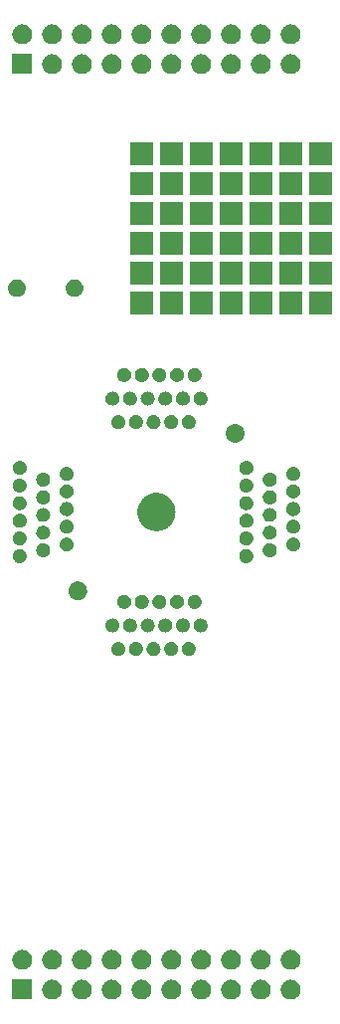
<source format=gbr>
G04 #@! TF.GenerationSoftware,KiCad,Pcbnew,8.0.0-8.0.0-1~ubuntu20.04.1*
G04 #@! TF.CreationDate,2024-03-05T18:45:30+01:00*
G04 #@! TF.ProjectId,stm32l476,73746d33-326c-4343-9736-2e6b69636164,rev?*
G04 #@! TF.SameCoordinates,Original*
G04 #@! TF.FileFunction,Soldermask,Top*
G04 #@! TF.FilePolarity,Negative*
%FSLAX46Y46*%
G04 Gerber Fmt 4.6, Leading zero omitted, Abs format (unit mm)*
G04 Created by KiCad (PCBNEW 8.0.0-8.0.0-1~ubuntu20.04.1) date 2024-03-05 18:45:30*
%MOMM*%
%LPD*%
G01*
G04 APERTURE LIST*
G04 APERTURE END LIST*
G36*
X160870000Y-125310000D02*
G01*
X159170000Y-125310000D01*
X159170000Y-123610000D01*
X160870000Y-123610000D01*
X160870000Y-125310000D01*
G37*
G36*
X162601140Y-123614656D02*
G01*
X162648849Y-123614656D01*
X162690045Y-123623412D01*
X162725706Y-123626925D01*
X162770513Y-123640516D01*
X162822664Y-123651602D01*
X162856030Y-123666457D01*
X162885052Y-123675261D01*
X162931167Y-123699910D01*
X162985000Y-123723878D01*
X163010031Y-123742064D01*
X163031897Y-123753752D01*
X163076497Y-123790355D01*
X163128761Y-123828327D01*
X163145731Y-123847174D01*
X163160612Y-123859387D01*
X163200608Y-123908122D01*
X163247664Y-123960383D01*
X163257547Y-123977502D01*
X163266247Y-123988102D01*
X163298427Y-124048307D01*
X163336514Y-124114274D01*
X163340894Y-124127757D01*
X163344738Y-124134947D01*
X163365926Y-124204796D01*
X163391425Y-124283275D01*
X163392322Y-124291816D01*
X163393074Y-124294293D01*
X163400385Y-124368522D01*
X163410000Y-124460000D01*
X163400384Y-124551485D01*
X163393074Y-124625706D01*
X163392322Y-124628182D01*
X163391425Y-124636725D01*
X163365921Y-124715217D01*
X163344738Y-124785052D01*
X163340895Y-124792240D01*
X163336514Y-124805726D01*
X163298420Y-124871704D01*
X163266247Y-124931897D01*
X163257549Y-124942494D01*
X163247664Y-124959617D01*
X163200599Y-125011888D01*
X163160612Y-125060612D01*
X163145734Y-125072821D01*
X163128761Y-125091673D01*
X163076486Y-125129652D01*
X163031897Y-125166247D01*
X163010036Y-125177931D01*
X162985000Y-125196122D01*
X162931155Y-125220094D01*
X162885052Y-125244738D01*
X162856037Y-125253539D01*
X162822664Y-125268398D01*
X162770502Y-125279485D01*
X162725706Y-125293074D01*
X162690053Y-125296585D01*
X162648849Y-125305344D01*
X162601130Y-125305344D01*
X162560000Y-125309395D01*
X162518870Y-125305344D01*
X162471151Y-125305344D01*
X162429946Y-125296585D01*
X162394293Y-125293074D01*
X162349493Y-125279484D01*
X162297336Y-125268398D01*
X162263964Y-125253540D01*
X162234947Y-125244738D01*
X162188838Y-125220092D01*
X162135000Y-125196122D01*
X162109966Y-125177933D01*
X162088102Y-125166247D01*
X162043504Y-125129646D01*
X161991239Y-125091673D01*
X161974267Y-125072824D01*
X161959387Y-125060612D01*
X161919389Y-125011875D01*
X161872336Y-124959617D01*
X161862452Y-124942498D01*
X161853752Y-124931897D01*
X161821565Y-124871681D01*
X161783486Y-124805726D01*
X161779105Y-124792245D01*
X161775261Y-124785052D01*
X161754063Y-124715171D01*
X161728575Y-124636725D01*
X161727677Y-124628187D01*
X161726925Y-124625706D01*
X161719599Y-124551334D01*
X161710000Y-124460000D01*
X161719598Y-124368674D01*
X161726925Y-124294293D01*
X161727677Y-124291811D01*
X161728575Y-124283275D01*
X161754058Y-124204842D01*
X161775261Y-124134947D01*
X161779106Y-124127752D01*
X161783486Y-124114274D01*
X161821558Y-124048330D01*
X161853752Y-123988102D01*
X161862454Y-123977498D01*
X161872336Y-123960383D01*
X161919380Y-123908134D01*
X161959387Y-123859387D01*
X161974271Y-123847171D01*
X161991239Y-123828327D01*
X162043493Y-123790361D01*
X162088102Y-123753752D01*
X162109971Y-123742062D01*
X162135000Y-123723878D01*
X162188826Y-123699912D01*
X162234947Y-123675261D01*
X162263971Y-123666456D01*
X162297336Y-123651602D01*
X162349482Y-123640517D01*
X162394293Y-123626925D01*
X162429955Y-123623412D01*
X162471151Y-123614656D01*
X162518860Y-123614656D01*
X162560000Y-123610604D01*
X162601140Y-123614656D01*
G37*
G36*
X165141140Y-123614656D02*
G01*
X165188849Y-123614656D01*
X165230045Y-123623412D01*
X165265706Y-123626925D01*
X165310513Y-123640516D01*
X165362664Y-123651602D01*
X165396030Y-123666457D01*
X165425052Y-123675261D01*
X165471167Y-123699910D01*
X165525000Y-123723878D01*
X165550031Y-123742064D01*
X165571897Y-123753752D01*
X165616497Y-123790355D01*
X165668761Y-123828327D01*
X165685731Y-123847174D01*
X165700612Y-123859387D01*
X165740608Y-123908122D01*
X165787664Y-123960383D01*
X165797547Y-123977502D01*
X165806247Y-123988102D01*
X165838427Y-124048307D01*
X165876514Y-124114274D01*
X165880894Y-124127757D01*
X165884738Y-124134947D01*
X165905926Y-124204796D01*
X165931425Y-124283275D01*
X165932322Y-124291816D01*
X165933074Y-124294293D01*
X165940385Y-124368522D01*
X165950000Y-124460000D01*
X165940384Y-124551485D01*
X165933074Y-124625706D01*
X165932322Y-124628182D01*
X165931425Y-124636725D01*
X165905921Y-124715217D01*
X165884738Y-124785052D01*
X165880895Y-124792240D01*
X165876514Y-124805726D01*
X165838420Y-124871704D01*
X165806247Y-124931897D01*
X165797549Y-124942494D01*
X165787664Y-124959617D01*
X165740599Y-125011888D01*
X165700612Y-125060612D01*
X165685734Y-125072821D01*
X165668761Y-125091673D01*
X165616486Y-125129652D01*
X165571897Y-125166247D01*
X165550036Y-125177931D01*
X165525000Y-125196122D01*
X165471155Y-125220094D01*
X165425052Y-125244738D01*
X165396037Y-125253539D01*
X165362664Y-125268398D01*
X165310502Y-125279485D01*
X165265706Y-125293074D01*
X165230053Y-125296585D01*
X165188849Y-125305344D01*
X165141130Y-125305344D01*
X165100000Y-125309395D01*
X165058870Y-125305344D01*
X165011151Y-125305344D01*
X164969946Y-125296585D01*
X164934293Y-125293074D01*
X164889493Y-125279484D01*
X164837336Y-125268398D01*
X164803964Y-125253540D01*
X164774947Y-125244738D01*
X164728838Y-125220092D01*
X164675000Y-125196122D01*
X164649966Y-125177933D01*
X164628102Y-125166247D01*
X164583504Y-125129646D01*
X164531239Y-125091673D01*
X164514267Y-125072824D01*
X164499387Y-125060612D01*
X164459389Y-125011875D01*
X164412336Y-124959617D01*
X164402452Y-124942498D01*
X164393752Y-124931897D01*
X164361565Y-124871681D01*
X164323486Y-124805726D01*
X164319105Y-124792245D01*
X164315261Y-124785052D01*
X164294063Y-124715171D01*
X164268575Y-124636725D01*
X164267677Y-124628187D01*
X164266925Y-124625706D01*
X164259599Y-124551334D01*
X164250000Y-124460000D01*
X164259598Y-124368674D01*
X164266925Y-124294293D01*
X164267677Y-124291811D01*
X164268575Y-124283275D01*
X164294058Y-124204842D01*
X164315261Y-124134947D01*
X164319106Y-124127752D01*
X164323486Y-124114274D01*
X164361558Y-124048330D01*
X164393752Y-123988102D01*
X164402454Y-123977498D01*
X164412336Y-123960383D01*
X164459380Y-123908134D01*
X164499387Y-123859387D01*
X164514271Y-123847171D01*
X164531239Y-123828327D01*
X164583493Y-123790361D01*
X164628102Y-123753752D01*
X164649971Y-123742062D01*
X164675000Y-123723878D01*
X164728826Y-123699912D01*
X164774947Y-123675261D01*
X164803971Y-123666456D01*
X164837336Y-123651602D01*
X164889482Y-123640517D01*
X164934293Y-123626925D01*
X164969955Y-123623412D01*
X165011151Y-123614656D01*
X165058860Y-123614656D01*
X165100000Y-123610604D01*
X165141140Y-123614656D01*
G37*
G36*
X167681140Y-123614656D02*
G01*
X167728849Y-123614656D01*
X167770045Y-123623412D01*
X167805706Y-123626925D01*
X167850513Y-123640516D01*
X167902664Y-123651602D01*
X167936030Y-123666457D01*
X167965052Y-123675261D01*
X168011167Y-123699910D01*
X168065000Y-123723878D01*
X168090031Y-123742064D01*
X168111897Y-123753752D01*
X168156497Y-123790355D01*
X168208761Y-123828327D01*
X168225731Y-123847174D01*
X168240612Y-123859387D01*
X168280608Y-123908122D01*
X168327664Y-123960383D01*
X168337547Y-123977502D01*
X168346247Y-123988102D01*
X168378427Y-124048307D01*
X168416514Y-124114274D01*
X168420894Y-124127757D01*
X168424738Y-124134947D01*
X168445926Y-124204796D01*
X168471425Y-124283275D01*
X168472322Y-124291816D01*
X168473074Y-124294293D01*
X168480385Y-124368522D01*
X168490000Y-124460000D01*
X168480384Y-124551485D01*
X168473074Y-124625706D01*
X168472322Y-124628182D01*
X168471425Y-124636725D01*
X168445921Y-124715217D01*
X168424738Y-124785052D01*
X168420895Y-124792240D01*
X168416514Y-124805726D01*
X168378420Y-124871704D01*
X168346247Y-124931897D01*
X168337549Y-124942494D01*
X168327664Y-124959617D01*
X168280599Y-125011888D01*
X168240612Y-125060612D01*
X168225734Y-125072821D01*
X168208761Y-125091673D01*
X168156486Y-125129652D01*
X168111897Y-125166247D01*
X168090036Y-125177931D01*
X168065000Y-125196122D01*
X168011155Y-125220094D01*
X167965052Y-125244738D01*
X167936037Y-125253539D01*
X167902664Y-125268398D01*
X167850502Y-125279485D01*
X167805706Y-125293074D01*
X167770053Y-125296585D01*
X167728849Y-125305344D01*
X167681130Y-125305344D01*
X167640000Y-125309395D01*
X167598870Y-125305344D01*
X167551151Y-125305344D01*
X167509946Y-125296585D01*
X167474293Y-125293074D01*
X167429493Y-125279484D01*
X167377336Y-125268398D01*
X167343964Y-125253540D01*
X167314947Y-125244738D01*
X167268838Y-125220092D01*
X167215000Y-125196122D01*
X167189966Y-125177933D01*
X167168102Y-125166247D01*
X167123504Y-125129646D01*
X167071239Y-125091673D01*
X167054267Y-125072824D01*
X167039387Y-125060612D01*
X166999389Y-125011875D01*
X166952336Y-124959617D01*
X166942452Y-124942498D01*
X166933752Y-124931897D01*
X166901565Y-124871681D01*
X166863486Y-124805726D01*
X166859105Y-124792245D01*
X166855261Y-124785052D01*
X166834063Y-124715171D01*
X166808575Y-124636725D01*
X166807677Y-124628187D01*
X166806925Y-124625706D01*
X166799599Y-124551334D01*
X166790000Y-124460000D01*
X166799598Y-124368674D01*
X166806925Y-124294293D01*
X166807677Y-124291811D01*
X166808575Y-124283275D01*
X166834058Y-124204842D01*
X166855261Y-124134947D01*
X166859106Y-124127752D01*
X166863486Y-124114274D01*
X166901558Y-124048330D01*
X166933752Y-123988102D01*
X166942454Y-123977498D01*
X166952336Y-123960383D01*
X166999380Y-123908134D01*
X167039387Y-123859387D01*
X167054271Y-123847171D01*
X167071239Y-123828327D01*
X167123493Y-123790361D01*
X167168102Y-123753752D01*
X167189971Y-123742062D01*
X167215000Y-123723878D01*
X167268826Y-123699912D01*
X167314947Y-123675261D01*
X167343971Y-123666456D01*
X167377336Y-123651602D01*
X167429482Y-123640517D01*
X167474293Y-123626925D01*
X167509955Y-123623412D01*
X167551151Y-123614656D01*
X167598860Y-123614656D01*
X167640000Y-123610604D01*
X167681140Y-123614656D01*
G37*
G36*
X170221140Y-123614656D02*
G01*
X170268849Y-123614656D01*
X170310045Y-123623412D01*
X170345706Y-123626925D01*
X170390513Y-123640516D01*
X170442664Y-123651602D01*
X170476030Y-123666457D01*
X170505052Y-123675261D01*
X170551167Y-123699910D01*
X170605000Y-123723878D01*
X170630031Y-123742064D01*
X170651897Y-123753752D01*
X170696497Y-123790355D01*
X170748761Y-123828327D01*
X170765731Y-123847174D01*
X170780612Y-123859387D01*
X170820608Y-123908122D01*
X170867664Y-123960383D01*
X170877547Y-123977502D01*
X170886247Y-123988102D01*
X170918427Y-124048307D01*
X170956514Y-124114274D01*
X170960894Y-124127757D01*
X170964738Y-124134947D01*
X170985926Y-124204796D01*
X171011425Y-124283275D01*
X171012322Y-124291816D01*
X171013074Y-124294293D01*
X171020385Y-124368522D01*
X171030000Y-124460000D01*
X171020384Y-124551485D01*
X171013074Y-124625706D01*
X171012322Y-124628182D01*
X171011425Y-124636725D01*
X170985921Y-124715217D01*
X170964738Y-124785052D01*
X170960895Y-124792240D01*
X170956514Y-124805726D01*
X170918420Y-124871704D01*
X170886247Y-124931897D01*
X170877549Y-124942494D01*
X170867664Y-124959617D01*
X170820599Y-125011888D01*
X170780612Y-125060612D01*
X170765734Y-125072821D01*
X170748761Y-125091673D01*
X170696486Y-125129652D01*
X170651897Y-125166247D01*
X170630036Y-125177931D01*
X170605000Y-125196122D01*
X170551155Y-125220094D01*
X170505052Y-125244738D01*
X170476037Y-125253539D01*
X170442664Y-125268398D01*
X170390502Y-125279485D01*
X170345706Y-125293074D01*
X170310053Y-125296585D01*
X170268849Y-125305344D01*
X170221130Y-125305344D01*
X170180000Y-125309395D01*
X170138870Y-125305344D01*
X170091151Y-125305344D01*
X170049946Y-125296585D01*
X170014293Y-125293074D01*
X169969493Y-125279484D01*
X169917336Y-125268398D01*
X169883964Y-125253540D01*
X169854947Y-125244738D01*
X169808838Y-125220092D01*
X169755000Y-125196122D01*
X169729966Y-125177933D01*
X169708102Y-125166247D01*
X169663504Y-125129646D01*
X169611239Y-125091673D01*
X169594267Y-125072824D01*
X169579387Y-125060612D01*
X169539389Y-125011875D01*
X169492336Y-124959617D01*
X169482452Y-124942498D01*
X169473752Y-124931897D01*
X169441565Y-124871681D01*
X169403486Y-124805726D01*
X169399105Y-124792245D01*
X169395261Y-124785052D01*
X169374063Y-124715171D01*
X169348575Y-124636725D01*
X169347677Y-124628187D01*
X169346925Y-124625706D01*
X169339599Y-124551334D01*
X169330000Y-124460000D01*
X169339598Y-124368674D01*
X169346925Y-124294293D01*
X169347677Y-124291811D01*
X169348575Y-124283275D01*
X169374058Y-124204842D01*
X169395261Y-124134947D01*
X169399106Y-124127752D01*
X169403486Y-124114274D01*
X169441558Y-124048330D01*
X169473752Y-123988102D01*
X169482454Y-123977498D01*
X169492336Y-123960383D01*
X169539380Y-123908134D01*
X169579387Y-123859387D01*
X169594271Y-123847171D01*
X169611239Y-123828327D01*
X169663493Y-123790361D01*
X169708102Y-123753752D01*
X169729971Y-123742062D01*
X169755000Y-123723878D01*
X169808826Y-123699912D01*
X169854947Y-123675261D01*
X169883971Y-123666456D01*
X169917336Y-123651602D01*
X169969482Y-123640517D01*
X170014293Y-123626925D01*
X170049955Y-123623412D01*
X170091151Y-123614656D01*
X170138860Y-123614656D01*
X170180000Y-123610604D01*
X170221140Y-123614656D01*
G37*
G36*
X172761140Y-123614656D02*
G01*
X172808849Y-123614656D01*
X172850045Y-123623412D01*
X172885706Y-123626925D01*
X172930513Y-123640516D01*
X172982664Y-123651602D01*
X173016030Y-123666457D01*
X173045052Y-123675261D01*
X173091167Y-123699910D01*
X173145000Y-123723878D01*
X173170031Y-123742064D01*
X173191897Y-123753752D01*
X173236497Y-123790355D01*
X173288761Y-123828327D01*
X173305731Y-123847174D01*
X173320612Y-123859387D01*
X173360608Y-123908122D01*
X173407664Y-123960383D01*
X173417547Y-123977502D01*
X173426247Y-123988102D01*
X173458427Y-124048307D01*
X173496514Y-124114274D01*
X173500894Y-124127757D01*
X173504738Y-124134947D01*
X173525926Y-124204796D01*
X173551425Y-124283275D01*
X173552322Y-124291816D01*
X173553074Y-124294293D01*
X173560385Y-124368522D01*
X173570000Y-124460000D01*
X173560384Y-124551485D01*
X173553074Y-124625706D01*
X173552322Y-124628182D01*
X173551425Y-124636725D01*
X173525921Y-124715217D01*
X173504738Y-124785052D01*
X173500895Y-124792240D01*
X173496514Y-124805726D01*
X173458420Y-124871704D01*
X173426247Y-124931897D01*
X173417549Y-124942494D01*
X173407664Y-124959617D01*
X173360599Y-125011888D01*
X173320612Y-125060612D01*
X173305734Y-125072821D01*
X173288761Y-125091673D01*
X173236486Y-125129652D01*
X173191897Y-125166247D01*
X173170036Y-125177931D01*
X173145000Y-125196122D01*
X173091155Y-125220094D01*
X173045052Y-125244738D01*
X173016037Y-125253539D01*
X172982664Y-125268398D01*
X172930502Y-125279485D01*
X172885706Y-125293074D01*
X172850053Y-125296585D01*
X172808849Y-125305344D01*
X172761130Y-125305344D01*
X172720000Y-125309395D01*
X172678870Y-125305344D01*
X172631151Y-125305344D01*
X172589946Y-125296585D01*
X172554293Y-125293074D01*
X172509493Y-125279484D01*
X172457336Y-125268398D01*
X172423964Y-125253540D01*
X172394947Y-125244738D01*
X172348838Y-125220092D01*
X172295000Y-125196122D01*
X172269966Y-125177933D01*
X172248102Y-125166247D01*
X172203504Y-125129646D01*
X172151239Y-125091673D01*
X172134267Y-125072824D01*
X172119387Y-125060612D01*
X172079389Y-125011875D01*
X172032336Y-124959617D01*
X172022452Y-124942498D01*
X172013752Y-124931897D01*
X171981565Y-124871681D01*
X171943486Y-124805726D01*
X171939105Y-124792245D01*
X171935261Y-124785052D01*
X171914063Y-124715171D01*
X171888575Y-124636725D01*
X171887677Y-124628187D01*
X171886925Y-124625706D01*
X171879599Y-124551334D01*
X171870000Y-124460000D01*
X171879598Y-124368674D01*
X171886925Y-124294293D01*
X171887677Y-124291811D01*
X171888575Y-124283275D01*
X171914058Y-124204842D01*
X171935261Y-124134947D01*
X171939106Y-124127752D01*
X171943486Y-124114274D01*
X171981558Y-124048330D01*
X172013752Y-123988102D01*
X172022454Y-123977498D01*
X172032336Y-123960383D01*
X172079380Y-123908134D01*
X172119387Y-123859387D01*
X172134271Y-123847171D01*
X172151239Y-123828327D01*
X172203493Y-123790361D01*
X172248102Y-123753752D01*
X172269971Y-123742062D01*
X172295000Y-123723878D01*
X172348826Y-123699912D01*
X172394947Y-123675261D01*
X172423971Y-123666456D01*
X172457336Y-123651602D01*
X172509482Y-123640517D01*
X172554293Y-123626925D01*
X172589955Y-123623412D01*
X172631151Y-123614656D01*
X172678860Y-123614656D01*
X172720000Y-123610604D01*
X172761140Y-123614656D01*
G37*
G36*
X175301140Y-123614656D02*
G01*
X175348849Y-123614656D01*
X175390045Y-123623412D01*
X175425706Y-123626925D01*
X175470513Y-123640516D01*
X175522664Y-123651602D01*
X175556030Y-123666457D01*
X175585052Y-123675261D01*
X175631167Y-123699910D01*
X175685000Y-123723878D01*
X175710031Y-123742064D01*
X175731897Y-123753752D01*
X175776497Y-123790355D01*
X175828761Y-123828327D01*
X175845731Y-123847174D01*
X175860612Y-123859387D01*
X175900608Y-123908122D01*
X175947664Y-123960383D01*
X175957547Y-123977502D01*
X175966247Y-123988102D01*
X175998427Y-124048307D01*
X176036514Y-124114274D01*
X176040894Y-124127757D01*
X176044738Y-124134947D01*
X176065926Y-124204796D01*
X176091425Y-124283275D01*
X176092322Y-124291816D01*
X176093074Y-124294293D01*
X176100385Y-124368522D01*
X176110000Y-124460000D01*
X176100384Y-124551485D01*
X176093074Y-124625706D01*
X176092322Y-124628182D01*
X176091425Y-124636725D01*
X176065921Y-124715217D01*
X176044738Y-124785052D01*
X176040895Y-124792240D01*
X176036514Y-124805726D01*
X175998420Y-124871704D01*
X175966247Y-124931897D01*
X175957549Y-124942494D01*
X175947664Y-124959617D01*
X175900599Y-125011888D01*
X175860612Y-125060612D01*
X175845734Y-125072821D01*
X175828761Y-125091673D01*
X175776486Y-125129652D01*
X175731897Y-125166247D01*
X175710036Y-125177931D01*
X175685000Y-125196122D01*
X175631155Y-125220094D01*
X175585052Y-125244738D01*
X175556037Y-125253539D01*
X175522664Y-125268398D01*
X175470502Y-125279485D01*
X175425706Y-125293074D01*
X175390053Y-125296585D01*
X175348849Y-125305344D01*
X175301130Y-125305344D01*
X175260000Y-125309395D01*
X175218870Y-125305344D01*
X175171151Y-125305344D01*
X175129946Y-125296585D01*
X175094293Y-125293074D01*
X175049493Y-125279484D01*
X174997336Y-125268398D01*
X174963964Y-125253540D01*
X174934947Y-125244738D01*
X174888838Y-125220092D01*
X174835000Y-125196122D01*
X174809966Y-125177933D01*
X174788102Y-125166247D01*
X174743504Y-125129646D01*
X174691239Y-125091673D01*
X174674267Y-125072824D01*
X174659387Y-125060612D01*
X174619389Y-125011875D01*
X174572336Y-124959617D01*
X174562452Y-124942498D01*
X174553752Y-124931897D01*
X174521565Y-124871681D01*
X174483486Y-124805726D01*
X174479105Y-124792245D01*
X174475261Y-124785052D01*
X174454063Y-124715171D01*
X174428575Y-124636725D01*
X174427677Y-124628187D01*
X174426925Y-124625706D01*
X174419599Y-124551334D01*
X174410000Y-124460000D01*
X174419598Y-124368674D01*
X174426925Y-124294293D01*
X174427677Y-124291811D01*
X174428575Y-124283275D01*
X174454058Y-124204842D01*
X174475261Y-124134947D01*
X174479106Y-124127752D01*
X174483486Y-124114274D01*
X174521558Y-124048330D01*
X174553752Y-123988102D01*
X174562454Y-123977498D01*
X174572336Y-123960383D01*
X174619380Y-123908134D01*
X174659387Y-123859387D01*
X174674271Y-123847171D01*
X174691239Y-123828327D01*
X174743493Y-123790361D01*
X174788102Y-123753752D01*
X174809971Y-123742062D01*
X174835000Y-123723878D01*
X174888826Y-123699912D01*
X174934947Y-123675261D01*
X174963971Y-123666456D01*
X174997336Y-123651602D01*
X175049482Y-123640517D01*
X175094293Y-123626925D01*
X175129955Y-123623412D01*
X175171151Y-123614656D01*
X175218860Y-123614656D01*
X175260000Y-123610604D01*
X175301140Y-123614656D01*
G37*
G36*
X177841140Y-123614656D02*
G01*
X177888849Y-123614656D01*
X177930045Y-123623412D01*
X177965706Y-123626925D01*
X178010513Y-123640516D01*
X178062664Y-123651602D01*
X178096030Y-123666457D01*
X178125052Y-123675261D01*
X178171167Y-123699910D01*
X178225000Y-123723878D01*
X178250031Y-123742064D01*
X178271897Y-123753752D01*
X178316497Y-123790355D01*
X178368761Y-123828327D01*
X178385731Y-123847174D01*
X178400612Y-123859387D01*
X178440608Y-123908122D01*
X178487664Y-123960383D01*
X178497547Y-123977502D01*
X178506247Y-123988102D01*
X178538427Y-124048307D01*
X178576514Y-124114274D01*
X178580894Y-124127757D01*
X178584738Y-124134947D01*
X178605926Y-124204796D01*
X178631425Y-124283275D01*
X178632322Y-124291816D01*
X178633074Y-124294293D01*
X178640385Y-124368522D01*
X178650000Y-124460000D01*
X178640384Y-124551485D01*
X178633074Y-124625706D01*
X178632322Y-124628182D01*
X178631425Y-124636725D01*
X178605921Y-124715217D01*
X178584738Y-124785052D01*
X178580895Y-124792240D01*
X178576514Y-124805726D01*
X178538420Y-124871704D01*
X178506247Y-124931897D01*
X178497549Y-124942494D01*
X178487664Y-124959617D01*
X178440599Y-125011888D01*
X178400612Y-125060612D01*
X178385734Y-125072821D01*
X178368761Y-125091673D01*
X178316486Y-125129652D01*
X178271897Y-125166247D01*
X178250036Y-125177931D01*
X178225000Y-125196122D01*
X178171155Y-125220094D01*
X178125052Y-125244738D01*
X178096037Y-125253539D01*
X178062664Y-125268398D01*
X178010502Y-125279485D01*
X177965706Y-125293074D01*
X177930053Y-125296585D01*
X177888849Y-125305344D01*
X177841130Y-125305344D01*
X177800000Y-125309395D01*
X177758870Y-125305344D01*
X177711151Y-125305344D01*
X177669946Y-125296585D01*
X177634293Y-125293074D01*
X177589493Y-125279484D01*
X177537336Y-125268398D01*
X177503964Y-125253540D01*
X177474947Y-125244738D01*
X177428838Y-125220092D01*
X177375000Y-125196122D01*
X177349966Y-125177933D01*
X177328102Y-125166247D01*
X177283504Y-125129646D01*
X177231239Y-125091673D01*
X177214267Y-125072824D01*
X177199387Y-125060612D01*
X177159389Y-125011875D01*
X177112336Y-124959617D01*
X177102452Y-124942498D01*
X177093752Y-124931897D01*
X177061565Y-124871681D01*
X177023486Y-124805726D01*
X177019105Y-124792245D01*
X177015261Y-124785052D01*
X176994063Y-124715171D01*
X176968575Y-124636725D01*
X176967677Y-124628187D01*
X176966925Y-124625706D01*
X176959599Y-124551334D01*
X176950000Y-124460000D01*
X176959598Y-124368674D01*
X176966925Y-124294293D01*
X176967677Y-124291811D01*
X176968575Y-124283275D01*
X176994058Y-124204842D01*
X177015261Y-124134947D01*
X177019106Y-124127752D01*
X177023486Y-124114274D01*
X177061558Y-124048330D01*
X177093752Y-123988102D01*
X177102454Y-123977498D01*
X177112336Y-123960383D01*
X177159380Y-123908134D01*
X177199387Y-123859387D01*
X177214271Y-123847171D01*
X177231239Y-123828327D01*
X177283493Y-123790361D01*
X177328102Y-123753752D01*
X177349971Y-123742062D01*
X177375000Y-123723878D01*
X177428826Y-123699912D01*
X177474947Y-123675261D01*
X177503971Y-123666456D01*
X177537336Y-123651602D01*
X177589482Y-123640517D01*
X177634293Y-123626925D01*
X177669955Y-123623412D01*
X177711151Y-123614656D01*
X177758860Y-123614656D01*
X177800000Y-123610604D01*
X177841140Y-123614656D01*
G37*
G36*
X180381140Y-123614656D02*
G01*
X180428849Y-123614656D01*
X180470045Y-123623412D01*
X180505706Y-123626925D01*
X180550513Y-123640516D01*
X180602664Y-123651602D01*
X180636030Y-123666457D01*
X180665052Y-123675261D01*
X180711167Y-123699910D01*
X180765000Y-123723878D01*
X180790031Y-123742064D01*
X180811897Y-123753752D01*
X180856497Y-123790355D01*
X180908761Y-123828327D01*
X180925731Y-123847174D01*
X180940612Y-123859387D01*
X180980608Y-123908122D01*
X181027664Y-123960383D01*
X181037547Y-123977502D01*
X181046247Y-123988102D01*
X181078427Y-124048307D01*
X181116514Y-124114274D01*
X181120894Y-124127757D01*
X181124738Y-124134947D01*
X181145926Y-124204796D01*
X181171425Y-124283275D01*
X181172322Y-124291816D01*
X181173074Y-124294293D01*
X181180385Y-124368522D01*
X181190000Y-124460000D01*
X181180384Y-124551485D01*
X181173074Y-124625706D01*
X181172322Y-124628182D01*
X181171425Y-124636725D01*
X181145921Y-124715217D01*
X181124738Y-124785052D01*
X181120895Y-124792240D01*
X181116514Y-124805726D01*
X181078420Y-124871704D01*
X181046247Y-124931897D01*
X181037549Y-124942494D01*
X181027664Y-124959617D01*
X180980599Y-125011888D01*
X180940612Y-125060612D01*
X180925734Y-125072821D01*
X180908761Y-125091673D01*
X180856486Y-125129652D01*
X180811897Y-125166247D01*
X180790036Y-125177931D01*
X180765000Y-125196122D01*
X180711155Y-125220094D01*
X180665052Y-125244738D01*
X180636037Y-125253539D01*
X180602664Y-125268398D01*
X180550502Y-125279485D01*
X180505706Y-125293074D01*
X180470053Y-125296585D01*
X180428849Y-125305344D01*
X180381130Y-125305344D01*
X180340000Y-125309395D01*
X180298870Y-125305344D01*
X180251151Y-125305344D01*
X180209946Y-125296585D01*
X180174293Y-125293074D01*
X180129493Y-125279484D01*
X180077336Y-125268398D01*
X180043964Y-125253540D01*
X180014947Y-125244738D01*
X179968838Y-125220092D01*
X179915000Y-125196122D01*
X179889966Y-125177933D01*
X179868102Y-125166247D01*
X179823504Y-125129646D01*
X179771239Y-125091673D01*
X179754267Y-125072824D01*
X179739387Y-125060612D01*
X179699389Y-125011875D01*
X179652336Y-124959617D01*
X179642452Y-124942498D01*
X179633752Y-124931897D01*
X179601565Y-124871681D01*
X179563486Y-124805726D01*
X179559105Y-124792245D01*
X179555261Y-124785052D01*
X179534063Y-124715171D01*
X179508575Y-124636725D01*
X179507677Y-124628187D01*
X179506925Y-124625706D01*
X179499599Y-124551334D01*
X179490000Y-124460000D01*
X179499598Y-124368674D01*
X179506925Y-124294293D01*
X179507677Y-124291811D01*
X179508575Y-124283275D01*
X179534058Y-124204842D01*
X179555261Y-124134947D01*
X179559106Y-124127752D01*
X179563486Y-124114274D01*
X179601558Y-124048330D01*
X179633752Y-123988102D01*
X179642454Y-123977498D01*
X179652336Y-123960383D01*
X179699380Y-123908134D01*
X179739387Y-123859387D01*
X179754271Y-123847171D01*
X179771239Y-123828327D01*
X179823493Y-123790361D01*
X179868102Y-123753752D01*
X179889971Y-123742062D01*
X179915000Y-123723878D01*
X179968826Y-123699912D01*
X180014947Y-123675261D01*
X180043971Y-123666456D01*
X180077336Y-123651602D01*
X180129482Y-123640517D01*
X180174293Y-123626925D01*
X180209955Y-123623412D01*
X180251151Y-123614656D01*
X180298860Y-123614656D01*
X180340000Y-123610604D01*
X180381140Y-123614656D01*
G37*
G36*
X182921140Y-123614656D02*
G01*
X182968849Y-123614656D01*
X183010045Y-123623412D01*
X183045706Y-123626925D01*
X183090513Y-123640516D01*
X183142664Y-123651602D01*
X183176030Y-123666457D01*
X183205052Y-123675261D01*
X183251167Y-123699910D01*
X183305000Y-123723878D01*
X183330031Y-123742064D01*
X183351897Y-123753752D01*
X183396497Y-123790355D01*
X183448761Y-123828327D01*
X183465731Y-123847174D01*
X183480612Y-123859387D01*
X183520608Y-123908122D01*
X183567664Y-123960383D01*
X183577547Y-123977502D01*
X183586247Y-123988102D01*
X183618427Y-124048307D01*
X183656514Y-124114274D01*
X183660894Y-124127757D01*
X183664738Y-124134947D01*
X183685926Y-124204796D01*
X183711425Y-124283275D01*
X183712322Y-124291816D01*
X183713074Y-124294293D01*
X183720385Y-124368522D01*
X183730000Y-124460000D01*
X183720384Y-124551485D01*
X183713074Y-124625706D01*
X183712322Y-124628182D01*
X183711425Y-124636725D01*
X183685921Y-124715217D01*
X183664738Y-124785052D01*
X183660895Y-124792240D01*
X183656514Y-124805726D01*
X183618420Y-124871704D01*
X183586247Y-124931897D01*
X183577549Y-124942494D01*
X183567664Y-124959617D01*
X183520599Y-125011888D01*
X183480612Y-125060612D01*
X183465734Y-125072821D01*
X183448761Y-125091673D01*
X183396486Y-125129652D01*
X183351897Y-125166247D01*
X183330036Y-125177931D01*
X183305000Y-125196122D01*
X183251155Y-125220094D01*
X183205052Y-125244738D01*
X183176037Y-125253539D01*
X183142664Y-125268398D01*
X183090502Y-125279485D01*
X183045706Y-125293074D01*
X183010053Y-125296585D01*
X182968849Y-125305344D01*
X182921130Y-125305344D01*
X182880000Y-125309395D01*
X182838870Y-125305344D01*
X182791151Y-125305344D01*
X182749946Y-125296585D01*
X182714293Y-125293074D01*
X182669493Y-125279484D01*
X182617336Y-125268398D01*
X182583964Y-125253540D01*
X182554947Y-125244738D01*
X182508838Y-125220092D01*
X182455000Y-125196122D01*
X182429966Y-125177933D01*
X182408102Y-125166247D01*
X182363504Y-125129646D01*
X182311239Y-125091673D01*
X182294267Y-125072824D01*
X182279387Y-125060612D01*
X182239389Y-125011875D01*
X182192336Y-124959617D01*
X182182452Y-124942498D01*
X182173752Y-124931897D01*
X182141565Y-124871681D01*
X182103486Y-124805726D01*
X182099105Y-124792245D01*
X182095261Y-124785052D01*
X182074063Y-124715171D01*
X182048575Y-124636725D01*
X182047677Y-124628187D01*
X182046925Y-124625706D01*
X182039599Y-124551334D01*
X182030000Y-124460000D01*
X182039598Y-124368674D01*
X182046925Y-124294293D01*
X182047677Y-124291811D01*
X182048575Y-124283275D01*
X182074058Y-124204842D01*
X182095261Y-124134947D01*
X182099106Y-124127752D01*
X182103486Y-124114274D01*
X182141558Y-124048330D01*
X182173752Y-123988102D01*
X182182454Y-123977498D01*
X182192336Y-123960383D01*
X182239380Y-123908134D01*
X182279387Y-123859387D01*
X182294271Y-123847171D01*
X182311239Y-123828327D01*
X182363493Y-123790361D01*
X182408102Y-123753752D01*
X182429971Y-123742062D01*
X182455000Y-123723878D01*
X182508826Y-123699912D01*
X182554947Y-123675261D01*
X182583971Y-123666456D01*
X182617336Y-123651602D01*
X182669482Y-123640517D01*
X182714293Y-123626925D01*
X182749955Y-123623412D01*
X182791151Y-123614656D01*
X182838860Y-123614656D01*
X182880000Y-123610604D01*
X182921140Y-123614656D01*
G37*
G36*
X160061140Y-121074656D02*
G01*
X160108849Y-121074656D01*
X160150045Y-121083412D01*
X160185706Y-121086925D01*
X160230513Y-121100516D01*
X160282664Y-121111602D01*
X160316030Y-121126457D01*
X160345052Y-121135261D01*
X160391167Y-121159910D01*
X160445000Y-121183878D01*
X160470031Y-121202064D01*
X160491897Y-121213752D01*
X160536497Y-121250355D01*
X160588761Y-121288327D01*
X160605731Y-121307174D01*
X160620612Y-121319387D01*
X160660608Y-121368122D01*
X160707664Y-121420383D01*
X160717547Y-121437502D01*
X160726247Y-121448102D01*
X160758427Y-121508307D01*
X160796514Y-121574274D01*
X160800894Y-121587757D01*
X160804738Y-121594947D01*
X160825926Y-121664796D01*
X160851425Y-121743275D01*
X160852322Y-121751816D01*
X160853074Y-121754293D01*
X160860385Y-121828522D01*
X160870000Y-121920000D01*
X160860384Y-122011485D01*
X160853074Y-122085706D01*
X160852322Y-122088182D01*
X160851425Y-122096725D01*
X160825921Y-122175217D01*
X160804738Y-122245052D01*
X160800895Y-122252240D01*
X160796514Y-122265726D01*
X160758420Y-122331704D01*
X160726247Y-122391897D01*
X160717549Y-122402494D01*
X160707664Y-122419617D01*
X160660599Y-122471888D01*
X160620612Y-122520612D01*
X160605734Y-122532821D01*
X160588761Y-122551673D01*
X160536486Y-122589652D01*
X160491897Y-122626247D01*
X160470036Y-122637931D01*
X160445000Y-122656122D01*
X160391155Y-122680094D01*
X160345052Y-122704738D01*
X160316037Y-122713539D01*
X160282664Y-122728398D01*
X160230502Y-122739485D01*
X160185706Y-122753074D01*
X160150053Y-122756585D01*
X160108849Y-122765344D01*
X160061130Y-122765344D01*
X160020000Y-122769395D01*
X159978870Y-122765344D01*
X159931151Y-122765344D01*
X159889946Y-122756585D01*
X159854293Y-122753074D01*
X159809493Y-122739484D01*
X159757336Y-122728398D01*
X159723964Y-122713540D01*
X159694947Y-122704738D01*
X159648838Y-122680092D01*
X159595000Y-122656122D01*
X159569966Y-122637933D01*
X159548102Y-122626247D01*
X159503504Y-122589646D01*
X159451239Y-122551673D01*
X159434267Y-122532824D01*
X159419387Y-122520612D01*
X159379389Y-122471875D01*
X159332336Y-122419617D01*
X159322452Y-122402498D01*
X159313752Y-122391897D01*
X159281565Y-122331681D01*
X159243486Y-122265726D01*
X159239105Y-122252245D01*
X159235261Y-122245052D01*
X159214063Y-122175171D01*
X159188575Y-122096725D01*
X159187677Y-122088187D01*
X159186925Y-122085706D01*
X159179599Y-122011334D01*
X159170000Y-121920000D01*
X159179598Y-121828674D01*
X159186925Y-121754293D01*
X159187677Y-121751811D01*
X159188575Y-121743275D01*
X159214058Y-121664842D01*
X159235261Y-121594947D01*
X159239106Y-121587752D01*
X159243486Y-121574274D01*
X159281558Y-121508330D01*
X159313752Y-121448102D01*
X159322454Y-121437498D01*
X159332336Y-121420383D01*
X159379380Y-121368134D01*
X159419387Y-121319387D01*
X159434271Y-121307171D01*
X159451239Y-121288327D01*
X159503493Y-121250361D01*
X159548102Y-121213752D01*
X159569971Y-121202062D01*
X159595000Y-121183878D01*
X159648826Y-121159912D01*
X159694947Y-121135261D01*
X159723971Y-121126456D01*
X159757336Y-121111602D01*
X159809482Y-121100517D01*
X159854293Y-121086925D01*
X159889955Y-121083412D01*
X159931151Y-121074656D01*
X159978860Y-121074656D01*
X160020000Y-121070604D01*
X160061140Y-121074656D01*
G37*
G36*
X162601140Y-121074656D02*
G01*
X162648849Y-121074656D01*
X162690045Y-121083412D01*
X162725706Y-121086925D01*
X162770513Y-121100516D01*
X162822664Y-121111602D01*
X162856030Y-121126457D01*
X162885052Y-121135261D01*
X162931167Y-121159910D01*
X162985000Y-121183878D01*
X163010031Y-121202064D01*
X163031897Y-121213752D01*
X163076497Y-121250355D01*
X163128761Y-121288327D01*
X163145731Y-121307174D01*
X163160612Y-121319387D01*
X163200608Y-121368122D01*
X163247664Y-121420383D01*
X163257547Y-121437502D01*
X163266247Y-121448102D01*
X163298427Y-121508307D01*
X163336514Y-121574274D01*
X163340894Y-121587757D01*
X163344738Y-121594947D01*
X163365926Y-121664796D01*
X163391425Y-121743275D01*
X163392322Y-121751816D01*
X163393074Y-121754293D01*
X163400385Y-121828522D01*
X163410000Y-121920000D01*
X163400384Y-122011485D01*
X163393074Y-122085706D01*
X163392322Y-122088182D01*
X163391425Y-122096725D01*
X163365921Y-122175217D01*
X163344738Y-122245052D01*
X163340895Y-122252240D01*
X163336514Y-122265726D01*
X163298420Y-122331704D01*
X163266247Y-122391897D01*
X163257549Y-122402494D01*
X163247664Y-122419617D01*
X163200599Y-122471888D01*
X163160612Y-122520612D01*
X163145734Y-122532821D01*
X163128761Y-122551673D01*
X163076486Y-122589652D01*
X163031897Y-122626247D01*
X163010036Y-122637931D01*
X162985000Y-122656122D01*
X162931155Y-122680094D01*
X162885052Y-122704738D01*
X162856037Y-122713539D01*
X162822664Y-122728398D01*
X162770502Y-122739485D01*
X162725706Y-122753074D01*
X162690053Y-122756585D01*
X162648849Y-122765344D01*
X162601130Y-122765344D01*
X162560000Y-122769395D01*
X162518870Y-122765344D01*
X162471151Y-122765344D01*
X162429946Y-122756585D01*
X162394293Y-122753074D01*
X162349493Y-122739484D01*
X162297336Y-122728398D01*
X162263964Y-122713540D01*
X162234947Y-122704738D01*
X162188838Y-122680092D01*
X162135000Y-122656122D01*
X162109966Y-122637933D01*
X162088102Y-122626247D01*
X162043504Y-122589646D01*
X161991239Y-122551673D01*
X161974267Y-122532824D01*
X161959387Y-122520612D01*
X161919389Y-122471875D01*
X161872336Y-122419617D01*
X161862452Y-122402498D01*
X161853752Y-122391897D01*
X161821565Y-122331681D01*
X161783486Y-122265726D01*
X161779105Y-122252245D01*
X161775261Y-122245052D01*
X161754063Y-122175171D01*
X161728575Y-122096725D01*
X161727677Y-122088187D01*
X161726925Y-122085706D01*
X161719599Y-122011334D01*
X161710000Y-121920000D01*
X161719598Y-121828674D01*
X161726925Y-121754293D01*
X161727677Y-121751811D01*
X161728575Y-121743275D01*
X161754058Y-121664842D01*
X161775261Y-121594947D01*
X161779106Y-121587752D01*
X161783486Y-121574274D01*
X161821558Y-121508330D01*
X161853752Y-121448102D01*
X161862454Y-121437498D01*
X161872336Y-121420383D01*
X161919380Y-121368134D01*
X161959387Y-121319387D01*
X161974271Y-121307171D01*
X161991239Y-121288327D01*
X162043493Y-121250361D01*
X162088102Y-121213752D01*
X162109971Y-121202062D01*
X162135000Y-121183878D01*
X162188826Y-121159912D01*
X162234947Y-121135261D01*
X162263971Y-121126456D01*
X162297336Y-121111602D01*
X162349482Y-121100517D01*
X162394293Y-121086925D01*
X162429955Y-121083412D01*
X162471151Y-121074656D01*
X162518860Y-121074656D01*
X162560000Y-121070604D01*
X162601140Y-121074656D01*
G37*
G36*
X165141140Y-121074656D02*
G01*
X165188849Y-121074656D01*
X165230045Y-121083412D01*
X165265706Y-121086925D01*
X165310513Y-121100516D01*
X165362664Y-121111602D01*
X165396030Y-121126457D01*
X165425052Y-121135261D01*
X165471167Y-121159910D01*
X165525000Y-121183878D01*
X165550031Y-121202064D01*
X165571897Y-121213752D01*
X165616497Y-121250355D01*
X165668761Y-121288327D01*
X165685731Y-121307174D01*
X165700612Y-121319387D01*
X165740608Y-121368122D01*
X165787664Y-121420383D01*
X165797547Y-121437502D01*
X165806247Y-121448102D01*
X165838427Y-121508307D01*
X165876514Y-121574274D01*
X165880894Y-121587757D01*
X165884738Y-121594947D01*
X165905926Y-121664796D01*
X165931425Y-121743275D01*
X165932322Y-121751816D01*
X165933074Y-121754293D01*
X165940385Y-121828522D01*
X165950000Y-121920000D01*
X165940384Y-122011485D01*
X165933074Y-122085706D01*
X165932322Y-122088182D01*
X165931425Y-122096725D01*
X165905921Y-122175217D01*
X165884738Y-122245052D01*
X165880895Y-122252240D01*
X165876514Y-122265726D01*
X165838420Y-122331704D01*
X165806247Y-122391897D01*
X165797549Y-122402494D01*
X165787664Y-122419617D01*
X165740599Y-122471888D01*
X165700612Y-122520612D01*
X165685734Y-122532821D01*
X165668761Y-122551673D01*
X165616486Y-122589652D01*
X165571897Y-122626247D01*
X165550036Y-122637931D01*
X165525000Y-122656122D01*
X165471155Y-122680094D01*
X165425052Y-122704738D01*
X165396037Y-122713539D01*
X165362664Y-122728398D01*
X165310502Y-122739485D01*
X165265706Y-122753074D01*
X165230053Y-122756585D01*
X165188849Y-122765344D01*
X165141130Y-122765344D01*
X165100000Y-122769395D01*
X165058870Y-122765344D01*
X165011151Y-122765344D01*
X164969946Y-122756585D01*
X164934293Y-122753074D01*
X164889493Y-122739484D01*
X164837336Y-122728398D01*
X164803964Y-122713540D01*
X164774947Y-122704738D01*
X164728838Y-122680092D01*
X164675000Y-122656122D01*
X164649966Y-122637933D01*
X164628102Y-122626247D01*
X164583504Y-122589646D01*
X164531239Y-122551673D01*
X164514267Y-122532824D01*
X164499387Y-122520612D01*
X164459389Y-122471875D01*
X164412336Y-122419617D01*
X164402452Y-122402498D01*
X164393752Y-122391897D01*
X164361565Y-122331681D01*
X164323486Y-122265726D01*
X164319105Y-122252245D01*
X164315261Y-122245052D01*
X164294063Y-122175171D01*
X164268575Y-122096725D01*
X164267677Y-122088187D01*
X164266925Y-122085706D01*
X164259599Y-122011334D01*
X164250000Y-121920000D01*
X164259598Y-121828674D01*
X164266925Y-121754293D01*
X164267677Y-121751811D01*
X164268575Y-121743275D01*
X164294058Y-121664842D01*
X164315261Y-121594947D01*
X164319106Y-121587752D01*
X164323486Y-121574274D01*
X164361558Y-121508330D01*
X164393752Y-121448102D01*
X164402454Y-121437498D01*
X164412336Y-121420383D01*
X164459380Y-121368134D01*
X164499387Y-121319387D01*
X164514271Y-121307171D01*
X164531239Y-121288327D01*
X164583493Y-121250361D01*
X164628102Y-121213752D01*
X164649971Y-121202062D01*
X164675000Y-121183878D01*
X164728826Y-121159912D01*
X164774947Y-121135261D01*
X164803971Y-121126456D01*
X164837336Y-121111602D01*
X164889482Y-121100517D01*
X164934293Y-121086925D01*
X164969955Y-121083412D01*
X165011151Y-121074656D01*
X165058860Y-121074656D01*
X165100000Y-121070604D01*
X165141140Y-121074656D01*
G37*
G36*
X167681140Y-121074656D02*
G01*
X167728849Y-121074656D01*
X167770045Y-121083412D01*
X167805706Y-121086925D01*
X167850513Y-121100516D01*
X167902664Y-121111602D01*
X167936030Y-121126457D01*
X167965052Y-121135261D01*
X168011167Y-121159910D01*
X168065000Y-121183878D01*
X168090031Y-121202064D01*
X168111897Y-121213752D01*
X168156497Y-121250355D01*
X168208761Y-121288327D01*
X168225731Y-121307174D01*
X168240612Y-121319387D01*
X168280608Y-121368122D01*
X168327664Y-121420383D01*
X168337547Y-121437502D01*
X168346247Y-121448102D01*
X168378427Y-121508307D01*
X168416514Y-121574274D01*
X168420894Y-121587757D01*
X168424738Y-121594947D01*
X168445926Y-121664796D01*
X168471425Y-121743275D01*
X168472322Y-121751816D01*
X168473074Y-121754293D01*
X168480385Y-121828522D01*
X168490000Y-121920000D01*
X168480384Y-122011485D01*
X168473074Y-122085706D01*
X168472322Y-122088182D01*
X168471425Y-122096725D01*
X168445921Y-122175217D01*
X168424738Y-122245052D01*
X168420895Y-122252240D01*
X168416514Y-122265726D01*
X168378420Y-122331704D01*
X168346247Y-122391897D01*
X168337549Y-122402494D01*
X168327664Y-122419617D01*
X168280599Y-122471888D01*
X168240612Y-122520612D01*
X168225734Y-122532821D01*
X168208761Y-122551673D01*
X168156486Y-122589652D01*
X168111897Y-122626247D01*
X168090036Y-122637931D01*
X168065000Y-122656122D01*
X168011155Y-122680094D01*
X167965052Y-122704738D01*
X167936037Y-122713539D01*
X167902664Y-122728398D01*
X167850502Y-122739485D01*
X167805706Y-122753074D01*
X167770053Y-122756585D01*
X167728849Y-122765344D01*
X167681130Y-122765344D01*
X167640000Y-122769395D01*
X167598870Y-122765344D01*
X167551151Y-122765344D01*
X167509946Y-122756585D01*
X167474293Y-122753074D01*
X167429493Y-122739484D01*
X167377336Y-122728398D01*
X167343964Y-122713540D01*
X167314947Y-122704738D01*
X167268838Y-122680092D01*
X167215000Y-122656122D01*
X167189966Y-122637933D01*
X167168102Y-122626247D01*
X167123504Y-122589646D01*
X167071239Y-122551673D01*
X167054267Y-122532824D01*
X167039387Y-122520612D01*
X166999389Y-122471875D01*
X166952336Y-122419617D01*
X166942452Y-122402498D01*
X166933752Y-122391897D01*
X166901565Y-122331681D01*
X166863486Y-122265726D01*
X166859105Y-122252245D01*
X166855261Y-122245052D01*
X166834063Y-122175171D01*
X166808575Y-122096725D01*
X166807677Y-122088187D01*
X166806925Y-122085706D01*
X166799599Y-122011334D01*
X166790000Y-121920000D01*
X166799598Y-121828674D01*
X166806925Y-121754293D01*
X166807677Y-121751811D01*
X166808575Y-121743275D01*
X166834058Y-121664842D01*
X166855261Y-121594947D01*
X166859106Y-121587752D01*
X166863486Y-121574274D01*
X166901558Y-121508330D01*
X166933752Y-121448102D01*
X166942454Y-121437498D01*
X166952336Y-121420383D01*
X166999380Y-121368134D01*
X167039387Y-121319387D01*
X167054271Y-121307171D01*
X167071239Y-121288327D01*
X167123493Y-121250361D01*
X167168102Y-121213752D01*
X167189971Y-121202062D01*
X167215000Y-121183878D01*
X167268826Y-121159912D01*
X167314947Y-121135261D01*
X167343971Y-121126456D01*
X167377336Y-121111602D01*
X167429482Y-121100517D01*
X167474293Y-121086925D01*
X167509955Y-121083412D01*
X167551151Y-121074656D01*
X167598860Y-121074656D01*
X167640000Y-121070604D01*
X167681140Y-121074656D01*
G37*
G36*
X170221140Y-121074656D02*
G01*
X170268849Y-121074656D01*
X170310045Y-121083412D01*
X170345706Y-121086925D01*
X170390513Y-121100516D01*
X170442664Y-121111602D01*
X170476030Y-121126457D01*
X170505052Y-121135261D01*
X170551167Y-121159910D01*
X170605000Y-121183878D01*
X170630031Y-121202064D01*
X170651897Y-121213752D01*
X170696497Y-121250355D01*
X170748761Y-121288327D01*
X170765731Y-121307174D01*
X170780612Y-121319387D01*
X170820608Y-121368122D01*
X170867664Y-121420383D01*
X170877547Y-121437502D01*
X170886247Y-121448102D01*
X170918427Y-121508307D01*
X170956514Y-121574274D01*
X170960894Y-121587757D01*
X170964738Y-121594947D01*
X170985926Y-121664796D01*
X171011425Y-121743275D01*
X171012322Y-121751816D01*
X171013074Y-121754293D01*
X171020385Y-121828522D01*
X171030000Y-121920000D01*
X171020384Y-122011485D01*
X171013074Y-122085706D01*
X171012322Y-122088182D01*
X171011425Y-122096725D01*
X170985921Y-122175217D01*
X170964738Y-122245052D01*
X170960895Y-122252240D01*
X170956514Y-122265726D01*
X170918420Y-122331704D01*
X170886247Y-122391897D01*
X170877549Y-122402494D01*
X170867664Y-122419617D01*
X170820599Y-122471888D01*
X170780612Y-122520612D01*
X170765734Y-122532821D01*
X170748761Y-122551673D01*
X170696486Y-122589652D01*
X170651897Y-122626247D01*
X170630036Y-122637931D01*
X170605000Y-122656122D01*
X170551155Y-122680094D01*
X170505052Y-122704738D01*
X170476037Y-122713539D01*
X170442664Y-122728398D01*
X170390502Y-122739485D01*
X170345706Y-122753074D01*
X170310053Y-122756585D01*
X170268849Y-122765344D01*
X170221130Y-122765344D01*
X170180000Y-122769395D01*
X170138870Y-122765344D01*
X170091151Y-122765344D01*
X170049946Y-122756585D01*
X170014293Y-122753074D01*
X169969493Y-122739484D01*
X169917336Y-122728398D01*
X169883964Y-122713540D01*
X169854947Y-122704738D01*
X169808838Y-122680092D01*
X169755000Y-122656122D01*
X169729966Y-122637933D01*
X169708102Y-122626247D01*
X169663504Y-122589646D01*
X169611239Y-122551673D01*
X169594267Y-122532824D01*
X169579387Y-122520612D01*
X169539389Y-122471875D01*
X169492336Y-122419617D01*
X169482452Y-122402498D01*
X169473752Y-122391897D01*
X169441565Y-122331681D01*
X169403486Y-122265726D01*
X169399105Y-122252245D01*
X169395261Y-122245052D01*
X169374063Y-122175171D01*
X169348575Y-122096725D01*
X169347677Y-122088187D01*
X169346925Y-122085706D01*
X169339599Y-122011334D01*
X169330000Y-121920000D01*
X169339598Y-121828674D01*
X169346925Y-121754293D01*
X169347677Y-121751811D01*
X169348575Y-121743275D01*
X169374058Y-121664842D01*
X169395261Y-121594947D01*
X169399106Y-121587752D01*
X169403486Y-121574274D01*
X169441558Y-121508330D01*
X169473752Y-121448102D01*
X169482454Y-121437498D01*
X169492336Y-121420383D01*
X169539380Y-121368134D01*
X169579387Y-121319387D01*
X169594271Y-121307171D01*
X169611239Y-121288327D01*
X169663493Y-121250361D01*
X169708102Y-121213752D01*
X169729971Y-121202062D01*
X169755000Y-121183878D01*
X169808826Y-121159912D01*
X169854947Y-121135261D01*
X169883971Y-121126456D01*
X169917336Y-121111602D01*
X169969482Y-121100517D01*
X170014293Y-121086925D01*
X170049955Y-121083412D01*
X170091151Y-121074656D01*
X170138860Y-121074656D01*
X170180000Y-121070604D01*
X170221140Y-121074656D01*
G37*
G36*
X172761140Y-121074656D02*
G01*
X172808849Y-121074656D01*
X172850045Y-121083412D01*
X172885706Y-121086925D01*
X172930513Y-121100516D01*
X172982664Y-121111602D01*
X173016030Y-121126457D01*
X173045052Y-121135261D01*
X173091167Y-121159910D01*
X173145000Y-121183878D01*
X173170031Y-121202064D01*
X173191897Y-121213752D01*
X173236497Y-121250355D01*
X173288761Y-121288327D01*
X173305731Y-121307174D01*
X173320612Y-121319387D01*
X173360608Y-121368122D01*
X173407664Y-121420383D01*
X173417547Y-121437502D01*
X173426247Y-121448102D01*
X173458427Y-121508307D01*
X173496514Y-121574274D01*
X173500894Y-121587757D01*
X173504738Y-121594947D01*
X173525926Y-121664796D01*
X173551425Y-121743275D01*
X173552322Y-121751816D01*
X173553074Y-121754293D01*
X173560385Y-121828522D01*
X173570000Y-121920000D01*
X173560384Y-122011485D01*
X173553074Y-122085706D01*
X173552322Y-122088182D01*
X173551425Y-122096725D01*
X173525921Y-122175217D01*
X173504738Y-122245052D01*
X173500895Y-122252240D01*
X173496514Y-122265726D01*
X173458420Y-122331704D01*
X173426247Y-122391897D01*
X173417549Y-122402494D01*
X173407664Y-122419617D01*
X173360599Y-122471888D01*
X173320612Y-122520612D01*
X173305734Y-122532821D01*
X173288761Y-122551673D01*
X173236486Y-122589652D01*
X173191897Y-122626247D01*
X173170036Y-122637931D01*
X173145000Y-122656122D01*
X173091155Y-122680094D01*
X173045052Y-122704738D01*
X173016037Y-122713539D01*
X172982664Y-122728398D01*
X172930502Y-122739485D01*
X172885706Y-122753074D01*
X172850053Y-122756585D01*
X172808849Y-122765344D01*
X172761130Y-122765344D01*
X172720000Y-122769395D01*
X172678870Y-122765344D01*
X172631151Y-122765344D01*
X172589946Y-122756585D01*
X172554293Y-122753074D01*
X172509493Y-122739484D01*
X172457336Y-122728398D01*
X172423964Y-122713540D01*
X172394947Y-122704738D01*
X172348838Y-122680092D01*
X172295000Y-122656122D01*
X172269966Y-122637933D01*
X172248102Y-122626247D01*
X172203504Y-122589646D01*
X172151239Y-122551673D01*
X172134267Y-122532824D01*
X172119387Y-122520612D01*
X172079389Y-122471875D01*
X172032336Y-122419617D01*
X172022452Y-122402498D01*
X172013752Y-122391897D01*
X171981565Y-122331681D01*
X171943486Y-122265726D01*
X171939105Y-122252245D01*
X171935261Y-122245052D01*
X171914063Y-122175171D01*
X171888575Y-122096725D01*
X171887677Y-122088187D01*
X171886925Y-122085706D01*
X171879599Y-122011334D01*
X171870000Y-121920000D01*
X171879598Y-121828674D01*
X171886925Y-121754293D01*
X171887677Y-121751811D01*
X171888575Y-121743275D01*
X171914058Y-121664842D01*
X171935261Y-121594947D01*
X171939106Y-121587752D01*
X171943486Y-121574274D01*
X171981558Y-121508330D01*
X172013752Y-121448102D01*
X172022454Y-121437498D01*
X172032336Y-121420383D01*
X172079380Y-121368134D01*
X172119387Y-121319387D01*
X172134271Y-121307171D01*
X172151239Y-121288327D01*
X172203493Y-121250361D01*
X172248102Y-121213752D01*
X172269971Y-121202062D01*
X172295000Y-121183878D01*
X172348826Y-121159912D01*
X172394947Y-121135261D01*
X172423971Y-121126456D01*
X172457336Y-121111602D01*
X172509482Y-121100517D01*
X172554293Y-121086925D01*
X172589955Y-121083412D01*
X172631151Y-121074656D01*
X172678860Y-121074656D01*
X172720000Y-121070604D01*
X172761140Y-121074656D01*
G37*
G36*
X175301140Y-121074656D02*
G01*
X175348849Y-121074656D01*
X175390045Y-121083412D01*
X175425706Y-121086925D01*
X175470513Y-121100516D01*
X175522664Y-121111602D01*
X175556030Y-121126457D01*
X175585052Y-121135261D01*
X175631167Y-121159910D01*
X175685000Y-121183878D01*
X175710031Y-121202064D01*
X175731897Y-121213752D01*
X175776497Y-121250355D01*
X175828761Y-121288327D01*
X175845731Y-121307174D01*
X175860612Y-121319387D01*
X175900608Y-121368122D01*
X175947664Y-121420383D01*
X175957547Y-121437502D01*
X175966247Y-121448102D01*
X175998427Y-121508307D01*
X176036514Y-121574274D01*
X176040894Y-121587757D01*
X176044738Y-121594947D01*
X176065926Y-121664796D01*
X176091425Y-121743275D01*
X176092322Y-121751816D01*
X176093074Y-121754293D01*
X176100385Y-121828522D01*
X176110000Y-121920000D01*
X176100384Y-122011485D01*
X176093074Y-122085706D01*
X176092322Y-122088182D01*
X176091425Y-122096725D01*
X176065921Y-122175217D01*
X176044738Y-122245052D01*
X176040895Y-122252240D01*
X176036514Y-122265726D01*
X175998420Y-122331704D01*
X175966247Y-122391897D01*
X175957549Y-122402494D01*
X175947664Y-122419617D01*
X175900599Y-122471888D01*
X175860612Y-122520612D01*
X175845734Y-122532821D01*
X175828761Y-122551673D01*
X175776486Y-122589652D01*
X175731897Y-122626247D01*
X175710036Y-122637931D01*
X175685000Y-122656122D01*
X175631155Y-122680094D01*
X175585052Y-122704738D01*
X175556037Y-122713539D01*
X175522664Y-122728398D01*
X175470502Y-122739485D01*
X175425706Y-122753074D01*
X175390053Y-122756585D01*
X175348849Y-122765344D01*
X175301130Y-122765344D01*
X175260000Y-122769395D01*
X175218870Y-122765344D01*
X175171151Y-122765344D01*
X175129946Y-122756585D01*
X175094293Y-122753074D01*
X175049493Y-122739484D01*
X174997336Y-122728398D01*
X174963964Y-122713540D01*
X174934947Y-122704738D01*
X174888838Y-122680092D01*
X174835000Y-122656122D01*
X174809966Y-122637933D01*
X174788102Y-122626247D01*
X174743504Y-122589646D01*
X174691239Y-122551673D01*
X174674267Y-122532824D01*
X174659387Y-122520612D01*
X174619389Y-122471875D01*
X174572336Y-122419617D01*
X174562452Y-122402498D01*
X174553752Y-122391897D01*
X174521565Y-122331681D01*
X174483486Y-122265726D01*
X174479105Y-122252245D01*
X174475261Y-122245052D01*
X174454063Y-122175171D01*
X174428575Y-122096725D01*
X174427677Y-122088187D01*
X174426925Y-122085706D01*
X174419599Y-122011334D01*
X174410000Y-121920000D01*
X174419598Y-121828674D01*
X174426925Y-121754293D01*
X174427677Y-121751811D01*
X174428575Y-121743275D01*
X174454058Y-121664842D01*
X174475261Y-121594947D01*
X174479106Y-121587752D01*
X174483486Y-121574274D01*
X174521558Y-121508330D01*
X174553752Y-121448102D01*
X174562454Y-121437498D01*
X174572336Y-121420383D01*
X174619380Y-121368134D01*
X174659387Y-121319387D01*
X174674271Y-121307171D01*
X174691239Y-121288327D01*
X174743493Y-121250361D01*
X174788102Y-121213752D01*
X174809971Y-121202062D01*
X174835000Y-121183878D01*
X174888826Y-121159912D01*
X174934947Y-121135261D01*
X174963971Y-121126456D01*
X174997336Y-121111602D01*
X175049482Y-121100517D01*
X175094293Y-121086925D01*
X175129955Y-121083412D01*
X175171151Y-121074656D01*
X175218860Y-121074656D01*
X175260000Y-121070604D01*
X175301140Y-121074656D01*
G37*
G36*
X177841140Y-121074656D02*
G01*
X177888849Y-121074656D01*
X177930045Y-121083412D01*
X177965706Y-121086925D01*
X178010513Y-121100516D01*
X178062664Y-121111602D01*
X178096030Y-121126457D01*
X178125052Y-121135261D01*
X178171167Y-121159910D01*
X178225000Y-121183878D01*
X178250031Y-121202064D01*
X178271897Y-121213752D01*
X178316497Y-121250355D01*
X178368761Y-121288327D01*
X178385731Y-121307174D01*
X178400612Y-121319387D01*
X178440608Y-121368122D01*
X178487664Y-121420383D01*
X178497547Y-121437502D01*
X178506247Y-121448102D01*
X178538427Y-121508307D01*
X178576514Y-121574274D01*
X178580894Y-121587757D01*
X178584738Y-121594947D01*
X178605926Y-121664796D01*
X178631425Y-121743275D01*
X178632322Y-121751816D01*
X178633074Y-121754293D01*
X178640385Y-121828522D01*
X178650000Y-121920000D01*
X178640384Y-122011485D01*
X178633074Y-122085706D01*
X178632322Y-122088182D01*
X178631425Y-122096725D01*
X178605921Y-122175217D01*
X178584738Y-122245052D01*
X178580895Y-122252240D01*
X178576514Y-122265726D01*
X178538420Y-122331704D01*
X178506247Y-122391897D01*
X178497549Y-122402494D01*
X178487664Y-122419617D01*
X178440599Y-122471888D01*
X178400612Y-122520612D01*
X178385734Y-122532821D01*
X178368761Y-122551673D01*
X178316486Y-122589652D01*
X178271897Y-122626247D01*
X178250036Y-122637931D01*
X178225000Y-122656122D01*
X178171155Y-122680094D01*
X178125052Y-122704738D01*
X178096037Y-122713539D01*
X178062664Y-122728398D01*
X178010502Y-122739485D01*
X177965706Y-122753074D01*
X177930053Y-122756585D01*
X177888849Y-122765344D01*
X177841130Y-122765344D01*
X177800000Y-122769395D01*
X177758870Y-122765344D01*
X177711151Y-122765344D01*
X177669946Y-122756585D01*
X177634293Y-122753074D01*
X177589493Y-122739484D01*
X177537336Y-122728398D01*
X177503964Y-122713540D01*
X177474947Y-122704738D01*
X177428838Y-122680092D01*
X177375000Y-122656122D01*
X177349966Y-122637933D01*
X177328102Y-122626247D01*
X177283504Y-122589646D01*
X177231239Y-122551673D01*
X177214267Y-122532824D01*
X177199387Y-122520612D01*
X177159389Y-122471875D01*
X177112336Y-122419617D01*
X177102452Y-122402498D01*
X177093752Y-122391897D01*
X177061565Y-122331681D01*
X177023486Y-122265726D01*
X177019105Y-122252245D01*
X177015261Y-122245052D01*
X176994063Y-122175171D01*
X176968575Y-122096725D01*
X176967677Y-122088187D01*
X176966925Y-122085706D01*
X176959599Y-122011334D01*
X176950000Y-121920000D01*
X176959598Y-121828674D01*
X176966925Y-121754293D01*
X176967677Y-121751811D01*
X176968575Y-121743275D01*
X176994058Y-121664842D01*
X177015261Y-121594947D01*
X177019106Y-121587752D01*
X177023486Y-121574274D01*
X177061558Y-121508330D01*
X177093752Y-121448102D01*
X177102454Y-121437498D01*
X177112336Y-121420383D01*
X177159380Y-121368134D01*
X177199387Y-121319387D01*
X177214271Y-121307171D01*
X177231239Y-121288327D01*
X177283493Y-121250361D01*
X177328102Y-121213752D01*
X177349971Y-121202062D01*
X177375000Y-121183878D01*
X177428826Y-121159912D01*
X177474947Y-121135261D01*
X177503971Y-121126456D01*
X177537336Y-121111602D01*
X177589482Y-121100517D01*
X177634293Y-121086925D01*
X177669955Y-121083412D01*
X177711151Y-121074656D01*
X177758860Y-121074656D01*
X177800000Y-121070604D01*
X177841140Y-121074656D01*
G37*
G36*
X180381140Y-121074656D02*
G01*
X180428849Y-121074656D01*
X180470045Y-121083412D01*
X180505706Y-121086925D01*
X180550513Y-121100516D01*
X180602664Y-121111602D01*
X180636030Y-121126457D01*
X180665052Y-121135261D01*
X180711167Y-121159910D01*
X180765000Y-121183878D01*
X180790031Y-121202064D01*
X180811897Y-121213752D01*
X180856497Y-121250355D01*
X180908761Y-121288327D01*
X180925731Y-121307174D01*
X180940612Y-121319387D01*
X180980608Y-121368122D01*
X181027664Y-121420383D01*
X181037547Y-121437502D01*
X181046247Y-121448102D01*
X181078427Y-121508307D01*
X181116514Y-121574274D01*
X181120894Y-121587757D01*
X181124738Y-121594947D01*
X181145926Y-121664796D01*
X181171425Y-121743275D01*
X181172322Y-121751816D01*
X181173074Y-121754293D01*
X181180385Y-121828522D01*
X181190000Y-121920000D01*
X181180384Y-122011485D01*
X181173074Y-122085706D01*
X181172322Y-122088182D01*
X181171425Y-122096725D01*
X181145921Y-122175217D01*
X181124738Y-122245052D01*
X181120895Y-122252240D01*
X181116514Y-122265726D01*
X181078420Y-122331704D01*
X181046247Y-122391897D01*
X181037549Y-122402494D01*
X181027664Y-122419617D01*
X180980599Y-122471888D01*
X180940612Y-122520612D01*
X180925734Y-122532821D01*
X180908761Y-122551673D01*
X180856486Y-122589652D01*
X180811897Y-122626247D01*
X180790036Y-122637931D01*
X180765000Y-122656122D01*
X180711155Y-122680094D01*
X180665052Y-122704738D01*
X180636037Y-122713539D01*
X180602664Y-122728398D01*
X180550502Y-122739485D01*
X180505706Y-122753074D01*
X180470053Y-122756585D01*
X180428849Y-122765344D01*
X180381130Y-122765344D01*
X180340000Y-122769395D01*
X180298870Y-122765344D01*
X180251151Y-122765344D01*
X180209946Y-122756585D01*
X180174293Y-122753074D01*
X180129493Y-122739484D01*
X180077336Y-122728398D01*
X180043964Y-122713540D01*
X180014947Y-122704738D01*
X179968838Y-122680092D01*
X179915000Y-122656122D01*
X179889966Y-122637933D01*
X179868102Y-122626247D01*
X179823504Y-122589646D01*
X179771239Y-122551673D01*
X179754267Y-122532824D01*
X179739387Y-122520612D01*
X179699389Y-122471875D01*
X179652336Y-122419617D01*
X179642452Y-122402498D01*
X179633752Y-122391897D01*
X179601565Y-122331681D01*
X179563486Y-122265726D01*
X179559105Y-122252245D01*
X179555261Y-122245052D01*
X179534063Y-122175171D01*
X179508575Y-122096725D01*
X179507677Y-122088187D01*
X179506925Y-122085706D01*
X179499599Y-122011334D01*
X179490000Y-121920000D01*
X179499598Y-121828674D01*
X179506925Y-121754293D01*
X179507677Y-121751811D01*
X179508575Y-121743275D01*
X179534058Y-121664842D01*
X179555261Y-121594947D01*
X179559106Y-121587752D01*
X179563486Y-121574274D01*
X179601558Y-121508330D01*
X179633752Y-121448102D01*
X179642454Y-121437498D01*
X179652336Y-121420383D01*
X179699380Y-121368134D01*
X179739387Y-121319387D01*
X179754271Y-121307171D01*
X179771239Y-121288327D01*
X179823493Y-121250361D01*
X179868102Y-121213752D01*
X179889971Y-121202062D01*
X179915000Y-121183878D01*
X179968826Y-121159912D01*
X180014947Y-121135261D01*
X180043971Y-121126456D01*
X180077336Y-121111602D01*
X180129482Y-121100517D01*
X180174293Y-121086925D01*
X180209955Y-121083412D01*
X180251151Y-121074656D01*
X180298860Y-121074656D01*
X180340000Y-121070604D01*
X180381140Y-121074656D01*
G37*
G36*
X182921140Y-121074656D02*
G01*
X182968849Y-121074656D01*
X183010045Y-121083412D01*
X183045706Y-121086925D01*
X183090513Y-121100516D01*
X183142664Y-121111602D01*
X183176030Y-121126457D01*
X183205052Y-121135261D01*
X183251167Y-121159910D01*
X183305000Y-121183878D01*
X183330031Y-121202064D01*
X183351897Y-121213752D01*
X183396497Y-121250355D01*
X183448761Y-121288327D01*
X183465731Y-121307174D01*
X183480612Y-121319387D01*
X183520608Y-121368122D01*
X183567664Y-121420383D01*
X183577547Y-121437502D01*
X183586247Y-121448102D01*
X183618427Y-121508307D01*
X183656514Y-121574274D01*
X183660894Y-121587757D01*
X183664738Y-121594947D01*
X183685926Y-121664796D01*
X183711425Y-121743275D01*
X183712322Y-121751816D01*
X183713074Y-121754293D01*
X183720385Y-121828522D01*
X183730000Y-121920000D01*
X183720384Y-122011485D01*
X183713074Y-122085706D01*
X183712322Y-122088182D01*
X183711425Y-122096725D01*
X183685921Y-122175217D01*
X183664738Y-122245052D01*
X183660895Y-122252240D01*
X183656514Y-122265726D01*
X183618420Y-122331704D01*
X183586247Y-122391897D01*
X183577549Y-122402494D01*
X183567664Y-122419617D01*
X183520599Y-122471888D01*
X183480612Y-122520612D01*
X183465734Y-122532821D01*
X183448761Y-122551673D01*
X183396486Y-122589652D01*
X183351897Y-122626247D01*
X183330036Y-122637931D01*
X183305000Y-122656122D01*
X183251155Y-122680094D01*
X183205052Y-122704738D01*
X183176037Y-122713539D01*
X183142664Y-122728398D01*
X183090502Y-122739485D01*
X183045706Y-122753074D01*
X183010053Y-122756585D01*
X182968849Y-122765344D01*
X182921130Y-122765344D01*
X182880000Y-122769395D01*
X182838870Y-122765344D01*
X182791151Y-122765344D01*
X182749946Y-122756585D01*
X182714293Y-122753074D01*
X182669493Y-122739484D01*
X182617336Y-122728398D01*
X182583964Y-122713540D01*
X182554947Y-122704738D01*
X182508838Y-122680092D01*
X182455000Y-122656122D01*
X182429966Y-122637933D01*
X182408102Y-122626247D01*
X182363504Y-122589646D01*
X182311239Y-122551673D01*
X182294267Y-122532824D01*
X182279387Y-122520612D01*
X182239389Y-122471875D01*
X182192336Y-122419617D01*
X182182452Y-122402498D01*
X182173752Y-122391897D01*
X182141565Y-122331681D01*
X182103486Y-122265726D01*
X182099105Y-122252245D01*
X182095261Y-122245052D01*
X182074063Y-122175171D01*
X182048575Y-122096725D01*
X182047677Y-122088187D01*
X182046925Y-122085706D01*
X182039599Y-122011334D01*
X182030000Y-121920000D01*
X182039598Y-121828674D01*
X182046925Y-121754293D01*
X182047677Y-121751811D01*
X182048575Y-121743275D01*
X182074058Y-121664842D01*
X182095261Y-121594947D01*
X182099106Y-121587752D01*
X182103486Y-121574274D01*
X182141558Y-121508330D01*
X182173752Y-121448102D01*
X182182454Y-121437498D01*
X182192336Y-121420383D01*
X182239380Y-121368134D01*
X182279387Y-121319387D01*
X182294271Y-121307171D01*
X182311239Y-121288327D01*
X182363493Y-121250361D01*
X182408102Y-121213752D01*
X182429971Y-121202062D01*
X182455000Y-121183878D01*
X182508826Y-121159912D01*
X182554947Y-121135261D01*
X182583971Y-121126456D01*
X182617336Y-121111602D01*
X182669482Y-121100517D01*
X182714293Y-121086925D01*
X182749955Y-121083412D01*
X182791151Y-121074656D01*
X182838860Y-121074656D01*
X182880000Y-121070604D01*
X182921140Y-121074656D01*
G37*
G36*
X168241613Y-94875478D02*
G01*
X168333334Y-94885813D01*
X168341311Y-94888604D01*
X168355291Y-94890445D01*
X168402749Y-94910102D01*
X168459989Y-94930132D01*
X168477174Y-94940930D01*
X168500000Y-94950385D01*
X168535168Y-94977370D01*
X168573597Y-95001517D01*
X168596551Y-95024471D01*
X168624264Y-95045736D01*
X168645528Y-95073448D01*
X168668482Y-95096402D01*
X168692627Y-95134829D01*
X168719615Y-95170000D01*
X168729070Y-95192827D01*
X168739867Y-95210010D01*
X168759893Y-95267240D01*
X168779555Y-95314709D01*
X168781395Y-95328691D01*
X168784186Y-95336665D01*
X168794514Y-95428335D01*
X168800000Y-95470000D01*
X168794514Y-95511666D01*
X168784186Y-95603334D01*
X168781396Y-95611307D01*
X168779555Y-95625291D01*
X168759890Y-95672764D01*
X168739867Y-95729989D01*
X168729071Y-95747169D01*
X168719615Y-95770000D01*
X168692624Y-95805175D01*
X168668482Y-95843597D01*
X168645531Y-95866547D01*
X168624264Y-95894264D01*
X168596547Y-95915531D01*
X168573597Y-95938482D01*
X168535175Y-95962624D01*
X168500000Y-95989615D01*
X168477169Y-95999071D01*
X168459989Y-96009867D01*
X168402764Y-96029890D01*
X168355291Y-96049555D01*
X168341307Y-96051396D01*
X168333334Y-96054186D01*
X168241666Y-96064514D01*
X168200000Y-96070000D01*
X168158335Y-96064514D01*
X168066665Y-96054186D01*
X168058691Y-96051395D01*
X168044709Y-96049555D01*
X167997240Y-96029893D01*
X167940010Y-96009867D01*
X167922827Y-95999070D01*
X167900000Y-95989615D01*
X167864829Y-95962627D01*
X167826402Y-95938482D01*
X167803448Y-95915528D01*
X167775736Y-95894264D01*
X167754471Y-95866551D01*
X167731517Y-95843597D01*
X167707370Y-95805168D01*
X167680385Y-95770000D01*
X167670930Y-95747174D01*
X167660132Y-95729989D01*
X167640102Y-95672749D01*
X167620445Y-95625291D01*
X167618604Y-95611311D01*
X167615813Y-95603334D01*
X167605478Y-95511613D01*
X167600000Y-95470000D01*
X167605478Y-95428388D01*
X167615813Y-95336665D01*
X167618604Y-95328686D01*
X167620445Y-95314709D01*
X167640100Y-95267256D01*
X167660132Y-95210010D01*
X167670931Y-95192822D01*
X167680385Y-95170000D01*
X167707366Y-95134836D01*
X167731517Y-95096402D01*
X167754474Y-95073444D01*
X167775736Y-95045736D01*
X167803444Y-95024474D01*
X167826402Y-95001517D01*
X167864836Y-94977366D01*
X167900000Y-94950385D01*
X167922822Y-94940931D01*
X167940010Y-94930132D01*
X167997256Y-94910100D01*
X168044709Y-94890445D01*
X168058686Y-94888604D01*
X168066665Y-94885813D01*
X168158388Y-94875478D01*
X168200000Y-94870000D01*
X168241613Y-94875478D01*
G37*
G36*
X169741613Y-94875478D02*
G01*
X169833334Y-94885813D01*
X169841311Y-94888604D01*
X169855291Y-94890445D01*
X169902749Y-94910102D01*
X169959989Y-94930132D01*
X169977174Y-94940930D01*
X170000000Y-94950385D01*
X170035168Y-94977370D01*
X170073597Y-95001517D01*
X170096551Y-95024471D01*
X170124264Y-95045736D01*
X170145528Y-95073448D01*
X170168482Y-95096402D01*
X170192627Y-95134829D01*
X170219615Y-95170000D01*
X170229070Y-95192827D01*
X170239867Y-95210010D01*
X170259893Y-95267240D01*
X170279555Y-95314709D01*
X170281395Y-95328691D01*
X170284186Y-95336665D01*
X170294514Y-95428335D01*
X170300000Y-95470000D01*
X170294514Y-95511666D01*
X170284186Y-95603334D01*
X170281396Y-95611307D01*
X170279555Y-95625291D01*
X170259890Y-95672764D01*
X170239867Y-95729989D01*
X170229071Y-95747169D01*
X170219615Y-95770000D01*
X170192624Y-95805175D01*
X170168482Y-95843597D01*
X170145531Y-95866547D01*
X170124264Y-95894264D01*
X170096547Y-95915531D01*
X170073597Y-95938482D01*
X170035175Y-95962624D01*
X170000000Y-95989615D01*
X169977169Y-95999071D01*
X169959989Y-96009867D01*
X169902764Y-96029890D01*
X169855291Y-96049555D01*
X169841307Y-96051396D01*
X169833334Y-96054186D01*
X169741666Y-96064514D01*
X169700000Y-96070000D01*
X169658335Y-96064514D01*
X169566665Y-96054186D01*
X169558691Y-96051395D01*
X169544709Y-96049555D01*
X169497240Y-96029893D01*
X169440010Y-96009867D01*
X169422827Y-95999070D01*
X169400000Y-95989615D01*
X169364829Y-95962627D01*
X169326402Y-95938482D01*
X169303448Y-95915528D01*
X169275736Y-95894264D01*
X169254471Y-95866551D01*
X169231517Y-95843597D01*
X169207370Y-95805168D01*
X169180385Y-95770000D01*
X169170930Y-95747174D01*
X169160132Y-95729989D01*
X169140102Y-95672749D01*
X169120445Y-95625291D01*
X169118604Y-95611311D01*
X169115813Y-95603334D01*
X169105478Y-95511613D01*
X169100000Y-95470000D01*
X169105478Y-95428388D01*
X169115813Y-95336665D01*
X169118604Y-95328686D01*
X169120445Y-95314709D01*
X169140100Y-95267256D01*
X169160132Y-95210010D01*
X169170931Y-95192822D01*
X169180385Y-95170000D01*
X169207366Y-95134836D01*
X169231517Y-95096402D01*
X169254474Y-95073444D01*
X169275736Y-95045736D01*
X169303444Y-95024474D01*
X169326402Y-95001517D01*
X169364836Y-94977366D01*
X169400000Y-94950385D01*
X169422822Y-94940931D01*
X169440010Y-94930132D01*
X169497256Y-94910100D01*
X169544709Y-94890445D01*
X169558686Y-94888604D01*
X169566665Y-94885813D01*
X169658388Y-94875478D01*
X169700000Y-94870000D01*
X169741613Y-94875478D01*
G37*
G36*
X171241613Y-94875478D02*
G01*
X171333334Y-94885813D01*
X171341311Y-94888604D01*
X171355291Y-94890445D01*
X171402749Y-94910102D01*
X171459989Y-94930132D01*
X171477174Y-94940930D01*
X171500000Y-94950385D01*
X171535168Y-94977370D01*
X171573597Y-95001517D01*
X171596551Y-95024471D01*
X171624264Y-95045736D01*
X171645528Y-95073448D01*
X171668482Y-95096402D01*
X171692627Y-95134829D01*
X171719615Y-95170000D01*
X171729070Y-95192827D01*
X171739867Y-95210010D01*
X171759893Y-95267240D01*
X171779555Y-95314709D01*
X171781395Y-95328691D01*
X171784186Y-95336665D01*
X171794514Y-95428335D01*
X171800000Y-95470000D01*
X171794514Y-95511666D01*
X171784186Y-95603334D01*
X171781396Y-95611307D01*
X171779555Y-95625291D01*
X171759890Y-95672764D01*
X171739867Y-95729989D01*
X171729071Y-95747169D01*
X171719615Y-95770000D01*
X171692624Y-95805175D01*
X171668482Y-95843597D01*
X171645531Y-95866547D01*
X171624264Y-95894264D01*
X171596547Y-95915531D01*
X171573597Y-95938482D01*
X171535175Y-95962624D01*
X171500000Y-95989615D01*
X171477169Y-95999071D01*
X171459989Y-96009867D01*
X171402764Y-96029890D01*
X171355291Y-96049555D01*
X171341307Y-96051396D01*
X171333334Y-96054186D01*
X171241666Y-96064514D01*
X171200000Y-96070000D01*
X171158335Y-96064514D01*
X171066665Y-96054186D01*
X171058691Y-96051395D01*
X171044709Y-96049555D01*
X170997240Y-96029893D01*
X170940010Y-96009867D01*
X170922827Y-95999070D01*
X170900000Y-95989615D01*
X170864829Y-95962627D01*
X170826402Y-95938482D01*
X170803448Y-95915528D01*
X170775736Y-95894264D01*
X170754471Y-95866551D01*
X170731517Y-95843597D01*
X170707370Y-95805168D01*
X170680385Y-95770000D01*
X170670930Y-95747174D01*
X170660132Y-95729989D01*
X170640102Y-95672749D01*
X170620445Y-95625291D01*
X170618604Y-95611311D01*
X170615813Y-95603334D01*
X170605478Y-95511613D01*
X170600000Y-95470000D01*
X170605478Y-95428388D01*
X170615813Y-95336665D01*
X170618604Y-95328686D01*
X170620445Y-95314709D01*
X170640100Y-95267256D01*
X170660132Y-95210010D01*
X170670931Y-95192822D01*
X170680385Y-95170000D01*
X170707366Y-95134836D01*
X170731517Y-95096402D01*
X170754474Y-95073444D01*
X170775736Y-95045736D01*
X170803444Y-95024474D01*
X170826402Y-95001517D01*
X170864836Y-94977366D01*
X170900000Y-94950385D01*
X170922822Y-94940931D01*
X170940010Y-94930132D01*
X170997256Y-94910100D01*
X171044709Y-94890445D01*
X171058686Y-94888604D01*
X171066665Y-94885813D01*
X171158388Y-94875478D01*
X171200000Y-94870000D01*
X171241613Y-94875478D01*
G37*
G36*
X172741613Y-94875478D02*
G01*
X172833334Y-94885813D01*
X172841311Y-94888604D01*
X172855291Y-94890445D01*
X172902749Y-94910102D01*
X172959989Y-94930132D01*
X172977174Y-94940930D01*
X173000000Y-94950385D01*
X173035168Y-94977370D01*
X173073597Y-95001517D01*
X173096551Y-95024471D01*
X173124264Y-95045736D01*
X173145528Y-95073448D01*
X173168482Y-95096402D01*
X173192627Y-95134829D01*
X173219615Y-95170000D01*
X173229070Y-95192827D01*
X173239867Y-95210010D01*
X173259893Y-95267240D01*
X173279555Y-95314709D01*
X173281395Y-95328691D01*
X173284186Y-95336665D01*
X173294514Y-95428335D01*
X173300000Y-95470000D01*
X173294514Y-95511666D01*
X173284186Y-95603334D01*
X173281396Y-95611307D01*
X173279555Y-95625291D01*
X173259890Y-95672764D01*
X173239867Y-95729989D01*
X173229071Y-95747169D01*
X173219615Y-95770000D01*
X173192624Y-95805175D01*
X173168482Y-95843597D01*
X173145531Y-95866547D01*
X173124264Y-95894264D01*
X173096547Y-95915531D01*
X173073597Y-95938482D01*
X173035175Y-95962624D01*
X173000000Y-95989615D01*
X172977169Y-95999071D01*
X172959989Y-96009867D01*
X172902764Y-96029890D01*
X172855291Y-96049555D01*
X172841307Y-96051396D01*
X172833334Y-96054186D01*
X172741666Y-96064514D01*
X172700000Y-96070000D01*
X172658335Y-96064514D01*
X172566665Y-96054186D01*
X172558691Y-96051395D01*
X172544709Y-96049555D01*
X172497240Y-96029893D01*
X172440010Y-96009867D01*
X172422827Y-95999070D01*
X172400000Y-95989615D01*
X172364829Y-95962627D01*
X172326402Y-95938482D01*
X172303448Y-95915528D01*
X172275736Y-95894264D01*
X172254471Y-95866551D01*
X172231517Y-95843597D01*
X172207370Y-95805168D01*
X172180385Y-95770000D01*
X172170930Y-95747174D01*
X172160132Y-95729989D01*
X172140102Y-95672749D01*
X172120445Y-95625291D01*
X172118604Y-95611311D01*
X172115813Y-95603334D01*
X172105478Y-95511613D01*
X172100000Y-95470000D01*
X172105478Y-95428388D01*
X172115813Y-95336665D01*
X172118604Y-95328686D01*
X172120445Y-95314709D01*
X172140100Y-95267256D01*
X172160132Y-95210010D01*
X172170931Y-95192822D01*
X172180385Y-95170000D01*
X172207366Y-95134836D01*
X172231517Y-95096402D01*
X172254474Y-95073444D01*
X172275736Y-95045736D01*
X172303444Y-95024474D01*
X172326402Y-95001517D01*
X172364836Y-94977366D01*
X172400000Y-94950385D01*
X172422822Y-94940931D01*
X172440010Y-94930132D01*
X172497256Y-94910100D01*
X172544709Y-94890445D01*
X172558686Y-94888604D01*
X172566665Y-94885813D01*
X172658388Y-94875478D01*
X172700000Y-94870000D01*
X172741613Y-94875478D01*
G37*
G36*
X174241613Y-94875478D02*
G01*
X174333334Y-94885813D01*
X174341311Y-94888604D01*
X174355291Y-94890445D01*
X174402749Y-94910102D01*
X174459989Y-94930132D01*
X174477174Y-94940930D01*
X174500000Y-94950385D01*
X174535168Y-94977370D01*
X174573597Y-95001517D01*
X174596551Y-95024471D01*
X174624264Y-95045736D01*
X174645528Y-95073448D01*
X174668482Y-95096402D01*
X174692627Y-95134829D01*
X174719615Y-95170000D01*
X174729070Y-95192827D01*
X174739867Y-95210010D01*
X174759893Y-95267240D01*
X174779555Y-95314709D01*
X174781395Y-95328691D01*
X174784186Y-95336665D01*
X174794514Y-95428335D01*
X174800000Y-95470000D01*
X174794514Y-95511666D01*
X174784186Y-95603334D01*
X174781396Y-95611307D01*
X174779555Y-95625291D01*
X174759890Y-95672764D01*
X174739867Y-95729989D01*
X174729071Y-95747169D01*
X174719615Y-95770000D01*
X174692624Y-95805175D01*
X174668482Y-95843597D01*
X174645531Y-95866547D01*
X174624264Y-95894264D01*
X174596547Y-95915531D01*
X174573597Y-95938482D01*
X174535175Y-95962624D01*
X174500000Y-95989615D01*
X174477169Y-95999071D01*
X174459989Y-96009867D01*
X174402764Y-96029890D01*
X174355291Y-96049555D01*
X174341307Y-96051396D01*
X174333334Y-96054186D01*
X174241666Y-96064514D01*
X174200000Y-96070000D01*
X174158335Y-96064514D01*
X174066665Y-96054186D01*
X174058691Y-96051395D01*
X174044709Y-96049555D01*
X173997240Y-96029893D01*
X173940010Y-96009867D01*
X173922827Y-95999070D01*
X173900000Y-95989615D01*
X173864829Y-95962627D01*
X173826402Y-95938482D01*
X173803448Y-95915528D01*
X173775736Y-95894264D01*
X173754471Y-95866551D01*
X173731517Y-95843597D01*
X173707370Y-95805168D01*
X173680385Y-95770000D01*
X173670930Y-95747174D01*
X173660132Y-95729989D01*
X173640102Y-95672749D01*
X173620445Y-95625291D01*
X173618604Y-95611311D01*
X173615813Y-95603334D01*
X173605478Y-95511613D01*
X173600000Y-95470000D01*
X173605478Y-95428388D01*
X173615813Y-95336665D01*
X173618604Y-95328686D01*
X173620445Y-95314709D01*
X173640100Y-95267256D01*
X173660132Y-95210010D01*
X173670931Y-95192822D01*
X173680385Y-95170000D01*
X173707366Y-95134836D01*
X173731517Y-95096402D01*
X173754474Y-95073444D01*
X173775736Y-95045736D01*
X173803444Y-95024474D01*
X173826402Y-95001517D01*
X173864836Y-94977366D01*
X173900000Y-94950385D01*
X173922822Y-94940931D01*
X173940010Y-94930132D01*
X173997256Y-94910100D01*
X174044709Y-94890445D01*
X174058686Y-94888604D01*
X174066665Y-94885813D01*
X174158388Y-94875478D01*
X174200000Y-94870000D01*
X174241613Y-94875478D01*
G37*
G36*
X167741613Y-92875478D02*
G01*
X167833334Y-92885813D01*
X167841311Y-92888604D01*
X167855291Y-92890445D01*
X167902749Y-92910102D01*
X167959989Y-92930132D01*
X167977174Y-92940930D01*
X168000000Y-92950385D01*
X168035168Y-92977370D01*
X168073597Y-93001517D01*
X168096551Y-93024471D01*
X168124264Y-93045736D01*
X168145528Y-93073448D01*
X168168482Y-93096402D01*
X168192627Y-93134829D01*
X168219615Y-93170000D01*
X168229070Y-93192827D01*
X168239867Y-93210010D01*
X168259893Y-93267240D01*
X168279555Y-93314709D01*
X168281395Y-93328691D01*
X168284186Y-93336665D01*
X168294514Y-93428335D01*
X168300000Y-93470000D01*
X168294514Y-93511666D01*
X168284186Y-93603334D01*
X168281396Y-93611307D01*
X168279555Y-93625291D01*
X168259890Y-93672764D01*
X168239867Y-93729989D01*
X168229071Y-93747169D01*
X168219615Y-93770000D01*
X168192624Y-93805175D01*
X168168482Y-93843597D01*
X168145531Y-93866547D01*
X168124264Y-93894264D01*
X168096547Y-93915531D01*
X168073597Y-93938482D01*
X168035175Y-93962624D01*
X168000000Y-93989615D01*
X167977169Y-93999071D01*
X167959989Y-94009867D01*
X167902764Y-94029890D01*
X167855291Y-94049555D01*
X167841307Y-94051396D01*
X167833334Y-94054186D01*
X167741666Y-94064514D01*
X167700000Y-94070000D01*
X167658335Y-94064514D01*
X167566665Y-94054186D01*
X167558691Y-94051395D01*
X167544709Y-94049555D01*
X167497240Y-94029893D01*
X167440010Y-94009867D01*
X167422827Y-93999070D01*
X167400000Y-93989615D01*
X167364829Y-93962627D01*
X167326402Y-93938482D01*
X167303448Y-93915528D01*
X167275736Y-93894264D01*
X167254471Y-93866551D01*
X167231517Y-93843597D01*
X167207370Y-93805168D01*
X167180385Y-93770000D01*
X167170930Y-93747174D01*
X167160132Y-93729989D01*
X167140102Y-93672749D01*
X167120445Y-93625291D01*
X167118604Y-93611311D01*
X167115813Y-93603334D01*
X167105478Y-93511613D01*
X167100000Y-93470000D01*
X167105478Y-93428388D01*
X167115813Y-93336665D01*
X167118604Y-93328686D01*
X167120445Y-93314709D01*
X167140100Y-93267256D01*
X167160132Y-93210010D01*
X167170931Y-93192822D01*
X167180385Y-93170000D01*
X167207366Y-93134836D01*
X167231517Y-93096402D01*
X167254474Y-93073444D01*
X167275736Y-93045736D01*
X167303444Y-93024474D01*
X167326402Y-93001517D01*
X167364836Y-92977366D01*
X167400000Y-92950385D01*
X167422822Y-92940931D01*
X167440010Y-92930132D01*
X167497256Y-92910100D01*
X167544709Y-92890445D01*
X167558686Y-92888604D01*
X167566665Y-92885813D01*
X167658388Y-92875478D01*
X167700000Y-92870000D01*
X167741613Y-92875478D01*
G37*
G36*
X169241613Y-92875478D02*
G01*
X169333334Y-92885813D01*
X169341311Y-92888604D01*
X169355291Y-92890445D01*
X169402749Y-92910102D01*
X169459989Y-92930132D01*
X169477174Y-92940930D01*
X169500000Y-92950385D01*
X169535168Y-92977370D01*
X169573597Y-93001517D01*
X169596551Y-93024471D01*
X169624264Y-93045736D01*
X169645528Y-93073448D01*
X169668482Y-93096402D01*
X169692627Y-93134829D01*
X169719615Y-93170000D01*
X169729070Y-93192827D01*
X169739867Y-93210010D01*
X169759893Y-93267240D01*
X169779555Y-93314709D01*
X169781395Y-93328691D01*
X169784186Y-93336665D01*
X169794514Y-93428335D01*
X169800000Y-93470000D01*
X169794514Y-93511666D01*
X169784186Y-93603334D01*
X169781396Y-93611307D01*
X169779555Y-93625291D01*
X169759890Y-93672764D01*
X169739867Y-93729989D01*
X169729071Y-93747169D01*
X169719615Y-93770000D01*
X169692624Y-93805175D01*
X169668482Y-93843597D01*
X169645531Y-93866547D01*
X169624264Y-93894264D01*
X169596547Y-93915531D01*
X169573597Y-93938482D01*
X169535175Y-93962624D01*
X169500000Y-93989615D01*
X169477169Y-93999071D01*
X169459989Y-94009867D01*
X169402764Y-94029890D01*
X169355291Y-94049555D01*
X169341307Y-94051396D01*
X169333334Y-94054186D01*
X169241666Y-94064514D01*
X169200000Y-94070000D01*
X169158335Y-94064514D01*
X169066665Y-94054186D01*
X169058691Y-94051395D01*
X169044709Y-94049555D01*
X168997240Y-94029893D01*
X168940010Y-94009867D01*
X168922827Y-93999070D01*
X168900000Y-93989615D01*
X168864829Y-93962627D01*
X168826402Y-93938482D01*
X168803448Y-93915528D01*
X168775736Y-93894264D01*
X168754471Y-93866551D01*
X168731517Y-93843597D01*
X168707370Y-93805168D01*
X168680385Y-93770000D01*
X168670930Y-93747174D01*
X168660132Y-93729989D01*
X168640102Y-93672749D01*
X168620445Y-93625291D01*
X168618604Y-93611311D01*
X168615813Y-93603334D01*
X168605478Y-93511613D01*
X168600000Y-93470000D01*
X168605478Y-93428388D01*
X168615813Y-93336665D01*
X168618604Y-93328686D01*
X168620445Y-93314709D01*
X168640100Y-93267256D01*
X168660132Y-93210010D01*
X168670931Y-93192822D01*
X168680385Y-93170000D01*
X168707366Y-93134836D01*
X168731517Y-93096402D01*
X168754474Y-93073444D01*
X168775736Y-93045736D01*
X168803444Y-93024474D01*
X168826402Y-93001517D01*
X168864836Y-92977366D01*
X168900000Y-92950385D01*
X168922822Y-92940931D01*
X168940010Y-92930132D01*
X168997256Y-92910100D01*
X169044709Y-92890445D01*
X169058686Y-92888604D01*
X169066665Y-92885813D01*
X169158388Y-92875478D01*
X169200000Y-92870000D01*
X169241613Y-92875478D01*
G37*
G36*
X170741613Y-92875478D02*
G01*
X170833334Y-92885813D01*
X170841311Y-92888604D01*
X170855291Y-92890445D01*
X170902749Y-92910102D01*
X170959989Y-92930132D01*
X170977174Y-92940930D01*
X171000000Y-92950385D01*
X171035168Y-92977370D01*
X171073597Y-93001517D01*
X171096551Y-93024471D01*
X171124264Y-93045736D01*
X171145528Y-93073448D01*
X171168482Y-93096402D01*
X171192627Y-93134829D01*
X171219615Y-93170000D01*
X171229070Y-93192827D01*
X171239867Y-93210010D01*
X171259893Y-93267240D01*
X171279555Y-93314709D01*
X171281395Y-93328691D01*
X171284186Y-93336665D01*
X171294514Y-93428335D01*
X171300000Y-93470000D01*
X171294514Y-93511666D01*
X171284186Y-93603334D01*
X171281396Y-93611307D01*
X171279555Y-93625291D01*
X171259890Y-93672764D01*
X171239867Y-93729989D01*
X171229071Y-93747169D01*
X171219615Y-93770000D01*
X171192624Y-93805175D01*
X171168482Y-93843597D01*
X171145531Y-93866547D01*
X171124264Y-93894264D01*
X171096547Y-93915531D01*
X171073597Y-93938482D01*
X171035175Y-93962624D01*
X171000000Y-93989615D01*
X170977169Y-93999071D01*
X170959989Y-94009867D01*
X170902764Y-94029890D01*
X170855291Y-94049555D01*
X170841307Y-94051396D01*
X170833334Y-94054186D01*
X170741666Y-94064514D01*
X170700000Y-94070000D01*
X170658335Y-94064514D01*
X170566665Y-94054186D01*
X170558691Y-94051395D01*
X170544709Y-94049555D01*
X170497240Y-94029893D01*
X170440010Y-94009867D01*
X170422827Y-93999070D01*
X170400000Y-93989615D01*
X170364829Y-93962627D01*
X170326402Y-93938482D01*
X170303448Y-93915528D01*
X170275736Y-93894264D01*
X170254471Y-93866551D01*
X170231517Y-93843597D01*
X170207370Y-93805168D01*
X170180385Y-93770000D01*
X170170930Y-93747174D01*
X170160132Y-93729989D01*
X170140102Y-93672749D01*
X170120445Y-93625291D01*
X170118604Y-93611311D01*
X170115813Y-93603334D01*
X170105478Y-93511613D01*
X170100000Y-93470000D01*
X170105478Y-93428388D01*
X170115813Y-93336665D01*
X170118604Y-93328686D01*
X170120445Y-93314709D01*
X170140100Y-93267256D01*
X170160132Y-93210010D01*
X170170931Y-93192822D01*
X170180385Y-93170000D01*
X170207366Y-93134836D01*
X170231517Y-93096402D01*
X170254474Y-93073444D01*
X170275736Y-93045736D01*
X170303444Y-93024474D01*
X170326402Y-93001517D01*
X170364836Y-92977366D01*
X170400000Y-92950385D01*
X170422822Y-92940931D01*
X170440010Y-92930132D01*
X170497256Y-92910100D01*
X170544709Y-92890445D01*
X170558686Y-92888604D01*
X170566665Y-92885813D01*
X170658388Y-92875478D01*
X170700000Y-92870000D01*
X170741613Y-92875478D01*
G37*
G36*
X172241613Y-92875478D02*
G01*
X172333334Y-92885813D01*
X172341311Y-92888604D01*
X172355291Y-92890445D01*
X172402749Y-92910102D01*
X172459989Y-92930132D01*
X172477174Y-92940930D01*
X172500000Y-92950385D01*
X172535168Y-92977370D01*
X172573597Y-93001517D01*
X172596551Y-93024471D01*
X172624264Y-93045736D01*
X172645528Y-93073448D01*
X172668482Y-93096402D01*
X172692627Y-93134829D01*
X172719615Y-93170000D01*
X172729070Y-93192827D01*
X172739867Y-93210010D01*
X172759893Y-93267240D01*
X172779555Y-93314709D01*
X172781395Y-93328691D01*
X172784186Y-93336665D01*
X172794514Y-93428335D01*
X172800000Y-93470000D01*
X172794514Y-93511666D01*
X172784186Y-93603334D01*
X172781396Y-93611307D01*
X172779555Y-93625291D01*
X172759890Y-93672764D01*
X172739867Y-93729989D01*
X172729071Y-93747169D01*
X172719615Y-93770000D01*
X172692624Y-93805175D01*
X172668482Y-93843597D01*
X172645531Y-93866547D01*
X172624264Y-93894264D01*
X172596547Y-93915531D01*
X172573597Y-93938482D01*
X172535175Y-93962624D01*
X172500000Y-93989615D01*
X172477169Y-93999071D01*
X172459989Y-94009867D01*
X172402764Y-94029890D01*
X172355291Y-94049555D01*
X172341307Y-94051396D01*
X172333334Y-94054186D01*
X172241666Y-94064514D01*
X172200000Y-94070000D01*
X172158335Y-94064514D01*
X172066665Y-94054186D01*
X172058691Y-94051395D01*
X172044709Y-94049555D01*
X171997240Y-94029893D01*
X171940010Y-94009867D01*
X171922827Y-93999070D01*
X171900000Y-93989615D01*
X171864829Y-93962627D01*
X171826402Y-93938482D01*
X171803448Y-93915528D01*
X171775736Y-93894264D01*
X171754471Y-93866551D01*
X171731517Y-93843597D01*
X171707370Y-93805168D01*
X171680385Y-93770000D01*
X171670930Y-93747174D01*
X171660132Y-93729989D01*
X171640102Y-93672749D01*
X171620445Y-93625291D01*
X171618604Y-93611311D01*
X171615813Y-93603334D01*
X171605478Y-93511613D01*
X171600000Y-93470000D01*
X171605478Y-93428388D01*
X171615813Y-93336665D01*
X171618604Y-93328686D01*
X171620445Y-93314709D01*
X171640100Y-93267256D01*
X171660132Y-93210010D01*
X171670931Y-93192822D01*
X171680385Y-93170000D01*
X171707366Y-93134836D01*
X171731517Y-93096402D01*
X171754474Y-93073444D01*
X171775736Y-93045736D01*
X171803444Y-93024474D01*
X171826402Y-93001517D01*
X171864836Y-92977366D01*
X171900000Y-92950385D01*
X171922822Y-92940931D01*
X171940010Y-92930132D01*
X171997256Y-92910100D01*
X172044709Y-92890445D01*
X172058686Y-92888604D01*
X172066665Y-92885813D01*
X172158388Y-92875478D01*
X172200000Y-92870000D01*
X172241613Y-92875478D01*
G37*
G36*
X173741613Y-92875478D02*
G01*
X173833334Y-92885813D01*
X173841311Y-92888604D01*
X173855291Y-92890445D01*
X173902749Y-92910102D01*
X173959989Y-92930132D01*
X173977174Y-92940930D01*
X174000000Y-92950385D01*
X174035168Y-92977370D01*
X174073597Y-93001517D01*
X174096551Y-93024471D01*
X174124264Y-93045736D01*
X174145528Y-93073448D01*
X174168482Y-93096402D01*
X174192627Y-93134829D01*
X174219615Y-93170000D01*
X174229070Y-93192827D01*
X174239867Y-93210010D01*
X174259893Y-93267240D01*
X174279555Y-93314709D01*
X174281395Y-93328691D01*
X174284186Y-93336665D01*
X174294514Y-93428335D01*
X174300000Y-93470000D01*
X174294514Y-93511666D01*
X174284186Y-93603334D01*
X174281396Y-93611307D01*
X174279555Y-93625291D01*
X174259890Y-93672764D01*
X174239867Y-93729989D01*
X174229071Y-93747169D01*
X174219615Y-93770000D01*
X174192624Y-93805175D01*
X174168482Y-93843597D01*
X174145531Y-93866547D01*
X174124264Y-93894264D01*
X174096547Y-93915531D01*
X174073597Y-93938482D01*
X174035175Y-93962624D01*
X174000000Y-93989615D01*
X173977169Y-93999071D01*
X173959989Y-94009867D01*
X173902764Y-94029890D01*
X173855291Y-94049555D01*
X173841307Y-94051396D01*
X173833334Y-94054186D01*
X173741666Y-94064514D01*
X173700000Y-94070000D01*
X173658335Y-94064514D01*
X173566665Y-94054186D01*
X173558691Y-94051395D01*
X173544709Y-94049555D01*
X173497240Y-94029893D01*
X173440010Y-94009867D01*
X173422827Y-93999070D01*
X173400000Y-93989615D01*
X173364829Y-93962627D01*
X173326402Y-93938482D01*
X173303448Y-93915528D01*
X173275736Y-93894264D01*
X173254471Y-93866551D01*
X173231517Y-93843597D01*
X173207370Y-93805168D01*
X173180385Y-93770000D01*
X173170930Y-93747174D01*
X173160132Y-93729989D01*
X173140102Y-93672749D01*
X173120445Y-93625291D01*
X173118604Y-93611311D01*
X173115813Y-93603334D01*
X173105478Y-93511613D01*
X173100000Y-93470000D01*
X173105478Y-93428388D01*
X173115813Y-93336665D01*
X173118604Y-93328686D01*
X173120445Y-93314709D01*
X173140100Y-93267256D01*
X173160132Y-93210010D01*
X173170931Y-93192822D01*
X173180385Y-93170000D01*
X173207366Y-93134836D01*
X173231517Y-93096402D01*
X173254474Y-93073444D01*
X173275736Y-93045736D01*
X173303444Y-93024474D01*
X173326402Y-93001517D01*
X173364836Y-92977366D01*
X173400000Y-92950385D01*
X173422822Y-92940931D01*
X173440010Y-92930132D01*
X173497256Y-92910100D01*
X173544709Y-92890445D01*
X173558686Y-92888604D01*
X173566665Y-92885813D01*
X173658388Y-92875478D01*
X173700000Y-92870000D01*
X173741613Y-92875478D01*
G37*
G36*
X175241613Y-92875478D02*
G01*
X175333334Y-92885813D01*
X175341311Y-92888604D01*
X175355291Y-92890445D01*
X175402749Y-92910102D01*
X175459989Y-92930132D01*
X175477174Y-92940930D01*
X175500000Y-92950385D01*
X175535168Y-92977370D01*
X175573597Y-93001517D01*
X175596551Y-93024471D01*
X175624264Y-93045736D01*
X175645528Y-93073448D01*
X175668482Y-93096402D01*
X175692627Y-93134829D01*
X175719615Y-93170000D01*
X175729070Y-93192827D01*
X175739867Y-93210010D01*
X175759893Y-93267240D01*
X175779555Y-93314709D01*
X175781395Y-93328691D01*
X175784186Y-93336665D01*
X175794514Y-93428335D01*
X175800000Y-93470000D01*
X175794514Y-93511666D01*
X175784186Y-93603334D01*
X175781396Y-93611307D01*
X175779555Y-93625291D01*
X175759890Y-93672764D01*
X175739867Y-93729989D01*
X175729071Y-93747169D01*
X175719615Y-93770000D01*
X175692624Y-93805175D01*
X175668482Y-93843597D01*
X175645531Y-93866547D01*
X175624264Y-93894264D01*
X175596547Y-93915531D01*
X175573597Y-93938482D01*
X175535175Y-93962624D01*
X175500000Y-93989615D01*
X175477169Y-93999071D01*
X175459989Y-94009867D01*
X175402764Y-94029890D01*
X175355291Y-94049555D01*
X175341307Y-94051396D01*
X175333334Y-94054186D01*
X175241666Y-94064514D01*
X175200000Y-94070000D01*
X175158335Y-94064514D01*
X175066665Y-94054186D01*
X175058691Y-94051395D01*
X175044709Y-94049555D01*
X174997240Y-94029893D01*
X174940010Y-94009867D01*
X174922827Y-93999070D01*
X174900000Y-93989615D01*
X174864829Y-93962627D01*
X174826402Y-93938482D01*
X174803448Y-93915528D01*
X174775736Y-93894264D01*
X174754471Y-93866551D01*
X174731517Y-93843597D01*
X174707370Y-93805168D01*
X174680385Y-93770000D01*
X174670930Y-93747174D01*
X174660132Y-93729989D01*
X174640102Y-93672749D01*
X174620445Y-93625291D01*
X174618604Y-93611311D01*
X174615813Y-93603334D01*
X174605478Y-93511613D01*
X174600000Y-93470000D01*
X174605478Y-93428388D01*
X174615813Y-93336665D01*
X174618604Y-93328686D01*
X174620445Y-93314709D01*
X174640100Y-93267256D01*
X174660132Y-93210010D01*
X174670931Y-93192822D01*
X174680385Y-93170000D01*
X174707366Y-93134836D01*
X174731517Y-93096402D01*
X174754474Y-93073444D01*
X174775736Y-93045736D01*
X174803444Y-93024474D01*
X174826402Y-93001517D01*
X174864836Y-92977366D01*
X174900000Y-92950385D01*
X174922822Y-92940931D01*
X174940010Y-92930132D01*
X174997256Y-92910100D01*
X175044709Y-92890445D01*
X175058686Y-92888604D01*
X175066665Y-92885813D01*
X175158388Y-92875478D01*
X175200000Y-92870000D01*
X175241613Y-92875478D01*
G37*
G36*
X168741613Y-90875478D02*
G01*
X168833334Y-90885813D01*
X168841311Y-90888604D01*
X168855291Y-90890445D01*
X168902749Y-90910102D01*
X168959989Y-90930132D01*
X168977174Y-90940930D01*
X169000000Y-90950385D01*
X169035168Y-90977370D01*
X169073597Y-91001517D01*
X169096551Y-91024471D01*
X169124264Y-91045736D01*
X169145528Y-91073448D01*
X169168482Y-91096402D01*
X169192627Y-91134829D01*
X169219615Y-91170000D01*
X169229070Y-91192827D01*
X169239867Y-91210010D01*
X169259893Y-91267240D01*
X169279555Y-91314709D01*
X169281395Y-91328691D01*
X169284186Y-91336665D01*
X169294514Y-91428335D01*
X169300000Y-91470000D01*
X169294514Y-91511666D01*
X169284186Y-91603334D01*
X169281396Y-91611307D01*
X169279555Y-91625291D01*
X169259890Y-91672764D01*
X169239867Y-91729989D01*
X169229071Y-91747169D01*
X169219615Y-91770000D01*
X169192624Y-91805175D01*
X169168482Y-91843597D01*
X169145531Y-91866547D01*
X169124264Y-91894264D01*
X169096547Y-91915531D01*
X169073597Y-91938482D01*
X169035175Y-91962624D01*
X169000000Y-91989615D01*
X168977169Y-91999071D01*
X168959989Y-92009867D01*
X168902764Y-92029890D01*
X168855291Y-92049555D01*
X168841307Y-92051396D01*
X168833334Y-92054186D01*
X168741666Y-92064514D01*
X168700000Y-92070000D01*
X168658335Y-92064514D01*
X168566665Y-92054186D01*
X168558691Y-92051395D01*
X168544709Y-92049555D01*
X168497240Y-92029893D01*
X168440010Y-92009867D01*
X168422827Y-91999070D01*
X168400000Y-91989615D01*
X168364829Y-91962627D01*
X168326402Y-91938482D01*
X168303448Y-91915528D01*
X168275736Y-91894264D01*
X168254471Y-91866551D01*
X168231517Y-91843597D01*
X168207370Y-91805168D01*
X168180385Y-91770000D01*
X168170930Y-91747174D01*
X168160132Y-91729989D01*
X168140102Y-91672749D01*
X168120445Y-91625291D01*
X168118604Y-91611311D01*
X168115813Y-91603334D01*
X168105478Y-91511613D01*
X168100000Y-91470000D01*
X168105478Y-91428388D01*
X168115813Y-91336665D01*
X168118604Y-91328686D01*
X168120445Y-91314709D01*
X168140100Y-91267256D01*
X168160132Y-91210010D01*
X168170931Y-91192822D01*
X168180385Y-91170000D01*
X168207366Y-91134836D01*
X168231517Y-91096402D01*
X168254474Y-91073444D01*
X168275736Y-91045736D01*
X168303444Y-91024474D01*
X168326402Y-91001517D01*
X168364836Y-90977366D01*
X168400000Y-90950385D01*
X168422822Y-90940931D01*
X168440010Y-90930132D01*
X168497256Y-90910100D01*
X168544709Y-90890445D01*
X168558686Y-90888604D01*
X168566665Y-90885813D01*
X168658388Y-90875478D01*
X168700000Y-90870000D01*
X168741613Y-90875478D01*
G37*
G36*
X170241613Y-90875478D02*
G01*
X170333334Y-90885813D01*
X170341311Y-90888604D01*
X170355291Y-90890445D01*
X170402749Y-90910102D01*
X170459989Y-90930132D01*
X170477174Y-90940930D01*
X170500000Y-90950385D01*
X170535168Y-90977370D01*
X170573597Y-91001517D01*
X170596551Y-91024471D01*
X170624264Y-91045736D01*
X170645528Y-91073448D01*
X170668482Y-91096402D01*
X170692627Y-91134829D01*
X170719615Y-91170000D01*
X170729070Y-91192827D01*
X170739867Y-91210010D01*
X170759893Y-91267240D01*
X170779555Y-91314709D01*
X170781395Y-91328691D01*
X170784186Y-91336665D01*
X170794514Y-91428335D01*
X170800000Y-91470000D01*
X170794514Y-91511666D01*
X170784186Y-91603334D01*
X170781396Y-91611307D01*
X170779555Y-91625291D01*
X170759890Y-91672764D01*
X170739867Y-91729989D01*
X170729071Y-91747169D01*
X170719615Y-91770000D01*
X170692624Y-91805175D01*
X170668482Y-91843597D01*
X170645531Y-91866547D01*
X170624264Y-91894264D01*
X170596547Y-91915531D01*
X170573597Y-91938482D01*
X170535175Y-91962624D01*
X170500000Y-91989615D01*
X170477169Y-91999071D01*
X170459989Y-92009867D01*
X170402764Y-92029890D01*
X170355291Y-92049555D01*
X170341307Y-92051396D01*
X170333334Y-92054186D01*
X170241666Y-92064514D01*
X170200000Y-92070000D01*
X170158335Y-92064514D01*
X170066665Y-92054186D01*
X170058691Y-92051395D01*
X170044709Y-92049555D01*
X169997240Y-92029893D01*
X169940010Y-92009867D01*
X169922827Y-91999070D01*
X169900000Y-91989615D01*
X169864829Y-91962627D01*
X169826402Y-91938482D01*
X169803448Y-91915528D01*
X169775736Y-91894264D01*
X169754471Y-91866551D01*
X169731517Y-91843597D01*
X169707370Y-91805168D01*
X169680385Y-91770000D01*
X169670930Y-91747174D01*
X169660132Y-91729989D01*
X169640102Y-91672749D01*
X169620445Y-91625291D01*
X169618604Y-91611311D01*
X169615813Y-91603334D01*
X169605478Y-91511613D01*
X169600000Y-91470000D01*
X169605478Y-91428388D01*
X169615813Y-91336665D01*
X169618604Y-91328686D01*
X169620445Y-91314709D01*
X169640100Y-91267256D01*
X169660132Y-91210010D01*
X169670931Y-91192822D01*
X169680385Y-91170000D01*
X169707366Y-91134836D01*
X169731517Y-91096402D01*
X169754474Y-91073444D01*
X169775736Y-91045736D01*
X169803444Y-91024474D01*
X169826402Y-91001517D01*
X169864836Y-90977366D01*
X169900000Y-90950385D01*
X169922822Y-90940931D01*
X169940010Y-90930132D01*
X169997256Y-90910100D01*
X170044709Y-90890445D01*
X170058686Y-90888604D01*
X170066665Y-90885813D01*
X170158388Y-90875478D01*
X170200000Y-90870000D01*
X170241613Y-90875478D01*
G37*
G36*
X171741613Y-90875478D02*
G01*
X171833334Y-90885813D01*
X171841311Y-90888604D01*
X171855291Y-90890445D01*
X171902749Y-90910102D01*
X171959989Y-90930132D01*
X171977174Y-90940930D01*
X172000000Y-90950385D01*
X172035168Y-90977370D01*
X172073597Y-91001517D01*
X172096551Y-91024471D01*
X172124264Y-91045736D01*
X172145528Y-91073448D01*
X172168482Y-91096402D01*
X172192627Y-91134829D01*
X172219615Y-91170000D01*
X172229070Y-91192827D01*
X172239867Y-91210010D01*
X172259893Y-91267240D01*
X172279555Y-91314709D01*
X172281395Y-91328691D01*
X172284186Y-91336665D01*
X172294514Y-91428335D01*
X172300000Y-91470000D01*
X172294514Y-91511666D01*
X172284186Y-91603334D01*
X172281396Y-91611307D01*
X172279555Y-91625291D01*
X172259890Y-91672764D01*
X172239867Y-91729989D01*
X172229071Y-91747169D01*
X172219615Y-91770000D01*
X172192624Y-91805175D01*
X172168482Y-91843597D01*
X172145531Y-91866547D01*
X172124264Y-91894264D01*
X172096547Y-91915531D01*
X172073597Y-91938482D01*
X172035175Y-91962624D01*
X172000000Y-91989615D01*
X171977169Y-91999071D01*
X171959989Y-92009867D01*
X171902764Y-92029890D01*
X171855291Y-92049555D01*
X171841307Y-92051396D01*
X171833334Y-92054186D01*
X171741666Y-92064514D01*
X171700000Y-92070000D01*
X171658335Y-92064514D01*
X171566665Y-92054186D01*
X171558691Y-92051395D01*
X171544709Y-92049555D01*
X171497240Y-92029893D01*
X171440010Y-92009867D01*
X171422827Y-91999070D01*
X171400000Y-91989615D01*
X171364829Y-91962627D01*
X171326402Y-91938482D01*
X171303448Y-91915528D01*
X171275736Y-91894264D01*
X171254471Y-91866551D01*
X171231517Y-91843597D01*
X171207370Y-91805168D01*
X171180385Y-91770000D01*
X171170930Y-91747174D01*
X171160132Y-91729989D01*
X171140102Y-91672749D01*
X171120445Y-91625291D01*
X171118604Y-91611311D01*
X171115813Y-91603334D01*
X171105478Y-91511613D01*
X171100000Y-91470000D01*
X171105478Y-91428388D01*
X171115813Y-91336665D01*
X171118604Y-91328686D01*
X171120445Y-91314709D01*
X171140100Y-91267256D01*
X171160132Y-91210010D01*
X171170931Y-91192822D01*
X171180385Y-91170000D01*
X171207366Y-91134836D01*
X171231517Y-91096402D01*
X171254474Y-91073444D01*
X171275736Y-91045736D01*
X171303444Y-91024474D01*
X171326402Y-91001517D01*
X171364836Y-90977366D01*
X171400000Y-90950385D01*
X171422822Y-90940931D01*
X171440010Y-90930132D01*
X171497256Y-90910100D01*
X171544709Y-90890445D01*
X171558686Y-90888604D01*
X171566665Y-90885813D01*
X171658388Y-90875478D01*
X171700000Y-90870000D01*
X171741613Y-90875478D01*
G37*
G36*
X173241613Y-90875478D02*
G01*
X173333334Y-90885813D01*
X173341311Y-90888604D01*
X173355291Y-90890445D01*
X173402749Y-90910102D01*
X173459989Y-90930132D01*
X173477174Y-90940930D01*
X173500000Y-90950385D01*
X173535168Y-90977370D01*
X173573597Y-91001517D01*
X173596551Y-91024471D01*
X173624264Y-91045736D01*
X173645528Y-91073448D01*
X173668482Y-91096402D01*
X173692627Y-91134829D01*
X173719615Y-91170000D01*
X173729070Y-91192827D01*
X173739867Y-91210010D01*
X173759893Y-91267240D01*
X173779555Y-91314709D01*
X173781395Y-91328691D01*
X173784186Y-91336665D01*
X173794514Y-91428335D01*
X173800000Y-91470000D01*
X173794514Y-91511666D01*
X173784186Y-91603334D01*
X173781396Y-91611307D01*
X173779555Y-91625291D01*
X173759890Y-91672764D01*
X173739867Y-91729989D01*
X173729071Y-91747169D01*
X173719615Y-91770000D01*
X173692624Y-91805175D01*
X173668482Y-91843597D01*
X173645531Y-91866547D01*
X173624264Y-91894264D01*
X173596547Y-91915531D01*
X173573597Y-91938482D01*
X173535175Y-91962624D01*
X173500000Y-91989615D01*
X173477169Y-91999071D01*
X173459989Y-92009867D01*
X173402764Y-92029890D01*
X173355291Y-92049555D01*
X173341307Y-92051396D01*
X173333334Y-92054186D01*
X173241666Y-92064514D01*
X173200000Y-92070000D01*
X173158335Y-92064514D01*
X173066665Y-92054186D01*
X173058691Y-92051395D01*
X173044709Y-92049555D01*
X172997240Y-92029893D01*
X172940010Y-92009867D01*
X172922827Y-91999070D01*
X172900000Y-91989615D01*
X172864829Y-91962627D01*
X172826402Y-91938482D01*
X172803448Y-91915528D01*
X172775736Y-91894264D01*
X172754471Y-91866551D01*
X172731517Y-91843597D01*
X172707370Y-91805168D01*
X172680385Y-91770000D01*
X172670930Y-91747174D01*
X172660132Y-91729989D01*
X172640102Y-91672749D01*
X172620445Y-91625291D01*
X172618604Y-91611311D01*
X172615813Y-91603334D01*
X172605478Y-91511613D01*
X172600000Y-91470000D01*
X172605478Y-91428388D01*
X172615813Y-91336665D01*
X172618604Y-91328686D01*
X172620445Y-91314709D01*
X172640100Y-91267256D01*
X172660132Y-91210010D01*
X172670931Y-91192822D01*
X172680385Y-91170000D01*
X172707366Y-91134836D01*
X172731517Y-91096402D01*
X172754474Y-91073444D01*
X172775736Y-91045736D01*
X172803444Y-91024474D01*
X172826402Y-91001517D01*
X172864836Y-90977366D01*
X172900000Y-90950385D01*
X172922822Y-90940931D01*
X172940010Y-90930132D01*
X172997256Y-90910100D01*
X173044709Y-90890445D01*
X173058686Y-90888604D01*
X173066665Y-90885813D01*
X173158388Y-90875478D01*
X173200000Y-90870000D01*
X173241613Y-90875478D01*
G37*
G36*
X174741613Y-90875478D02*
G01*
X174833334Y-90885813D01*
X174841311Y-90888604D01*
X174855291Y-90890445D01*
X174902749Y-90910102D01*
X174959989Y-90930132D01*
X174977174Y-90940930D01*
X175000000Y-90950385D01*
X175035168Y-90977370D01*
X175073597Y-91001517D01*
X175096551Y-91024471D01*
X175124264Y-91045736D01*
X175145528Y-91073448D01*
X175168482Y-91096402D01*
X175192627Y-91134829D01*
X175219615Y-91170000D01*
X175229070Y-91192827D01*
X175239867Y-91210010D01*
X175259893Y-91267240D01*
X175279555Y-91314709D01*
X175281395Y-91328691D01*
X175284186Y-91336665D01*
X175294514Y-91428335D01*
X175300000Y-91470000D01*
X175294514Y-91511666D01*
X175284186Y-91603334D01*
X175281396Y-91611307D01*
X175279555Y-91625291D01*
X175259890Y-91672764D01*
X175239867Y-91729989D01*
X175229071Y-91747169D01*
X175219615Y-91770000D01*
X175192624Y-91805175D01*
X175168482Y-91843597D01*
X175145531Y-91866547D01*
X175124264Y-91894264D01*
X175096547Y-91915531D01*
X175073597Y-91938482D01*
X175035175Y-91962624D01*
X175000000Y-91989615D01*
X174977169Y-91999071D01*
X174959989Y-92009867D01*
X174902764Y-92029890D01*
X174855291Y-92049555D01*
X174841307Y-92051396D01*
X174833334Y-92054186D01*
X174741666Y-92064514D01*
X174700000Y-92070000D01*
X174658335Y-92064514D01*
X174566665Y-92054186D01*
X174558691Y-92051395D01*
X174544709Y-92049555D01*
X174497240Y-92029893D01*
X174440010Y-92009867D01*
X174422827Y-91999070D01*
X174400000Y-91989615D01*
X174364829Y-91962627D01*
X174326402Y-91938482D01*
X174303448Y-91915528D01*
X174275736Y-91894264D01*
X174254471Y-91866551D01*
X174231517Y-91843597D01*
X174207370Y-91805168D01*
X174180385Y-91770000D01*
X174170930Y-91747174D01*
X174160132Y-91729989D01*
X174140102Y-91672749D01*
X174120445Y-91625291D01*
X174118604Y-91611311D01*
X174115813Y-91603334D01*
X174105478Y-91511613D01*
X174100000Y-91470000D01*
X174105478Y-91428388D01*
X174115813Y-91336665D01*
X174118604Y-91328686D01*
X174120445Y-91314709D01*
X174140100Y-91267256D01*
X174160132Y-91210010D01*
X174170931Y-91192822D01*
X174180385Y-91170000D01*
X174207366Y-91134836D01*
X174231517Y-91096402D01*
X174254474Y-91073444D01*
X174275736Y-91045736D01*
X174303444Y-91024474D01*
X174326402Y-91001517D01*
X174364836Y-90977366D01*
X174400000Y-90950385D01*
X174422822Y-90940931D01*
X174440010Y-90930132D01*
X174497256Y-90910100D01*
X174544709Y-90890445D01*
X174558686Y-90888604D01*
X174566665Y-90885813D01*
X174658388Y-90875478D01*
X174700000Y-90870000D01*
X174741613Y-90875478D01*
G37*
G36*
X164794970Y-89725067D02*
G01*
X164833553Y-89725067D01*
X164877077Y-89734318D01*
X164928017Y-89740058D01*
X164965059Y-89753019D01*
X164996996Y-89759808D01*
X165043023Y-89780300D01*
X165097107Y-89799225D01*
X165125255Y-89816912D01*
X165149657Y-89827776D01*
X165195153Y-89860831D01*
X165248792Y-89894535D01*
X165268057Y-89913800D01*
X165284843Y-89925996D01*
X165326342Y-89972085D01*
X165375465Y-90021208D01*
X165386763Y-90039189D01*
X165396656Y-90050176D01*
X165430502Y-90108800D01*
X165470775Y-90172893D01*
X165475802Y-90187261D01*
X165480207Y-90194890D01*
X165502763Y-90264310D01*
X165529942Y-90341983D01*
X165530972Y-90351128D01*
X165531845Y-90353814D01*
X165539752Y-90429049D01*
X165550000Y-90520000D01*
X165539751Y-90610958D01*
X165531845Y-90686185D01*
X165530972Y-90688869D01*
X165529942Y-90698017D01*
X165502758Y-90775702D01*
X165480207Y-90845109D01*
X165475803Y-90852735D01*
X165470775Y-90867107D01*
X165430495Y-90931210D01*
X165396656Y-90989823D01*
X165386765Y-91000807D01*
X165375465Y-91018792D01*
X165326333Y-91067923D01*
X165284843Y-91114003D01*
X165268060Y-91126196D01*
X165248792Y-91145465D01*
X165195143Y-91179174D01*
X165149657Y-91212223D01*
X165125261Y-91223084D01*
X165097107Y-91240775D01*
X165043012Y-91259703D01*
X164996996Y-91280191D01*
X164965065Y-91286978D01*
X164928017Y-91299942D01*
X164877074Y-91305681D01*
X164833553Y-91314933D01*
X164794970Y-91314933D01*
X164750000Y-91320000D01*
X164705030Y-91314933D01*
X164666447Y-91314933D01*
X164622924Y-91305681D01*
X164571983Y-91299942D01*
X164534936Y-91286978D01*
X164503003Y-91280191D01*
X164456982Y-91259701D01*
X164402893Y-91240775D01*
X164374741Y-91223086D01*
X164350342Y-91212223D01*
X164304849Y-91179169D01*
X164251208Y-91145465D01*
X164231941Y-91126198D01*
X164215156Y-91114003D01*
X164173656Y-91067913D01*
X164124535Y-91018792D01*
X164113236Y-91000811D01*
X164103343Y-90989823D01*
X164069491Y-90931191D01*
X164029225Y-90867107D01*
X164024197Y-90852740D01*
X164019792Y-90845109D01*
X163997227Y-90775662D01*
X163970058Y-90698017D01*
X163969027Y-90688874D01*
X163968154Y-90686185D01*
X163960233Y-90610826D01*
X163950000Y-90520000D01*
X163960232Y-90429181D01*
X163968154Y-90353814D01*
X163969028Y-90351124D01*
X163970058Y-90341983D01*
X163997222Y-90264350D01*
X164019792Y-90194890D01*
X164024198Y-90187257D01*
X164029225Y-90172893D01*
X164069484Y-90108819D01*
X164103343Y-90050176D01*
X164113239Y-90039185D01*
X164124535Y-90021208D01*
X164173647Y-89972095D01*
X164215156Y-89925996D01*
X164231945Y-89913797D01*
X164251208Y-89894535D01*
X164304845Y-89860832D01*
X164350346Y-89827774D01*
X164374748Y-89816909D01*
X164402893Y-89799225D01*
X164456962Y-89780305D01*
X164502998Y-89759809D01*
X164534942Y-89753019D01*
X164571983Y-89740058D01*
X164622922Y-89734318D01*
X164666447Y-89725067D01*
X164705030Y-89725067D01*
X164750000Y-89720000D01*
X164794970Y-89725067D01*
G37*
G36*
X159841613Y-86975478D02*
G01*
X159933334Y-86985813D01*
X159941311Y-86988604D01*
X159955291Y-86990445D01*
X160002749Y-87010102D01*
X160059989Y-87030132D01*
X160077174Y-87040930D01*
X160100000Y-87050385D01*
X160135168Y-87077370D01*
X160173597Y-87101517D01*
X160196551Y-87124471D01*
X160224264Y-87145736D01*
X160245528Y-87173448D01*
X160268482Y-87196402D01*
X160292627Y-87234829D01*
X160319615Y-87270000D01*
X160329070Y-87292827D01*
X160339867Y-87310010D01*
X160359893Y-87367240D01*
X160379555Y-87414709D01*
X160381395Y-87428691D01*
X160384186Y-87436665D01*
X160394514Y-87528335D01*
X160400000Y-87570000D01*
X160394514Y-87611666D01*
X160384186Y-87703334D01*
X160381396Y-87711307D01*
X160379555Y-87725291D01*
X160359890Y-87772764D01*
X160339867Y-87829989D01*
X160329071Y-87847169D01*
X160319615Y-87870000D01*
X160292624Y-87905175D01*
X160268482Y-87943597D01*
X160245531Y-87966547D01*
X160224264Y-87994264D01*
X160196547Y-88015531D01*
X160173597Y-88038482D01*
X160135175Y-88062624D01*
X160100000Y-88089615D01*
X160077169Y-88099071D01*
X160059989Y-88109867D01*
X160002764Y-88129890D01*
X159955291Y-88149555D01*
X159941307Y-88151396D01*
X159933334Y-88154186D01*
X159841666Y-88164514D01*
X159800000Y-88170000D01*
X159758335Y-88164514D01*
X159666665Y-88154186D01*
X159658691Y-88151395D01*
X159644709Y-88149555D01*
X159597240Y-88129893D01*
X159540010Y-88109867D01*
X159522827Y-88099070D01*
X159500000Y-88089615D01*
X159464829Y-88062627D01*
X159426402Y-88038482D01*
X159403448Y-88015528D01*
X159375736Y-87994264D01*
X159354471Y-87966551D01*
X159331517Y-87943597D01*
X159307370Y-87905168D01*
X159280385Y-87870000D01*
X159270930Y-87847174D01*
X159260132Y-87829989D01*
X159240102Y-87772749D01*
X159220445Y-87725291D01*
X159218604Y-87711311D01*
X159215813Y-87703334D01*
X159205478Y-87611613D01*
X159200000Y-87570000D01*
X159205478Y-87528388D01*
X159215813Y-87436665D01*
X159218604Y-87428686D01*
X159220445Y-87414709D01*
X159240100Y-87367256D01*
X159260132Y-87310010D01*
X159270931Y-87292822D01*
X159280385Y-87270000D01*
X159307366Y-87234836D01*
X159331517Y-87196402D01*
X159354474Y-87173444D01*
X159375736Y-87145736D01*
X159403444Y-87124474D01*
X159426402Y-87101517D01*
X159464836Y-87077366D01*
X159500000Y-87050385D01*
X159522822Y-87040931D01*
X159540010Y-87030132D01*
X159597256Y-87010100D01*
X159644709Y-86990445D01*
X159658686Y-86988604D01*
X159666665Y-86985813D01*
X159758388Y-86975478D01*
X159800000Y-86970000D01*
X159841613Y-86975478D01*
G37*
G36*
X179141613Y-86975478D02*
G01*
X179233334Y-86985813D01*
X179241311Y-86988604D01*
X179255291Y-86990445D01*
X179302749Y-87010102D01*
X179359989Y-87030132D01*
X179377174Y-87040930D01*
X179400000Y-87050385D01*
X179435168Y-87077370D01*
X179473597Y-87101517D01*
X179496551Y-87124471D01*
X179524264Y-87145736D01*
X179545528Y-87173448D01*
X179568482Y-87196402D01*
X179592627Y-87234829D01*
X179619615Y-87270000D01*
X179629070Y-87292827D01*
X179639867Y-87310010D01*
X179659893Y-87367240D01*
X179679555Y-87414709D01*
X179681395Y-87428691D01*
X179684186Y-87436665D01*
X179694514Y-87528335D01*
X179700000Y-87570000D01*
X179694514Y-87611666D01*
X179684186Y-87703334D01*
X179681396Y-87711307D01*
X179679555Y-87725291D01*
X179659890Y-87772764D01*
X179639867Y-87829989D01*
X179629071Y-87847169D01*
X179619615Y-87870000D01*
X179592624Y-87905175D01*
X179568482Y-87943597D01*
X179545531Y-87966547D01*
X179524264Y-87994264D01*
X179496547Y-88015531D01*
X179473597Y-88038482D01*
X179435175Y-88062624D01*
X179400000Y-88089615D01*
X179377169Y-88099071D01*
X179359989Y-88109867D01*
X179302764Y-88129890D01*
X179255291Y-88149555D01*
X179241307Y-88151396D01*
X179233334Y-88154186D01*
X179141666Y-88164514D01*
X179100000Y-88170000D01*
X179058335Y-88164514D01*
X178966665Y-88154186D01*
X178958691Y-88151395D01*
X178944709Y-88149555D01*
X178897240Y-88129893D01*
X178840010Y-88109867D01*
X178822827Y-88099070D01*
X178800000Y-88089615D01*
X178764829Y-88062627D01*
X178726402Y-88038482D01*
X178703448Y-88015528D01*
X178675736Y-87994264D01*
X178654471Y-87966551D01*
X178631517Y-87943597D01*
X178607370Y-87905168D01*
X178580385Y-87870000D01*
X178570930Y-87847174D01*
X178560132Y-87829989D01*
X178540102Y-87772749D01*
X178520445Y-87725291D01*
X178518604Y-87711311D01*
X178515813Y-87703334D01*
X178505478Y-87611613D01*
X178500000Y-87570000D01*
X178505478Y-87528388D01*
X178515813Y-87436665D01*
X178518604Y-87428686D01*
X178520445Y-87414709D01*
X178540100Y-87367256D01*
X178560132Y-87310010D01*
X178570931Y-87292822D01*
X178580385Y-87270000D01*
X178607366Y-87234836D01*
X178631517Y-87196402D01*
X178654474Y-87173444D01*
X178675736Y-87145736D01*
X178703444Y-87124474D01*
X178726402Y-87101517D01*
X178764836Y-87077366D01*
X178800000Y-87050385D01*
X178822822Y-87040931D01*
X178840010Y-87030132D01*
X178897256Y-87010100D01*
X178944709Y-86990445D01*
X178958686Y-86988604D01*
X178966665Y-86985813D01*
X179058388Y-86975478D01*
X179100000Y-86970000D01*
X179141613Y-86975478D01*
G37*
G36*
X161841613Y-86475478D02*
G01*
X161933334Y-86485813D01*
X161941311Y-86488604D01*
X161955291Y-86490445D01*
X162002749Y-86510102D01*
X162059989Y-86530132D01*
X162077174Y-86540930D01*
X162100000Y-86550385D01*
X162135168Y-86577370D01*
X162173597Y-86601517D01*
X162196551Y-86624471D01*
X162224264Y-86645736D01*
X162245528Y-86673448D01*
X162268482Y-86696402D01*
X162292627Y-86734829D01*
X162319615Y-86770000D01*
X162329070Y-86792827D01*
X162339867Y-86810010D01*
X162359893Y-86867240D01*
X162379555Y-86914709D01*
X162381395Y-86928691D01*
X162384186Y-86936665D01*
X162394514Y-87028335D01*
X162400000Y-87070000D01*
X162394514Y-87111666D01*
X162384186Y-87203334D01*
X162381396Y-87211307D01*
X162379555Y-87225291D01*
X162359890Y-87272764D01*
X162339867Y-87329989D01*
X162329071Y-87347169D01*
X162319615Y-87370000D01*
X162292624Y-87405175D01*
X162268482Y-87443597D01*
X162245531Y-87466547D01*
X162224264Y-87494264D01*
X162196547Y-87515531D01*
X162173597Y-87538482D01*
X162135175Y-87562624D01*
X162100000Y-87589615D01*
X162077169Y-87599071D01*
X162059989Y-87609867D01*
X162002764Y-87629890D01*
X161955291Y-87649555D01*
X161941307Y-87651396D01*
X161933334Y-87654186D01*
X161841666Y-87664514D01*
X161800000Y-87670000D01*
X161758335Y-87664514D01*
X161666665Y-87654186D01*
X161658691Y-87651395D01*
X161644709Y-87649555D01*
X161597240Y-87629893D01*
X161540010Y-87609867D01*
X161522827Y-87599070D01*
X161500000Y-87589615D01*
X161464829Y-87562627D01*
X161426402Y-87538482D01*
X161403448Y-87515528D01*
X161375736Y-87494264D01*
X161354471Y-87466551D01*
X161331517Y-87443597D01*
X161307370Y-87405168D01*
X161280385Y-87370000D01*
X161270930Y-87347174D01*
X161260132Y-87329989D01*
X161240102Y-87272749D01*
X161220445Y-87225291D01*
X161218604Y-87211311D01*
X161215813Y-87203334D01*
X161205478Y-87111613D01*
X161200000Y-87070000D01*
X161205478Y-87028388D01*
X161215813Y-86936665D01*
X161218604Y-86928686D01*
X161220445Y-86914709D01*
X161240100Y-86867256D01*
X161260132Y-86810010D01*
X161270931Y-86792822D01*
X161280385Y-86770000D01*
X161307366Y-86734836D01*
X161331517Y-86696402D01*
X161354474Y-86673444D01*
X161375736Y-86645736D01*
X161403444Y-86624474D01*
X161426402Y-86601517D01*
X161464836Y-86577366D01*
X161500000Y-86550385D01*
X161522822Y-86540931D01*
X161540010Y-86530132D01*
X161597256Y-86510100D01*
X161644709Y-86490445D01*
X161658686Y-86488604D01*
X161666665Y-86485813D01*
X161758388Y-86475478D01*
X161800000Y-86470000D01*
X161841613Y-86475478D01*
G37*
G36*
X181141613Y-86475478D02*
G01*
X181233334Y-86485813D01*
X181241311Y-86488604D01*
X181255291Y-86490445D01*
X181302749Y-86510102D01*
X181359989Y-86530132D01*
X181377174Y-86540930D01*
X181400000Y-86550385D01*
X181435168Y-86577370D01*
X181473597Y-86601517D01*
X181496551Y-86624471D01*
X181524264Y-86645736D01*
X181545528Y-86673448D01*
X181568482Y-86696402D01*
X181592627Y-86734829D01*
X181619615Y-86770000D01*
X181629070Y-86792827D01*
X181639867Y-86810010D01*
X181659893Y-86867240D01*
X181679555Y-86914709D01*
X181681395Y-86928691D01*
X181684186Y-86936665D01*
X181694514Y-87028335D01*
X181700000Y-87070000D01*
X181694514Y-87111666D01*
X181684186Y-87203334D01*
X181681396Y-87211307D01*
X181679555Y-87225291D01*
X181659890Y-87272764D01*
X181639867Y-87329989D01*
X181629071Y-87347169D01*
X181619615Y-87370000D01*
X181592624Y-87405175D01*
X181568482Y-87443597D01*
X181545531Y-87466547D01*
X181524264Y-87494264D01*
X181496547Y-87515531D01*
X181473597Y-87538482D01*
X181435175Y-87562624D01*
X181400000Y-87589615D01*
X181377169Y-87599071D01*
X181359989Y-87609867D01*
X181302764Y-87629890D01*
X181255291Y-87649555D01*
X181241307Y-87651396D01*
X181233334Y-87654186D01*
X181141666Y-87664514D01*
X181100000Y-87670000D01*
X181058335Y-87664514D01*
X180966665Y-87654186D01*
X180958691Y-87651395D01*
X180944709Y-87649555D01*
X180897240Y-87629893D01*
X180840010Y-87609867D01*
X180822827Y-87599070D01*
X180800000Y-87589615D01*
X180764829Y-87562627D01*
X180726402Y-87538482D01*
X180703448Y-87515528D01*
X180675736Y-87494264D01*
X180654471Y-87466551D01*
X180631517Y-87443597D01*
X180607370Y-87405168D01*
X180580385Y-87370000D01*
X180570930Y-87347174D01*
X180560132Y-87329989D01*
X180540102Y-87272749D01*
X180520445Y-87225291D01*
X180518604Y-87211311D01*
X180515813Y-87203334D01*
X180505478Y-87111613D01*
X180500000Y-87070000D01*
X180505478Y-87028388D01*
X180515813Y-86936665D01*
X180518604Y-86928686D01*
X180520445Y-86914709D01*
X180540100Y-86867256D01*
X180560132Y-86810010D01*
X180570931Y-86792822D01*
X180580385Y-86770000D01*
X180607366Y-86734836D01*
X180631517Y-86696402D01*
X180654474Y-86673444D01*
X180675736Y-86645736D01*
X180703444Y-86624474D01*
X180726402Y-86601517D01*
X180764836Y-86577366D01*
X180800000Y-86550385D01*
X180822822Y-86540931D01*
X180840010Y-86530132D01*
X180897256Y-86510100D01*
X180944709Y-86490445D01*
X180958686Y-86488604D01*
X180966665Y-86485813D01*
X181058388Y-86475478D01*
X181100000Y-86470000D01*
X181141613Y-86475478D01*
G37*
G36*
X163841613Y-85975478D02*
G01*
X163933334Y-85985813D01*
X163941311Y-85988604D01*
X163955291Y-85990445D01*
X164002749Y-86010102D01*
X164059989Y-86030132D01*
X164077174Y-86040930D01*
X164100000Y-86050385D01*
X164135168Y-86077370D01*
X164173597Y-86101517D01*
X164196551Y-86124471D01*
X164224264Y-86145736D01*
X164245528Y-86173448D01*
X164268482Y-86196402D01*
X164292627Y-86234829D01*
X164319615Y-86270000D01*
X164329070Y-86292827D01*
X164339867Y-86310010D01*
X164359893Y-86367240D01*
X164379555Y-86414709D01*
X164381395Y-86428691D01*
X164384186Y-86436665D01*
X164394514Y-86528335D01*
X164400000Y-86570000D01*
X164394514Y-86611666D01*
X164384186Y-86703334D01*
X164381396Y-86711307D01*
X164379555Y-86725291D01*
X164359890Y-86772764D01*
X164339867Y-86829989D01*
X164329071Y-86847169D01*
X164319615Y-86870000D01*
X164292624Y-86905175D01*
X164268482Y-86943597D01*
X164245531Y-86966547D01*
X164224264Y-86994264D01*
X164196547Y-87015531D01*
X164173597Y-87038482D01*
X164135175Y-87062624D01*
X164100000Y-87089615D01*
X164077169Y-87099071D01*
X164059989Y-87109867D01*
X164002764Y-87129890D01*
X163955291Y-87149555D01*
X163941307Y-87151396D01*
X163933334Y-87154186D01*
X163841666Y-87164514D01*
X163800000Y-87170000D01*
X163758335Y-87164514D01*
X163666665Y-87154186D01*
X163658691Y-87151395D01*
X163644709Y-87149555D01*
X163597240Y-87129893D01*
X163540010Y-87109867D01*
X163522827Y-87099070D01*
X163500000Y-87089615D01*
X163464829Y-87062627D01*
X163426402Y-87038482D01*
X163403448Y-87015528D01*
X163375736Y-86994264D01*
X163354471Y-86966551D01*
X163331517Y-86943597D01*
X163307370Y-86905168D01*
X163280385Y-86870000D01*
X163270930Y-86847174D01*
X163260132Y-86829989D01*
X163240102Y-86772749D01*
X163220445Y-86725291D01*
X163218604Y-86711311D01*
X163215813Y-86703334D01*
X163205478Y-86611613D01*
X163200000Y-86570000D01*
X163205478Y-86528388D01*
X163215813Y-86436665D01*
X163218604Y-86428686D01*
X163220445Y-86414709D01*
X163240100Y-86367256D01*
X163260132Y-86310010D01*
X163270931Y-86292822D01*
X163280385Y-86270000D01*
X163307366Y-86234836D01*
X163331517Y-86196402D01*
X163354474Y-86173444D01*
X163375736Y-86145736D01*
X163403444Y-86124474D01*
X163426402Y-86101517D01*
X163464836Y-86077366D01*
X163500000Y-86050385D01*
X163522822Y-86040931D01*
X163540010Y-86030132D01*
X163597256Y-86010100D01*
X163644709Y-85990445D01*
X163658686Y-85988604D01*
X163666665Y-85985813D01*
X163758388Y-85975478D01*
X163800000Y-85970000D01*
X163841613Y-85975478D01*
G37*
G36*
X183141613Y-85975478D02*
G01*
X183233334Y-85985813D01*
X183241311Y-85988604D01*
X183255291Y-85990445D01*
X183302749Y-86010102D01*
X183359989Y-86030132D01*
X183377174Y-86040930D01*
X183400000Y-86050385D01*
X183435168Y-86077370D01*
X183473597Y-86101517D01*
X183496551Y-86124471D01*
X183524264Y-86145736D01*
X183545528Y-86173448D01*
X183568482Y-86196402D01*
X183592627Y-86234829D01*
X183619615Y-86270000D01*
X183629070Y-86292827D01*
X183639867Y-86310010D01*
X183659893Y-86367240D01*
X183679555Y-86414709D01*
X183681395Y-86428691D01*
X183684186Y-86436665D01*
X183694514Y-86528335D01*
X183700000Y-86570000D01*
X183694514Y-86611666D01*
X183684186Y-86703334D01*
X183681396Y-86711307D01*
X183679555Y-86725291D01*
X183659890Y-86772764D01*
X183639867Y-86829989D01*
X183629071Y-86847169D01*
X183619615Y-86870000D01*
X183592624Y-86905175D01*
X183568482Y-86943597D01*
X183545531Y-86966547D01*
X183524264Y-86994264D01*
X183496547Y-87015531D01*
X183473597Y-87038482D01*
X183435175Y-87062624D01*
X183400000Y-87089615D01*
X183377169Y-87099071D01*
X183359989Y-87109867D01*
X183302764Y-87129890D01*
X183255291Y-87149555D01*
X183241307Y-87151396D01*
X183233334Y-87154186D01*
X183141666Y-87164514D01*
X183100000Y-87170000D01*
X183058335Y-87164514D01*
X182966665Y-87154186D01*
X182958691Y-87151395D01*
X182944709Y-87149555D01*
X182897240Y-87129893D01*
X182840010Y-87109867D01*
X182822827Y-87099070D01*
X182800000Y-87089615D01*
X182764829Y-87062627D01*
X182726402Y-87038482D01*
X182703448Y-87015528D01*
X182675736Y-86994264D01*
X182654471Y-86966551D01*
X182631517Y-86943597D01*
X182607370Y-86905168D01*
X182580385Y-86870000D01*
X182570930Y-86847174D01*
X182560132Y-86829989D01*
X182540102Y-86772749D01*
X182520445Y-86725291D01*
X182518604Y-86711311D01*
X182515813Y-86703334D01*
X182505478Y-86611613D01*
X182500000Y-86570000D01*
X182505478Y-86528388D01*
X182515813Y-86436665D01*
X182518604Y-86428686D01*
X182520445Y-86414709D01*
X182540100Y-86367256D01*
X182560132Y-86310010D01*
X182570931Y-86292822D01*
X182580385Y-86270000D01*
X182607366Y-86234836D01*
X182631517Y-86196402D01*
X182654474Y-86173444D01*
X182675736Y-86145736D01*
X182703444Y-86124474D01*
X182726402Y-86101517D01*
X182764836Y-86077366D01*
X182800000Y-86050385D01*
X182822822Y-86040931D01*
X182840010Y-86030132D01*
X182897256Y-86010100D01*
X182944709Y-85990445D01*
X182958686Y-85988604D01*
X182966665Y-85985813D01*
X183058388Y-85975478D01*
X183100000Y-85970000D01*
X183141613Y-85975478D01*
G37*
G36*
X159841613Y-85475478D02*
G01*
X159933334Y-85485813D01*
X159941311Y-85488604D01*
X159955291Y-85490445D01*
X160002749Y-85510102D01*
X160059989Y-85530132D01*
X160077174Y-85540930D01*
X160100000Y-85550385D01*
X160135168Y-85577370D01*
X160173597Y-85601517D01*
X160196551Y-85624471D01*
X160224264Y-85645736D01*
X160245528Y-85673448D01*
X160268482Y-85696402D01*
X160292627Y-85734829D01*
X160319615Y-85770000D01*
X160329070Y-85792827D01*
X160339867Y-85810010D01*
X160359893Y-85867240D01*
X160379555Y-85914709D01*
X160381395Y-85928691D01*
X160384186Y-85936665D01*
X160394514Y-86028335D01*
X160400000Y-86070000D01*
X160394514Y-86111666D01*
X160384186Y-86203334D01*
X160381396Y-86211307D01*
X160379555Y-86225291D01*
X160359890Y-86272764D01*
X160339867Y-86329989D01*
X160329071Y-86347169D01*
X160319615Y-86370000D01*
X160292624Y-86405175D01*
X160268482Y-86443597D01*
X160245531Y-86466547D01*
X160224264Y-86494264D01*
X160196547Y-86515531D01*
X160173597Y-86538482D01*
X160135175Y-86562624D01*
X160100000Y-86589615D01*
X160077169Y-86599071D01*
X160059989Y-86609867D01*
X160002764Y-86629890D01*
X159955291Y-86649555D01*
X159941307Y-86651396D01*
X159933334Y-86654186D01*
X159841666Y-86664514D01*
X159800000Y-86670000D01*
X159758335Y-86664514D01*
X159666665Y-86654186D01*
X159658691Y-86651395D01*
X159644709Y-86649555D01*
X159597240Y-86629893D01*
X159540010Y-86609867D01*
X159522827Y-86599070D01*
X159500000Y-86589615D01*
X159464829Y-86562627D01*
X159426402Y-86538482D01*
X159403448Y-86515528D01*
X159375736Y-86494264D01*
X159354471Y-86466551D01*
X159331517Y-86443597D01*
X159307370Y-86405168D01*
X159280385Y-86370000D01*
X159270930Y-86347174D01*
X159260132Y-86329989D01*
X159240102Y-86272749D01*
X159220445Y-86225291D01*
X159218604Y-86211311D01*
X159215813Y-86203334D01*
X159205478Y-86111613D01*
X159200000Y-86070000D01*
X159205478Y-86028388D01*
X159215813Y-85936665D01*
X159218604Y-85928686D01*
X159220445Y-85914709D01*
X159240100Y-85867256D01*
X159260132Y-85810010D01*
X159270931Y-85792822D01*
X159280385Y-85770000D01*
X159307366Y-85734836D01*
X159331517Y-85696402D01*
X159354474Y-85673444D01*
X159375736Y-85645736D01*
X159403444Y-85624474D01*
X159426402Y-85601517D01*
X159464836Y-85577366D01*
X159500000Y-85550385D01*
X159522822Y-85540931D01*
X159540010Y-85530132D01*
X159597256Y-85510100D01*
X159644709Y-85490445D01*
X159658686Y-85488604D01*
X159666665Y-85485813D01*
X159758388Y-85475478D01*
X159800000Y-85470000D01*
X159841613Y-85475478D01*
G37*
G36*
X179141613Y-85475478D02*
G01*
X179233334Y-85485813D01*
X179241311Y-85488604D01*
X179255291Y-85490445D01*
X179302749Y-85510102D01*
X179359989Y-85530132D01*
X179377174Y-85540930D01*
X179400000Y-85550385D01*
X179435168Y-85577370D01*
X179473597Y-85601517D01*
X179496551Y-85624471D01*
X179524264Y-85645736D01*
X179545528Y-85673448D01*
X179568482Y-85696402D01*
X179592627Y-85734829D01*
X179619615Y-85770000D01*
X179629070Y-85792827D01*
X179639867Y-85810010D01*
X179659893Y-85867240D01*
X179679555Y-85914709D01*
X179681395Y-85928691D01*
X179684186Y-85936665D01*
X179694514Y-86028335D01*
X179700000Y-86070000D01*
X179694514Y-86111666D01*
X179684186Y-86203334D01*
X179681396Y-86211307D01*
X179679555Y-86225291D01*
X179659890Y-86272764D01*
X179639867Y-86329989D01*
X179629071Y-86347169D01*
X179619615Y-86370000D01*
X179592624Y-86405175D01*
X179568482Y-86443597D01*
X179545531Y-86466547D01*
X179524264Y-86494264D01*
X179496547Y-86515531D01*
X179473597Y-86538482D01*
X179435175Y-86562624D01*
X179400000Y-86589615D01*
X179377169Y-86599071D01*
X179359989Y-86609867D01*
X179302764Y-86629890D01*
X179255291Y-86649555D01*
X179241307Y-86651396D01*
X179233334Y-86654186D01*
X179141666Y-86664514D01*
X179100000Y-86670000D01*
X179058335Y-86664514D01*
X178966665Y-86654186D01*
X178958691Y-86651395D01*
X178944709Y-86649555D01*
X178897240Y-86629893D01*
X178840010Y-86609867D01*
X178822827Y-86599070D01*
X178800000Y-86589615D01*
X178764829Y-86562627D01*
X178726402Y-86538482D01*
X178703448Y-86515528D01*
X178675736Y-86494264D01*
X178654471Y-86466551D01*
X178631517Y-86443597D01*
X178607370Y-86405168D01*
X178580385Y-86370000D01*
X178570930Y-86347174D01*
X178560132Y-86329989D01*
X178540102Y-86272749D01*
X178520445Y-86225291D01*
X178518604Y-86211311D01*
X178515813Y-86203334D01*
X178505478Y-86111613D01*
X178500000Y-86070000D01*
X178505478Y-86028388D01*
X178515813Y-85936665D01*
X178518604Y-85928686D01*
X178520445Y-85914709D01*
X178540100Y-85867256D01*
X178560132Y-85810010D01*
X178570931Y-85792822D01*
X178580385Y-85770000D01*
X178607366Y-85734836D01*
X178631517Y-85696402D01*
X178654474Y-85673444D01*
X178675736Y-85645736D01*
X178703444Y-85624474D01*
X178726402Y-85601517D01*
X178764836Y-85577366D01*
X178800000Y-85550385D01*
X178822822Y-85540931D01*
X178840010Y-85530132D01*
X178897256Y-85510100D01*
X178944709Y-85490445D01*
X178958686Y-85488604D01*
X178966665Y-85485813D01*
X179058388Y-85475478D01*
X179100000Y-85470000D01*
X179141613Y-85475478D01*
G37*
G36*
X161841613Y-84975478D02*
G01*
X161933334Y-84985813D01*
X161941311Y-84988604D01*
X161955291Y-84990445D01*
X162002749Y-85010102D01*
X162059989Y-85030132D01*
X162077174Y-85040930D01*
X162100000Y-85050385D01*
X162135168Y-85077370D01*
X162173597Y-85101517D01*
X162196551Y-85124471D01*
X162224264Y-85145736D01*
X162245528Y-85173448D01*
X162268482Y-85196402D01*
X162292627Y-85234829D01*
X162319615Y-85270000D01*
X162329070Y-85292827D01*
X162339867Y-85310010D01*
X162359893Y-85367240D01*
X162379555Y-85414709D01*
X162381395Y-85428691D01*
X162384186Y-85436665D01*
X162394514Y-85528335D01*
X162400000Y-85570000D01*
X162394514Y-85611666D01*
X162384186Y-85703334D01*
X162381396Y-85711307D01*
X162379555Y-85725291D01*
X162359890Y-85772764D01*
X162339867Y-85829989D01*
X162329071Y-85847169D01*
X162319615Y-85870000D01*
X162292624Y-85905175D01*
X162268482Y-85943597D01*
X162245531Y-85966547D01*
X162224264Y-85994264D01*
X162196547Y-86015531D01*
X162173597Y-86038482D01*
X162135175Y-86062624D01*
X162100000Y-86089615D01*
X162077169Y-86099071D01*
X162059989Y-86109867D01*
X162002764Y-86129890D01*
X161955291Y-86149555D01*
X161941307Y-86151396D01*
X161933334Y-86154186D01*
X161841666Y-86164514D01*
X161800000Y-86170000D01*
X161758335Y-86164514D01*
X161666665Y-86154186D01*
X161658691Y-86151395D01*
X161644709Y-86149555D01*
X161597240Y-86129893D01*
X161540010Y-86109867D01*
X161522827Y-86099070D01*
X161500000Y-86089615D01*
X161464829Y-86062627D01*
X161426402Y-86038482D01*
X161403448Y-86015528D01*
X161375736Y-85994264D01*
X161354471Y-85966551D01*
X161331517Y-85943597D01*
X161307370Y-85905168D01*
X161280385Y-85870000D01*
X161270930Y-85847174D01*
X161260132Y-85829989D01*
X161240102Y-85772749D01*
X161220445Y-85725291D01*
X161218604Y-85711311D01*
X161215813Y-85703334D01*
X161205478Y-85611613D01*
X161200000Y-85570000D01*
X161205478Y-85528388D01*
X161215813Y-85436665D01*
X161218604Y-85428686D01*
X161220445Y-85414709D01*
X161240100Y-85367256D01*
X161260132Y-85310010D01*
X161270931Y-85292822D01*
X161280385Y-85270000D01*
X161307366Y-85234836D01*
X161331517Y-85196402D01*
X161354474Y-85173444D01*
X161375736Y-85145736D01*
X161403444Y-85124474D01*
X161426402Y-85101517D01*
X161464836Y-85077366D01*
X161500000Y-85050385D01*
X161522822Y-85040931D01*
X161540010Y-85030132D01*
X161597256Y-85010100D01*
X161644709Y-84990445D01*
X161658686Y-84988604D01*
X161666665Y-84985813D01*
X161758388Y-84975478D01*
X161800000Y-84970000D01*
X161841613Y-84975478D01*
G37*
G36*
X181141613Y-84975478D02*
G01*
X181233334Y-84985813D01*
X181241311Y-84988604D01*
X181255291Y-84990445D01*
X181302749Y-85010102D01*
X181359989Y-85030132D01*
X181377174Y-85040930D01*
X181400000Y-85050385D01*
X181435168Y-85077370D01*
X181473597Y-85101517D01*
X181496551Y-85124471D01*
X181524264Y-85145736D01*
X181545528Y-85173448D01*
X181568482Y-85196402D01*
X181592627Y-85234829D01*
X181619615Y-85270000D01*
X181629070Y-85292827D01*
X181639867Y-85310010D01*
X181659893Y-85367240D01*
X181679555Y-85414709D01*
X181681395Y-85428691D01*
X181684186Y-85436665D01*
X181694514Y-85528335D01*
X181700000Y-85570000D01*
X181694514Y-85611666D01*
X181684186Y-85703334D01*
X181681396Y-85711307D01*
X181679555Y-85725291D01*
X181659890Y-85772764D01*
X181639867Y-85829989D01*
X181629071Y-85847169D01*
X181619615Y-85870000D01*
X181592624Y-85905175D01*
X181568482Y-85943597D01*
X181545531Y-85966547D01*
X181524264Y-85994264D01*
X181496547Y-86015531D01*
X181473597Y-86038482D01*
X181435175Y-86062624D01*
X181400000Y-86089615D01*
X181377169Y-86099071D01*
X181359989Y-86109867D01*
X181302764Y-86129890D01*
X181255291Y-86149555D01*
X181241307Y-86151396D01*
X181233334Y-86154186D01*
X181141666Y-86164514D01*
X181100000Y-86170000D01*
X181058335Y-86164514D01*
X180966665Y-86154186D01*
X180958691Y-86151395D01*
X180944709Y-86149555D01*
X180897240Y-86129893D01*
X180840010Y-86109867D01*
X180822827Y-86099070D01*
X180800000Y-86089615D01*
X180764829Y-86062627D01*
X180726402Y-86038482D01*
X180703448Y-86015528D01*
X180675736Y-85994264D01*
X180654471Y-85966551D01*
X180631517Y-85943597D01*
X180607370Y-85905168D01*
X180580385Y-85870000D01*
X180570930Y-85847174D01*
X180560132Y-85829989D01*
X180540102Y-85772749D01*
X180520445Y-85725291D01*
X180518604Y-85711311D01*
X180515813Y-85703334D01*
X180505478Y-85611613D01*
X180500000Y-85570000D01*
X180505478Y-85528388D01*
X180515813Y-85436665D01*
X180518604Y-85428686D01*
X180520445Y-85414709D01*
X180540100Y-85367256D01*
X180560132Y-85310010D01*
X180570931Y-85292822D01*
X180580385Y-85270000D01*
X180607366Y-85234836D01*
X180631517Y-85196402D01*
X180654474Y-85173444D01*
X180675736Y-85145736D01*
X180703444Y-85124474D01*
X180726402Y-85101517D01*
X180764836Y-85077366D01*
X180800000Y-85050385D01*
X180822822Y-85040931D01*
X180840010Y-85030132D01*
X180897256Y-85010100D01*
X180944709Y-84990445D01*
X180958686Y-84988604D01*
X180966665Y-84985813D01*
X181058388Y-84975478D01*
X181100000Y-84970000D01*
X181141613Y-84975478D01*
G37*
G36*
X163841613Y-84475478D02*
G01*
X163933334Y-84485813D01*
X163941311Y-84488604D01*
X163955291Y-84490445D01*
X164002749Y-84510102D01*
X164059989Y-84530132D01*
X164077174Y-84540930D01*
X164100000Y-84550385D01*
X164135168Y-84577370D01*
X164173597Y-84601517D01*
X164196551Y-84624471D01*
X164224264Y-84645736D01*
X164245528Y-84673448D01*
X164268482Y-84696402D01*
X164292627Y-84734829D01*
X164319615Y-84770000D01*
X164329070Y-84792827D01*
X164339867Y-84810010D01*
X164359893Y-84867240D01*
X164379555Y-84914709D01*
X164381395Y-84928691D01*
X164384186Y-84936665D01*
X164394514Y-85028335D01*
X164400000Y-85070000D01*
X164394514Y-85111666D01*
X164384186Y-85203334D01*
X164381396Y-85211307D01*
X164379555Y-85225291D01*
X164359890Y-85272764D01*
X164339867Y-85329989D01*
X164329071Y-85347169D01*
X164319615Y-85370000D01*
X164292624Y-85405175D01*
X164268482Y-85443597D01*
X164245531Y-85466547D01*
X164224264Y-85494264D01*
X164196547Y-85515531D01*
X164173597Y-85538482D01*
X164135175Y-85562624D01*
X164100000Y-85589615D01*
X164077169Y-85599071D01*
X164059989Y-85609867D01*
X164002764Y-85629890D01*
X163955291Y-85649555D01*
X163941307Y-85651396D01*
X163933334Y-85654186D01*
X163841666Y-85664514D01*
X163800000Y-85670000D01*
X163758335Y-85664514D01*
X163666665Y-85654186D01*
X163658691Y-85651395D01*
X163644709Y-85649555D01*
X163597240Y-85629893D01*
X163540010Y-85609867D01*
X163522827Y-85599070D01*
X163500000Y-85589615D01*
X163464829Y-85562627D01*
X163426402Y-85538482D01*
X163403448Y-85515528D01*
X163375736Y-85494264D01*
X163354471Y-85466551D01*
X163331517Y-85443597D01*
X163307370Y-85405168D01*
X163280385Y-85370000D01*
X163270930Y-85347174D01*
X163260132Y-85329989D01*
X163240102Y-85272749D01*
X163220445Y-85225291D01*
X163218604Y-85211311D01*
X163215813Y-85203334D01*
X163205478Y-85111613D01*
X163200000Y-85070000D01*
X163205478Y-85028388D01*
X163215813Y-84936665D01*
X163218604Y-84928686D01*
X163220445Y-84914709D01*
X163240100Y-84867256D01*
X163260132Y-84810010D01*
X163270931Y-84792822D01*
X163280385Y-84770000D01*
X163307366Y-84734836D01*
X163331517Y-84696402D01*
X163354474Y-84673444D01*
X163375736Y-84645736D01*
X163403444Y-84624474D01*
X163426402Y-84601517D01*
X163464836Y-84577366D01*
X163500000Y-84550385D01*
X163522822Y-84540931D01*
X163540010Y-84530132D01*
X163597256Y-84510100D01*
X163644709Y-84490445D01*
X163658686Y-84488604D01*
X163666665Y-84485813D01*
X163758388Y-84475478D01*
X163800000Y-84470000D01*
X163841613Y-84475478D01*
G37*
G36*
X183141613Y-84475478D02*
G01*
X183233334Y-84485813D01*
X183241311Y-84488604D01*
X183255291Y-84490445D01*
X183302749Y-84510102D01*
X183359989Y-84530132D01*
X183377174Y-84540930D01*
X183400000Y-84550385D01*
X183435168Y-84577370D01*
X183473597Y-84601517D01*
X183496551Y-84624471D01*
X183524264Y-84645736D01*
X183545528Y-84673448D01*
X183568482Y-84696402D01*
X183592627Y-84734829D01*
X183619615Y-84770000D01*
X183629070Y-84792827D01*
X183639867Y-84810010D01*
X183659893Y-84867240D01*
X183679555Y-84914709D01*
X183681395Y-84928691D01*
X183684186Y-84936665D01*
X183694514Y-85028335D01*
X183700000Y-85070000D01*
X183694514Y-85111666D01*
X183684186Y-85203334D01*
X183681396Y-85211307D01*
X183679555Y-85225291D01*
X183659890Y-85272764D01*
X183639867Y-85329989D01*
X183629071Y-85347169D01*
X183619615Y-85370000D01*
X183592624Y-85405175D01*
X183568482Y-85443597D01*
X183545531Y-85466547D01*
X183524264Y-85494264D01*
X183496547Y-85515531D01*
X183473597Y-85538482D01*
X183435175Y-85562624D01*
X183400000Y-85589615D01*
X183377169Y-85599071D01*
X183359989Y-85609867D01*
X183302764Y-85629890D01*
X183255291Y-85649555D01*
X183241307Y-85651396D01*
X183233334Y-85654186D01*
X183141666Y-85664514D01*
X183100000Y-85670000D01*
X183058335Y-85664514D01*
X182966665Y-85654186D01*
X182958691Y-85651395D01*
X182944709Y-85649555D01*
X182897240Y-85629893D01*
X182840010Y-85609867D01*
X182822827Y-85599070D01*
X182800000Y-85589615D01*
X182764829Y-85562627D01*
X182726402Y-85538482D01*
X182703448Y-85515528D01*
X182675736Y-85494264D01*
X182654471Y-85466551D01*
X182631517Y-85443597D01*
X182607370Y-85405168D01*
X182580385Y-85370000D01*
X182570930Y-85347174D01*
X182560132Y-85329989D01*
X182540102Y-85272749D01*
X182520445Y-85225291D01*
X182518604Y-85211311D01*
X182515813Y-85203334D01*
X182505478Y-85111613D01*
X182500000Y-85070000D01*
X182505478Y-85028388D01*
X182515813Y-84936665D01*
X182518604Y-84928686D01*
X182520445Y-84914709D01*
X182540100Y-84867256D01*
X182560132Y-84810010D01*
X182570931Y-84792822D01*
X182580385Y-84770000D01*
X182607366Y-84734836D01*
X182631517Y-84696402D01*
X182654474Y-84673444D01*
X182675736Y-84645736D01*
X182703444Y-84624474D01*
X182726402Y-84601517D01*
X182764836Y-84577366D01*
X182800000Y-84550385D01*
X182822822Y-84540931D01*
X182840010Y-84530132D01*
X182897256Y-84510100D01*
X182944709Y-84490445D01*
X182958686Y-84488604D01*
X182966665Y-84485813D01*
X183058388Y-84475478D01*
X183100000Y-84470000D01*
X183141613Y-84475478D01*
G37*
G36*
X171512173Y-82199893D02*
G01*
X171571410Y-82199893D01*
X171636136Y-82209648D01*
X171704206Y-82215006D01*
X171759073Y-82228178D01*
X171811516Y-82236083D01*
X171880043Y-82257221D01*
X171952153Y-82274533D01*
X171998778Y-82293845D01*
X172043553Y-82307657D01*
X172113847Y-82341509D01*
X172187735Y-82372114D01*
X172225660Y-82395354D01*
X172262322Y-82413010D01*
X172332057Y-82460555D01*
X172405151Y-82505347D01*
X172434420Y-82530345D01*
X172462952Y-82549798D01*
X172529569Y-82611610D01*
X172599049Y-82670951D01*
X172620147Y-82695654D01*
X172640952Y-82714958D01*
X172701783Y-82791237D01*
X172764653Y-82864849D01*
X172778478Y-82887410D01*
X172792348Y-82904802D01*
X172844659Y-82995407D01*
X172897886Y-83082265D01*
X172905703Y-83101137D01*
X172913760Y-83115092D01*
X172954843Y-83219772D01*
X172995467Y-83317847D01*
X172998827Y-83331844D01*
X173002469Y-83341123D01*
X173029745Y-83460627D01*
X173054994Y-83565794D01*
X173055648Y-83574114D01*
X173056504Y-83577861D01*
X173067660Y-83726739D01*
X173075000Y-83820000D01*
X173067659Y-83913268D01*
X173056504Y-84062138D01*
X173055648Y-84065884D01*
X173054994Y-84074206D01*
X173029741Y-84179391D01*
X173002469Y-84298876D01*
X172998828Y-84308152D01*
X172995467Y-84322153D01*
X172954835Y-84420245D01*
X172913760Y-84524907D01*
X172905704Y-84538859D01*
X172897886Y-84557735D01*
X172844649Y-84644608D01*
X172792348Y-84735197D01*
X172778481Y-84752584D01*
X172764653Y-84775151D01*
X172701771Y-84848776D01*
X172640952Y-84925041D01*
X172620151Y-84944341D01*
X172599049Y-84969049D01*
X172529556Y-85028401D01*
X172462952Y-85090201D01*
X172434426Y-85109649D01*
X172405151Y-85134653D01*
X172332043Y-85179453D01*
X172262322Y-85226989D01*
X172225668Y-85244640D01*
X172187735Y-85267886D01*
X172113832Y-85298497D01*
X172043553Y-85332342D01*
X171998788Y-85346150D01*
X171952153Y-85365467D01*
X171880029Y-85382782D01*
X171811516Y-85403916D01*
X171759082Y-85411819D01*
X171704206Y-85424994D01*
X171636133Y-85430351D01*
X171571410Y-85440107D01*
X171512173Y-85440107D01*
X171450000Y-85445000D01*
X171387827Y-85440107D01*
X171328590Y-85440107D01*
X171263866Y-85430351D01*
X171195794Y-85424994D01*
X171140918Y-85411819D01*
X171088483Y-85403916D01*
X171019966Y-85382781D01*
X170947847Y-85365467D01*
X170901214Y-85346151D01*
X170856446Y-85332342D01*
X170786160Y-85298494D01*
X170712265Y-85267886D01*
X170674335Y-85244642D01*
X170637675Y-85226988D01*
X170567940Y-85179443D01*
X170494849Y-85134653D01*
X170465581Y-85109655D01*
X170437049Y-85090203D01*
X170370429Y-85028389D01*
X170300951Y-84969049D01*
X170279852Y-84944345D01*
X170259047Y-84925041D01*
X170198213Y-84848758D01*
X170135347Y-84775151D01*
X170121521Y-84752590D01*
X170107651Y-84735197D01*
X170055332Y-84644580D01*
X170002114Y-84557735D01*
X169994298Y-84538865D01*
X169986239Y-84524907D01*
X169945145Y-84420199D01*
X169904533Y-84322153D01*
X169901173Y-84308159D01*
X169897530Y-84298876D01*
X169870238Y-84179307D01*
X169845006Y-84074206D01*
X169844351Y-84065890D01*
X169843495Y-84062138D01*
X169832319Y-83913002D01*
X169825000Y-83820000D01*
X169832318Y-83727005D01*
X169843495Y-83577861D01*
X169844351Y-83574107D01*
X169845006Y-83565794D01*
X169870234Y-83460712D01*
X169897530Y-83341123D01*
X169901174Y-83331837D01*
X169904533Y-83317847D01*
X169945137Y-83219818D01*
X169986239Y-83115092D01*
X169994299Y-83101130D01*
X170002114Y-83082265D01*
X170055322Y-82995436D01*
X170107651Y-82904802D01*
X170121524Y-82887405D01*
X170135347Y-82864849D01*
X170198201Y-82791255D01*
X170259047Y-82714958D01*
X170279856Y-82695649D01*
X170300951Y-82670951D01*
X170370416Y-82611622D01*
X170437049Y-82549796D01*
X170465586Y-82530339D01*
X170494849Y-82505347D01*
X170567925Y-82460565D01*
X170637675Y-82413011D01*
X170674342Y-82395352D01*
X170712265Y-82372114D01*
X170786145Y-82341511D01*
X170856446Y-82307657D01*
X170901224Y-82293844D01*
X170947847Y-82274533D01*
X171019951Y-82257222D01*
X171088483Y-82236083D01*
X171140927Y-82228178D01*
X171195794Y-82215006D01*
X171263862Y-82209649D01*
X171328590Y-82199893D01*
X171387827Y-82199893D01*
X171450000Y-82195000D01*
X171512173Y-82199893D01*
G37*
G36*
X159841613Y-83975478D02*
G01*
X159933334Y-83985813D01*
X159941311Y-83988604D01*
X159955291Y-83990445D01*
X160002749Y-84010102D01*
X160059989Y-84030132D01*
X160077174Y-84040930D01*
X160100000Y-84050385D01*
X160135168Y-84077370D01*
X160173597Y-84101517D01*
X160196551Y-84124471D01*
X160224264Y-84145736D01*
X160245528Y-84173448D01*
X160268482Y-84196402D01*
X160292627Y-84234829D01*
X160319615Y-84270000D01*
X160329070Y-84292827D01*
X160339867Y-84310010D01*
X160359893Y-84367240D01*
X160379555Y-84414709D01*
X160381395Y-84428691D01*
X160384186Y-84436665D01*
X160394514Y-84528335D01*
X160400000Y-84570000D01*
X160394514Y-84611666D01*
X160384186Y-84703334D01*
X160381396Y-84711307D01*
X160379555Y-84725291D01*
X160359890Y-84772764D01*
X160339867Y-84829989D01*
X160329071Y-84847169D01*
X160319615Y-84870000D01*
X160292624Y-84905175D01*
X160268482Y-84943597D01*
X160245531Y-84966547D01*
X160224264Y-84994264D01*
X160196547Y-85015531D01*
X160173597Y-85038482D01*
X160135175Y-85062624D01*
X160100000Y-85089615D01*
X160077169Y-85099071D01*
X160059989Y-85109867D01*
X160002764Y-85129890D01*
X159955291Y-85149555D01*
X159941307Y-85151396D01*
X159933334Y-85154186D01*
X159841666Y-85164514D01*
X159800000Y-85170000D01*
X159758335Y-85164514D01*
X159666665Y-85154186D01*
X159658691Y-85151395D01*
X159644709Y-85149555D01*
X159597240Y-85129893D01*
X159540010Y-85109867D01*
X159522827Y-85099070D01*
X159500000Y-85089615D01*
X159464829Y-85062627D01*
X159426402Y-85038482D01*
X159403448Y-85015528D01*
X159375736Y-84994264D01*
X159354471Y-84966551D01*
X159331517Y-84943597D01*
X159307370Y-84905168D01*
X159280385Y-84870000D01*
X159270930Y-84847174D01*
X159260132Y-84829989D01*
X159240102Y-84772749D01*
X159220445Y-84725291D01*
X159218604Y-84711311D01*
X159215813Y-84703334D01*
X159205478Y-84611613D01*
X159200000Y-84570000D01*
X159205478Y-84528388D01*
X159215813Y-84436665D01*
X159218604Y-84428686D01*
X159220445Y-84414709D01*
X159240100Y-84367256D01*
X159260132Y-84310010D01*
X159270931Y-84292822D01*
X159280385Y-84270000D01*
X159307366Y-84234836D01*
X159331517Y-84196402D01*
X159354474Y-84173444D01*
X159375736Y-84145736D01*
X159403444Y-84124474D01*
X159426402Y-84101517D01*
X159464836Y-84077366D01*
X159500000Y-84050385D01*
X159522822Y-84040931D01*
X159540010Y-84030132D01*
X159597256Y-84010100D01*
X159644709Y-83990445D01*
X159658686Y-83988604D01*
X159666665Y-83985813D01*
X159758388Y-83975478D01*
X159800000Y-83970000D01*
X159841613Y-83975478D01*
G37*
G36*
X179141613Y-83975478D02*
G01*
X179233334Y-83985813D01*
X179241311Y-83988604D01*
X179255291Y-83990445D01*
X179302749Y-84010102D01*
X179359989Y-84030132D01*
X179377174Y-84040930D01*
X179400000Y-84050385D01*
X179435168Y-84077370D01*
X179473597Y-84101517D01*
X179496551Y-84124471D01*
X179524264Y-84145736D01*
X179545528Y-84173448D01*
X179568482Y-84196402D01*
X179592627Y-84234829D01*
X179619615Y-84270000D01*
X179629070Y-84292827D01*
X179639867Y-84310010D01*
X179659893Y-84367240D01*
X179679555Y-84414709D01*
X179681395Y-84428691D01*
X179684186Y-84436665D01*
X179694514Y-84528335D01*
X179700000Y-84570000D01*
X179694514Y-84611666D01*
X179684186Y-84703334D01*
X179681396Y-84711307D01*
X179679555Y-84725291D01*
X179659890Y-84772764D01*
X179639867Y-84829989D01*
X179629071Y-84847169D01*
X179619615Y-84870000D01*
X179592624Y-84905175D01*
X179568482Y-84943597D01*
X179545531Y-84966547D01*
X179524264Y-84994264D01*
X179496547Y-85015531D01*
X179473597Y-85038482D01*
X179435175Y-85062624D01*
X179400000Y-85089615D01*
X179377169Y-85099071D01*
X179359989Y-85109867D01*
X179302764Y-85129890D01*
X179255291Y-85149555D01*
X179241307Y-85151396D01*
X179233334Y-85154186D01*
X179141666Y-85164514D01*
X179100000Y-85170000D01*
X179058335Y-85164514D01*
X178966665Y-85154186D01*
X178958691Y-85151395D01*
X178944709Y-85149555D01*
X178897240Y-85129893D01*
X178840010Y-85109867D01*
X178822827Y-85099070D01*
X178800000Y-85089615D01*
X178764829Y-85062627D01*
X178726402Y-85038482D01*
X178703448Y-85015528D01*
X178675736Y-84994264D01*
X178654471Y-84966551D01*
X178631517Y-84943597D01*
X178607370Y-84905168D01*
X178580385Y-84870000D01*
X178570930Y-84847174D01*
X178560132Y-84829989D01*
X178540102Y-84772749D01*
X178520445Y-84725291D01*
X178518604Y-84711311D01*
X178515813Y-84703334D01*
X178505478Y-84611613D01*
X178500000Y-84570000D01*
X178505478Y-84528388D01*
X178515813Y-84436665D01*
X178518604Y-84428686D01*
X178520445Y-84414709D01*
X178540100Y-84367256D01*
X178560132Y-84310010D01*
X178570931Y-84292822D01*
X178580385Y-84270000D01*
X178607366Y-84234836D01*
X178631517Y-84196402D01*
X178654474Y-84173444D01*
X178675736Y-84145736D01*
X178703444Y-84124474D01*
X178726402Y-84101517D01*
X178764836Y-84077366D01*
X178800000Y-84050385D01*
X178822822Y-84040931D01*
X178840010Y-84030132D01*
X178897256Y-84010100D01*
X178944709Y-83990445D01*
X178958686Y-83988604D01*
X178966665Y-83985813D01*
X179058388Y-83975478D01*
X179100000Y-83970000D01*
X179141613Y-83975478D01*
G37*
G36*
X161841613Y-83475478D02*
G01*
X161933334Y-83485813D01*
X161941311Y-83488604D01*
X161955291Y-83490445D01*
X162002749Y-83510102D01*
X162059989Y-83530132D01*
X162077174Y-83540930D01*
X162100000Y-83550385D01*
X162135168Y-83577370D01*
X162173597Y-83601517D01*
X162196551Y-83624471D01*
X162224264Y-83645736D01*
X162245528Y-83673448D01*
X162268482Y-83696402D01*
X162292627Y-83734829D01*
X162319615Y-83770000D01*
X162329070Y-83792827D01*
X162339867Y-83810010D01*
X162359893Y-83867240D01*
X162379555Y-83914709D01*
X162381395Y-83928691D01*
X162384186Y-83936665D01*
X162394514Y-84028335D01*
X162400000Y-84070000D01*
X162394514Y-84111666D01*
X162384186Y-84203334D01*
X162381396Y-84211307D01*
X162379555Y-84225291D01*
X162359890Y-84272764D01*
X162339867Y-84329989D01*
X162329071Y-84347169D01*
X162319615Y-84370000D01*
X162292624Y-84405175D01*
X162268482Y-84443597D01*
X162245531Y-84466547D01*
X162224264Y-84494264D01*
X162196547Y-84515531D01*
X162173597Y-84538482D01*
X162135175Y-84562624D01*
X162100000Y-84589615D01*
X162077169Y-84599071D01*
X162059989Y-84609867D01*
X162002764Y-84629890D01*
X161955291Y-84649555D01*
X161941307Y-84651396D01*
X161933334Y-84654186D01*
X161841666Y-84664514D01*
X161800000Y-84670000D01*
X161758335Y-84664514D01*
X161666665Y-84654186D01*
X161658691Y-84651395D01*
X161644709Y-84649555D01*
X161597240Y-84629893D01*
X161540010Y-84609867D01*
X161522827Y-84599070D01*
X161500000Y-84589615D01*
X161464829Y-84562627D01*
X161426402Y-84538482D01*
X161403448Y-84515528D01*
X161375736Y-84494264D01*
X161354471Y-84466551D01*
X161331517Y-84443597D01*
X161307370Y-84405168D01*
X161280385Y-84370000D01*
X161270930Y-84347174D01*
X161260132Y-84329989D01*
X161240102Y-84272749D01*
X161220445Y-84225291D01*
X161218604Y-84211311D01*
X161215813Y-84203334D01*
X161205478Y-84111613D01*
X161200000Y-84070000D01*
X161205478Y-84028388D01*
X161215813Y-83936665D01*
X161218604Y-83928686D01*
X161220445Y-83914709D01*
X161240100Y-83867256D01*
X161260132Y-83810010D01*
X161270931Y-83792822D01*
X161280385Y-83770000D01*
X161307366Y-83734836D01*
X161331517Y-83696402D01*
X161354474Y-83673444D01*
X161375736Y-83645736D01*
X161403444Y-83624474D01*
X161426402Y-83601517D01*
X161464836Y-83577366D01*
X161500000Y-83550385D01*
X161522822Y-83540931D01*
X161540010Y-83530132D01*
X161597256Y-83510100D01*
X161644709Y-83490445D01*
X161658686Y-83488604D01*
X161666665Y-83485813D01*
X161758388Y-83475478D01*
X161800000Y-83470000D01*
X161841613Y-83475478D01*
G37*
G36*
X181141613Y-83475478D02*
G01*
X181233334Y-83485813D01*
X181241311Y-83488604D01*
X181255291Y-83490445D01*
X181302749Y-83510102D01*
X181359989Y-83530132D01*
X181377174Y-83540930D01*
X181400000Y-83550385D01*
X181435168Y-83577370D01*
X181473597Y-83601517D01*
X181496551Y-83624471D01*
X181524264Y-83645736D01*
X181545528Y-83673448D01*
X181568482Y-83696402D01*
X181592627Y-83734829D01*
X181619615Y-83770000D01*
X181629070Y-83792827D01*
X181639867Y-83810010D01*
X181659893Y-83867240D01*
X181679555Y-83914709D01*
X181681395Y-83928691D01*
X181684186Y-83936665D01*
X181694514Y-84028335D01*
X181700000Y-84070000D01*
X181694514Y-84111666D01*
X181684186Y-84203334D01*
X181681396Y-84211307D01*
X181679555Y-84225291D01*
X181659890Y-84272764D01*
X181639867Y-84329989D01*
X181629071Y-84347169D01*
X181619615Y-84370000D01*
X181592624Y-84405175D01*
X181568482Y-84443597D01*
X181545531Y-84466547D01*
X181524264Y-84494264D01*
X181496547Y-84515531D01*
X181473597Y-84538482D01*
X181435175Y-84562624D01*
X181400000Y-84589615D01*
X181377169Y-84599071D01*
X181359989Y-84609867D01*
X181302764Y-84629890D01*
X181255291Y-84649555D01*
X181241307Y-84651396D01*
X181233334Y-84654186D01*
X181141666Y-84664514D01*
X181100000Y-84670000D01*
X181058335Y-84664514D01*
X180966665Y-84654186D01*
X180958691Y-84651395D01*
X180944709Y-84649555D01*
X180897240Y-84629893D01*
X180840010Y-84609867D01*
X180822827Y-84599070D01*
X180800000Y-84589615D01*
X180764829Y-84562627D01*
X180726402Y-84538482D01*
X180703448Y-84515528D01*
X180675736Y-84494264D01*
X180654471Y-84466551D01*
X180631517Y-84443597D01*
X180607370Y-84405168D01*
X180580385Y-84370000D01*
X180570930Y-84347174D01*
X180560132Y-84329989D01*
X180540102Y-84272749D01*
X180520445Y-84225291D01*
X180518604Y-84211311D01*
X180515813Y-84203334D01*
X180505478Y-84111613D01*
X180500000Y-84070000D01*
X180505478Y-84028388D01*
X180515813Y-83936665D01*
X180518604Y-83928686D01*
X180520445Y-83914709D01*
X180540100Y-83867256D01*
X180560132Y-83810010D01*
X180570931Y-83792822D01*
X180580385Y-83770000D01*
X180607366Y-83734836D01*
X180631517Y-83696402D01*
X180654474Y-83673444D01*
X180675736Y-83645736D01*
X180703444Y-83624474D01*
X180726402Y-83601517D01*
X180764836Y-83577366D01*
X180800000Y-83550385D01*
X180822822Y-83540931D01*
X180840010Y-83530132D01*
X180897256Y-83510100D01*
X180944709Y-83490445D01*
X180958686Y-83488604D01*
X180966665Y-83485813D01*
X181058388Y-83475478D01*
X181100000Y-83470000D01*
X181141613Y-83475478D01*
G37*
G36*
X163841613Y-82975478D02*
G01*
X163933334Y-82985813D01*
X163941311Y-82988604D01*
X163955291Y-82990445D01*
X164002749Y-83010102D01*
X164059989Y-83030132D01*
X164077174Y-83040930D01*
X164100000Y-83050385D01*
X164135168Y-83077370D01*
X164173597Y-83101517D01*
X164196551Y-83124471D01*
X164224264Y-83145736D01*
X164245528Y-83173448D01*
X164268482Y-83196402D01*
X164292627Y-83234829D01*
X164319615Y-83270000D01*
X164329070Y-83292827D01*
X164339867Y-83310010D01*
X164359893Y-83367240D01*
X164379555Y-83414709D01*
X164381395Y-83428691D01*
X164384186Y-83436665D01*
X164394514Y-83528335D01*
X164400000Y-83570000D01*
X164394514Y-83611666D01*
X164384186Y-83703334D01*
X164381396Y-83711307D01*
X164379555Y-83725291D01*
X164359890Y-83772764D01*
X164339867Y-83829989D01*
X164329071Y-83847169D01*
X164319615Y-83870000D01*
X164292624Y-83905175D01*
X164268482Y-83943597D01*
X164245531Y-83966547D01*
X164224264Y-83994264D01*
X164196547Y-84015531D01*
X164173597Y-84038482D01*
X164135175Y-84062624D01*
X164100000Y-84089615D01*
X164077169Y-84099071D01*
X164059989Y-84109867D01*
X164002764Y-84129890D01*
X163955291Y-84149555D01*
X163941307Y-84151396D01*
X163933334Y-84154186D01*
X163841666Y-84164514D01*
X163800000Y-84170000D01*
X163758335Y-84164514D01*
X163666665Y-84154186D01*
X163658691Y-84151395D01*
X163644709Y-84149555D01*
X163597240Y-84129893D01*
X163540010Y-84109867D01*
X163522827Y-84099070D01*
X163500000Y-84089615D01*
X163464829Y-84062627D01*
X163426402Y-84038482D01*
X163403448Y-84015528D01*
X163375736Y-83994264D01*
X163354471Y-83966551D01*
X163331517Y-83943597D01*
X163307370Y-83905168D01*
X163280385Y-83870000D01*
X163270930Y-83847174D01*
X163260132Y-83829989D01*
X163240102Y-83772749D01*
X163220445Y-83725291D01*
X163218604Y-83711311D01*
X163215813Y-83703334D01*
X163205478Y-83611613D01*
X163200000Y-83570000D01*
X163205478Y-83528388D01*
X163215813Y-83436665D01*
X163218604Y-83428686D01*
X163220445Y-83414709D01*
X163240100Y-83367256D01*
X163260132Y-83310010D01*
X163270931Y-83292822D01*
X163280385Y-83270000D01*
X163307366Y-83234836D01*
X163331517Y-83196402D01*
X163354474Y-83173444D01*
X163375736Y-83145736D01*
X163403444Y-83124474D01*
X163426402Y-83101517D01*
X163464836Y-83077366D01*
X163500000Y-83050385D01*
X163522822Y-83040931D01*
X163540010Y-83030132D01*
X163597256Y-83010100D01*
X163644709Y-82990445D01*
X163658686Y-82988604D01*
X163666665Y-82985813D01*
X163758388Y-82975478D01*
X163800000Y-82970000D01*
X163841613Y-82975478D01*
G37*
G36*
X183141613Y-82975478D02*
G01*
X183233334Y-82985813D01*
X183241311Y-82988604D01*
X183255291Y-82990445D01*
X183302749Y-83010102D01*
X183359989Y-83030132D01*
X183377174Y-83040930D01*
X183400000Y-83050385D01*
X183435168Y-83077370D01*
X183473597Y-83101517D01*
X183496551Y-83124471D01*
X183524264Y-83145736D01*
X183545528Y-83173448D01*
X183568482Y-83196402D01*
X183592627Y-83234829D01*
X183619615Y-83270000D01*
X183629070Y-83292827D01*
X183639867Y-83310010D01*
X183659893Y-83367240D01*
X183679555Y-83414709D01*
X183681395Y-83428691D01*
X183684186Y-83436665D01*
X183694514Y-83528335D01*
X183700000Y-83570000D01*
X183694514Y-83611666D01*
X183684186Y-83703334D01*
X183681396Y-83711307D01*
X183679555Y-83725291D01*
X183659890Y-83772764D01*
X183639867Y-83829989D01*
X183629071Y-83847169D01*
X183619615Y-83870000D01*
X183592624Y-83905175D01*
X183568482Y-83943597D01*
X183545531Y-83966547D01*
X183524264Y-83994264D01*
X183496547Y-84015531D01*
X183473597Y-84038482D01*
X183435175Y-84062624D01*
X183400000Y-84089615D01*
X183377169Y-84099071D01*
X183359989Y-84109867D01*
X183302764Y-84129890D01*
X183255291Y-84149555D01*
X183241307Y-84151396D01*
X183233334Y-84154186D01*
X183141666Y-84164514D01*
X183100000Y-84170000D01*
X183058335Y-84164514D01*
X182966665Y-84154186D01*
X182958691Y-84151395D01*
X182944709Y-84149555D01*
X182897240Y-84129893D01*
X182840010Y-84109867D01*
X182822827Y-84099070D01*
X182800000Y-84089615D01*
X182764829Y-84062627D01*
X182726402Y-84038482D01*
X182703448Y-84015528D01*
X182675736Y-83994264D01*
X182654471Y-83966551D01*
X182631517Y-83943597D01*
X182607370Y-83905168D01*
X182580385Y-83870000D01*
X182570930Y-83847174D01*
X182560132Y-83829989D01*
X182540102Y-83772749D01*
X182520445Y-83725291D01*
X182518604Y-83711311D01*
X182515813Y-83703334D01*
X182505478Y-83611613D01*
X182500000Y-83570000D01*
X182505478Y-83528388D01*
X182515813Y-83436665D01*
X182518604Y-83428686D01*
X182520445Y-83414709D01*
X182540100Y-83367256D01*
X182560132Y-83310010D01*
X182570931Y-83292822D01*
X182580385Y-83270000D01*
X182607366Y-83234836D01*
X182631517Y-83196402D01*
X182654474Y-83173444D01*
X182675736Y-83145736D01*
X182703444Y-83124474D01*
X182726402Y-83101517D01*
X182764836Y-83077366D01*
X182800000Y-83050385D01*
X182822822Y-83040931D01*
X182840010Y-83030132D01*
X182897256Y-83010100D01*
X182944709Y-82990445D01*
X182958686Y-82988604D01*
X182966665Y-82985813D01*
X183058388Y-82975478D01*
X183100000Y-82970000D01*
X183141613Y-82975478D01*
G37*
G36*
X159841613Y-82475478D02*
G01*
X159933334Y-82485813D01*
X159941311Y-82488604D01*
X159955291Y-82490445D01*
X160002749Y-82510102D01*
X160059989Y-82530132D01*
X160077174Y-82540930D01*
X160100000Y-82550385D01*
X160135168Y-82577370D01*
X160173597Y-82601517D01*
X160196551Y-82624471D01*
X160224264Y-82645736D01*
X160245528Y-82673448D01*
X160268482Y-82696402D01*
X160292627Y-82734829D01*
X160319615Y-82770000D01*
X160329070Y-82792827D01*
X160339867Y-82810010D01*
X160359893Y-82867240D01*
X160379555Y-82914709D01*
X160381395Y-82928691D01*
X160384186Y-82936665D01*
X160394514Y-83028335D01*
X160400000Y-83070000D01*
X160394514Y-83111666D01*
X160384186Y-83203334D01*
X160381396Y-83211307D01*
X160379555Y-83225291D01*
X160359890Y-83272764D01*
X160339867Y-83329989D01*
X160329071Y-83347169D01*
X160319615Y-83370000D01*
X160292624Y-83405175D01*
X160268482Y-83443597D01*
X160245531Y-83466547D01*
X160224264Y-83494264D01*
X160196547Y-83515531D01*
X160173597Y-83538482D01*
X160135175Y-83562624D01*
X160100000Y-83589615D01*
X160077169Y-83599071D01*
X160059989Y-83609867D01*
X160002764Y-83629890D01*
X159955291Y-83649555D01*
X159941307Y-83651396D01*
X159933334Y-83654186D01*
X159841666Y-83664514D01*
X159800000Y-83670000D01*
X159758335Y-83664514D01*
X159666665Y-83654186D01*
X159658691Y-83651395D01*
X159644709Y-83649555D01*
X159597240Y-83629893D01*
X159540010Y-83609867D01*
X159522827Y-83599070D01*
X159500000Y-83589615D01*
X159464829Y-83562627D01*
X159426402Y-83538482D01*
X159403448Y-83515528D01*
X159375736Y-83494264D01*
X159354471Y-83466551D01*
X159331517Y-83443597D01*
X159307370Y-83405168D01*
X159280385Y-83370000D01*
X159270930Y-83347174D01*
X159260132Y-83329989D01*
X159240102Y-83272749D01*
X159220445Y-83225291D01*
X159218604Y-83211311D01*
X159215813Y-83203334D01*
X159205478Y-83111613D01*
X159200000Y-83070000D01*
X159205478Y-83028388D01*
X159215813Y-82936665D01*
X159218604Y-82928686D01*
X159220445Y-82914709D01*
X159240100Y-82867256D01*
X159260132Y-82810010D01*
X159270931Y-82792822D01*
X159280385Y-82770000D01*
X159307366Y-82734836D01*
X159331517Y-82696402D01*
X159354474Y-82673444D01*
X159375736Y-82645736D01*
X159403444Y-82624474D01*
X159426402Y-82601517D01*
X159464836Y-82577366D01*
X159500000Y-82550385D01*
X159522822Y-82540931D01*
X159540010Y-82530132D01*
X159597256Y-82510100D01*
X159644709Y-82490445D01*
X159658686Y-82488604D01*
X159666665Y-82485813D01*
X159758388Y-82475478D01*
X159800000Y-82470000D01*
X159841613Y-82475478D01*
G37*
G36*
X179141613Y-82475478D02*
G01*
X179233334Y-82485813D01*
X179241311Y-82488604D01*
X179255291Y-82490445D01*
X179302749Y-82510102D01*
X179359989Y-82530132D01*
X179377174Y-82540930D01*
X179400000Y-82550385D01*
X179435168Y-82577370D01*
X179473597Y-82601517D01*
X179496551Y-82624471D01*
X179524264Y-82645736D01*
X179545528Y-82673448D01*
X179568482Y-82696402D01*
X179592627Y-82734829D01*
X179619615Y-82770000D01*
X179629070Y-82792827D01*
X179639867Y-82810010D01*
X179659893Y-82867240D01*
X179679555Y-82914709D01*
X179681395Y-82928691D01*
X179684186Y-82936665D01*
X179694514Y-83028335D01*
X179700000Y-83070000D01*
X179694514Y-83111666D01*
X179684186Y-83203334D01*
X179681396Y-83211307D01*
X179679555Y-83225291D01*
X179659890Y-83272764D01*
X179639867Y-83329989D01*
X179629071Y-83347169D01*
X179619615Y-83370000D01*
X179592624Y-83405175D01*
X179568482Y-83443597D01*
X179545531Y-83466547D01*
X179524264Y-83494264D01*
X179496547Y-83515531D01*
X179473597Y-83538482D01*
X179435175Y-83562624D01*
X179400000Y-83589615D01*
X179377169Y-83599071D01*
X179359989Y-83609867D01*
X179302764Y-83629890D01*
X179255291Y-83649555D01*
X179241307Y-83651396D01*
X179233334Y-83654186D01*
X179141666Y-83664514D01*
X179100000Y-83670000D01*
X179058335Y-83664514D01*
X178966665Y-83654186D01*
X178958691Y-83651395D01*
X178944709Y-83649555D01*
X178897240Y-83629893D01*
X178840010Y-83609867D01*
X178822827Y-83599070D01*
X178800000Y-83589615D01*
X178764829Y-83562627D01*
X178726402Y-83538482D01*
X178703448Y-83515528D01*
X178675736Y-83494264D01*
X178654471Y-83466551D01*
X178631517Y-83443597D01*
X178607370Y-83405168D01*
X178580385Y-83370000D01*
X178570930Y-83347174D01*
X178560132Y-83329989D01*
X178540102Y-83272749D01*
X178520445Y-83225291D01*
X178518604Y-83211311D01*
X178515813Y-83203334D01*
X178505478Y-83111613D01*
X178500000Y-83070000D01*
X178505478Y-83028388D01*
X178515813Y-82936665D01*
X178518604Y-82928686D01*
X178520445Y-82914709D01*
X178540100Y-82867256D01*
X178560132Y-82810010D01*
X178570931Y-82792822D01*
X178580385Y-82770000D01*
X178607366Y-82734836D01*
X178631517Y-82696402D01*
X178654474Y-82673444D01*
X178675736Y-82645736D01*
X178703444Y-82624474D01*
X178726402Y-82601517D01*
X178764836Y-82577366D01*
X178800000Y-82550385D01*
X178822822Y-82540931D01*
X178840010Y-82530132D01*
X178897256Y-82510100D01*
X178944709Y-82490445D01*
X178958686Y-82488604D01*
X178966665Y-82485813D01*
X179058388Y-82475478D01*
X179100000Y-82470000D01*
X179141613Y-82475478D01*
G37*
G36*
X161841613Y-81975478D02*
G01*
X161933334Y-81985813D01*
X161941311Y-81988604D01*
X161955291Y-81990445D01*
X162002749Y-82010102D01*
X162059989Y-82030132D01*
X162077174Y-82040930D01*
X162100000Y-82050385D01*
X162135168Y-82077370D01*
X162173597Y-82101517D01*
X162196551Y-82124471D01*
X162224264Y-82145736D01*
X162245528Y-82173448D01*
X162268482Y-82196402D01*
X162292627Y-82234829D01*
X162319615Y-82270000D01*
X162329070Y-82292827D01*
X162339867Y-82310010D01*
X162359893Y-82367240D01*
X162379555Y-82414709D01*
X162381395Y-82428691D01*
X162384186Y-82436665D01*
X162394514Y-82528335D01*
X162400000Y-82570000D01*
X162394514Y-82611666D01*
X162384186Y-82703334D01*
X162381396Y-82711307D01*
X162379555Y-82725291D01*
X162359890Y-82772764D01*
X162339867Y-82829989D01*
X162329071Y-82847169D01*
X162319615Y-82870000D01*
X162292624Y-82905175D01*
X162268482Y-82943597D01*
X162245531Y-82966547D01*
X162224264Y-82994264D01*
X162196547Y-83015531D01*
X162173597Y-83038482D01*
X162135175Y-83062624D01*
X162100000Y-83089615D01*
X162077169Y-83099071D01*
X162059989Y-83109867D01*
X162002764Y-83129890D01*
X161955291Y-83149555D01*
X161941307Y-83151396D01*
X161933334Y-83154186D01*
X161841666Y-83164514D01*
X161800000Y-83170000D01*
X161758335Y-83164514D01*
X161666665Y-83154186D01*
X161658691Y-83151395D01*
X161644709Y-83149555D01*
X161597240Y-83129893D01*
X161540010Y-83109867D01*
X161522827Y-83099070D01*
X161500000Y-83089615D01*
X161464829Y-83062627D01*
X161426402Y-83038482D01*
X161403448Y-83015528D01*
X161375736Y-82994264D01*
X161354471Y-82966551D01*
X161331517Y-82943597D01*
X161307370Y-82905168D01*
X161280385Y-82870000D01*
X161270930Y-82847174D01*
X161260132Y-82829989D01*
X161240102Y-82772749D01*
X161220445Y-82725291D01*
X161218604Y-82711311D01*
X161215813Y-82703334D01*
X161205478Y-82611613D01*
X161200000Y-82570000D01*
X161205478Y-82528388D01*
X161215813Y-82436665D01*
X161218604Y-82428686D01*
X161220445Y-82414709D01*
X161240100Y-82367256D01*
X161260132Y-82310010D01*
X161270931Y-82292822D01*
X161280385Y-82270000D01*
X161307366Y-82234836D01*
X161331517Y-82196402D01*
X161354474Y-82173444D01*
X161375736Y-82145736D01*
X161403444Y-82124474D01*
X161426402Y-82101517D01*
X161464836Y-82077366D01*
X161500000Y-82050385D01*
X161522822Y-82040931D01*
X161540010Y-82030132D01*
X161597256Y-82010100D01*
X161644709Y-81990445D01*
X161658686Y-81988604D01*
X161666665Y-81985813D01*
X161758388Y-81975478D01*
X161800000Y-81970000D01*
X161841613Y-81975478D01*
G37*
G36*
X181141613Y-81975478D02*
G01*
X181233334Y-81985813D01*
X181241311Y-81988604D01*
X181255291Y-81990445D01*
X181302749Y-82010102D01*
X181359989Y-82030132D01*
X181377174Y-82040930D01*
X181400000Y-82050385D01*
X181435168Y-82077370D01*
X181473597Y-82101517D01*
X181496551Y-82124471D01*
X181524264Y-82145736D01*
X181545528Y-82173448D01*
X181568482Y-82196402D01*
X181592627Y-82234829D01*
X181619615Y-82270000D01*
X181629070Y-82292827D01*
X181639867Y-82310010D01*
X181659893Y-82367240D01*
X181679555Y-82414709D01*
X181681395Y-82428691D01*
X181684186Y-82436665D01*
X181694514Y-82528335D01*
X181700000Y-82570000D01*
X181694514Y-82611666D01*
X181684186Y-82703334D01*
X181681396Y-82711307D01*
X181679555Y-82725291D01*
X181659890Y-82772764D01*
X181639867Y-82829989D01*
X181629071Y-82847169D01*
X181619615Y-82870000D01*
X181592624Y-82905175D01*
X181568482Y-82943597D01*
X181545531Y-82966547D01*
X181524264Y-82994264D01*
X181496547Y-83015531D01*
X181473597Y-83038482D01*
X181435175Y-83062624D01*
X181400000Y-83089615D01*
X181377169Y-83099071D01*
X181359989Y-83109867D01*
X181302764Y-83129890D01*
X181255291Y-83149555D01*
X181241307Y-83151396D01*
X181233334Y-83154186D01*
X181141666Y-83164514D01*
X181100000Y-83170000D01*
X181058335Y-83164514D01*
X180966665Y-83154186D01*
X180958691Y-83151395D01*
X180944709Y-83149555D01*
X180897240Y-83129893D01*
X180840010Y-83109867D01*
X180822827Y-83099070D01*
X180800000Y-83089615D01*
X180764829Y-83062627D01*
X180726402Y-83038482D01*
X180703448Y-83015528D01*
X180675736Y-82994264D01*
X180654471Y-82966551D01*
X180631517Y-82943597D01*
X180607370Y-82905168D01*
X180580385Y-82870000D01*
X180570930Y-82847174D01*
X180560132Y-82829989D01*
X180540102Y-82772749D01*
X180520445Y-82725291D01*
X180518604Y-82711311D01*
X180515813Y-82703334D01*
X180505478Y-82611613D01*
X180500000Y-82570000D01*
X180505478Y-82528388D01*
X180515813Y-82436665D01*
X180518604Y-82428686D01*
X180520445Y-82414709D01*
X180540100Y-82367256D01*
X180560132Y-82310010D01*
X180570931Y-82292822D01*
X180580385Y-82270000D01*
X180607366Y-82234836D01*
X180631517Y-82196402D01*
X180654474Y-82173444D01*
X180675736Y-82145736D01*
X180703444Y-82124474D01*
X180726402Y-82101517D01*
X180764836Y-82077366D01*
X180800000Y-82050385D01*
X180822822Y-82040931D01*
X180840010Y-82030132D01*
X180897256Y-82010100D01*
X180944709Y-81990445D01*
X180958686Y-81988604D01*
X180966665Y-81985813D01*
X181058388Y-81975478D01*
X181100000Y-81970000D01*
X181141613Y-81975478D01*
G37*
G36*
X163841613Y-81475478D02*
G01*
X163933334Y-81485813D01*
X163941311Y-81488604D01*
X163955291Y-81490445D01*
X164002749Y-81510102D01*
X164059989Y-81530132D01*
X164077174Y-81540930D01*
X164100000Y-81550385D01*
X164135168Y-81577370D01*
X164173597Y-81601517D01*
X164196551Y-81624471D01*
X164224264Y-81645736D01*
X164245528Y-81673448D01*
X164268482Y-81696402D01*
X164292627Y-81734829D01*
X164319615Y-81770000D01*
X164329070Y-81792827D01*
X164339867Y-81810010D01*
X164359893Y-81867240D01*
X164379555Y-81914709D01*
X164381395Y-81928691D01*
X164384186Y-81936665D01*
X164394514Y-82028335D01*
X164400000Y-82070000D01*
X164394514Y-82111666D01*
X164384186Y-82203334D01*
X164381396Y-82211307D01*
X164379555Y-82225291D01*
X164359890Y-82272764D01*
X164339867Y-82329989D01*
X164329071Y-82347169D01*
X164319615Y-82370000D01*
X164292624Y-82405175D01*
X164268482Y-82443597D01*
X164245531Y-82466547D01*
X164224264Y-82494264D01*
X164196547Y-82515531D01*
X164173597Y-82538482D01*
X164135175Y-82562624D01*
X164100000Y-82589615D01*
X164077169Y-82599071D01*
X164059989Y-82609867D01*
X164002764Y-82629890D01*
X163955291Y-82649555D01*
X163941307Y-82651396D01*
X163933334Y-82654186D01*
X163841666Y-82664514D01*
X163800000Y-82670000D01*
X163758335Y-82664514D01*
X163666665Y-82654186D01*
X163658691Y-82651395D01*
X163644709Y-82649555D01*
X163597240Y-82629893D01*
X163540010Y-82609867D01*
X163522827Y-82599070D01*
X163500000Y-82589615D01*
X163464829Y-82562627D01*
X163426402Y-82538482D01*
X163403448Y-82515528D01*
X163375736Y-82494264D01*
X163354471Y-82466551D01*
X163331517Y-82443597D01*
X163307370Y-82405168D01*
X163280385Y-82370000D01*
X163270930Y-82347174D01*
X163260132Y-82329989D01*
X163240102Y-82272749D01*
X163220445Y-82225291D01*
X163218604Y-82211311D01*
X163215813Y-82203334D01*
X163205478Y-82111613D01*
X163200000Y-82070000D01*
X163205478Y-82028388D01*
X163215813Y-81936665D01*
X163218604Y-81928686D01*
X163220445Y-81914709D01*
X163240100Y-81867256D01*
X163260132Y-81810010D01*
X163270931Y-81792822D01*
X163280385Y-81770000D01*
X163307366Y-81734836D01*
X163331517Y-81696402D01*
X163354474Y-81673444D01*
X163375736Y-81645736D01*
X163403444Y-81624474D01*
X163426402Y-81601517D01*
X163464836Y-81577366D01*
X163500000Y-81550385D01*
X163522822Y-81540931D01*
X163540010Y-81530132D01*
X163597256Y-81510100D01*
X163644709Y-81490445D01*
X163658686Y-81488604D01*
X163666665Y-81485813D01*
X163758388Y-81475478D01*
X163800000Y-81470000D01*
X163841613Y-81475478D01*
G37*
G36*
X183141613Y-81475478D02*
G01*
X183233334Y-81485813D01*
X183241311Y-81488604D01*
X183255291Y-81490445D01*
X183302749Y-81510102D01*
X183359989Y-81530132D01*
X183377174Y-81540930D01*
X183400000Y-81550385D01*
X183435168Y-81577370D01*
X183473597Y-81601517D01*
X183496551Y-81624471D01*
X183524264Y-81645736D01*
X183545528Y-81673448D01*
X183568482Y-81696402D01*
X183592627Y-81734829D01*
X183619615Y-81770000D01*
X183629070Y-81792827D01*
X183639867Y-81810010D01*
X183659893Y-81867240D01*
X183679555Y-81914709D01*
X183681395Y-81928691D01*
X183684186Y-81936665D01*
X183694514Y-82028335D01*
X183700000Y-82070000D01*
X183694514Y-82111666D01*
X183684186Y-82203334D01*
X183681396Y-82211307D01*
X183679555Y-82225291D01*
X183659890Y-82272764D01*
X183639867Y-82329989D01*
X183629071Y-82347169D01*
X183619615Y-82370000D01*
X183592624Y-82405175D01*
X183568482Y-82443597D01*
X183545531Y-82466547D01*
X183524264Y-82494264D01*
X183496547Y-82515531D01*
X183473597Y-82538482D01*
X183435175Y-82562624D01*
X183400000Y-82589615D01*
X183377169Y-82599071D01*
X183359989Y-82609867D01*
X183302764Y-82629890D01*
X183255291Y-82649555D01*
X183241307Y-82651396D01*
X183233334Y-82654186D01*
X183141666Y-82664514D01*
X183100000Y-82670000D01*
X183058335Y-82664514D01*
X182966665Y-82654186D01*
X182958691Y-82651395D01*
X182944709Y-82649555D01*
X182897240Y-82629893D01*
X182840010Y-82609867D01*
X182822827Y-82599070D01*
X182800000Y-82589615D01*
X182764829Y-82562627D01*
X182726402Y-82538482D01*
X182703448Y-82515528D01*
X182675736Y-82494264D01*
X182654471Y-82466551D01*
X182631517Y-82443597D01*
X182607370Y-82405168D01*
X182580385Y-82370000D01*
X182570930Y-82347174D01*
X182560132Y-82329989D01*
X182540102Y-82272749D01*
X182520445Y-82225291D01*
X182518604Y-82211311D01*
X182515813Y-82203334D01*
X182505478Y-82111613D01*
X182500000Y-82070000D01*
X182505478Y-82028388D01*
X182515813Y-81936665D01*
X182518604Y-81928686D01*
X182520445Y-81914709D01*
X182540100Y-81867256D01*
X182560132Y-81810010D01*
X182570931Y-81792822D01*
X182580385Y-81770000D01*
X182607366Y-81734836D01*
X182631517Y-81696402D01*
X182654474Y-81673444D01*
X182675736Y-81645736D01*
X182703444Y-81624474D01*
X182726402Y-81601517D01*
X182764836Y-81577366D01*
X182800000Y-81550385D01*
X182822822Y-81540931D01*
X182840010Y-81530132D01*
X182897256Y-81510100D01*
X182944709Y-81490445D01*
X182958686Y-81488604D01*
X182966665Y-81485813D01*
X183058388Y-81475478D01*
X183100000Y-81470000D01*
X183141613Y-81475478D01*
G37*
G36*
X159841613Y-80975478D02*
G01*
X159933334Y-80985813D01*
X159941311Y-80988604D01*
X159955291Y-80990445D01*
X160002749Y-81010102D01*
X160059989Y-81030132D01*
X160077174Y-81040930D01*
X160100000Y-81050385D01*
X160135168Y-81077370D01*
X160173597Y-81101517D01*
X160196551Y-81124471D01*
X160224264Y-81145736D01*
X160245528Y-81173448D01*
X160268482Y-81196402D01*
X160292627Y-81234829D01*
X160319615Y-81270000D01*
X160329070Y-81292827D01*
X160339867Y-81310010D01*
X160359893Y-81367240D01*
X160379555Y-81414709D01*
X160381395Y-81428691D01*
X160384186Y-81436665D01*
X160394514Y-81528335D01*
X160400000Y-81570000D01*
X160394514Y-81611666D01*
X160384186Y-81703334D01*
X160381396Y-81711307D01*
X160379555Y-81725291D01*
X160359890Y-81772764D01*
X160339867Y-81829989D01*
X160329071Y-81847169D01*
X160319615Y-81870000D01*
X160292624Y-81905175D01*
X160268482Y-81943597D01*
X160245531Y-81966547D01*
X160224264Y-81994264D01*
X160196547Y-82015531D01*
X160173597Y-82038482D01*
X160135175Y-82062624D01*
X160100000Y-82089615D01*
X160077169Y-82099071D01*
X160059989Y-82109867D01*
X160002764Y-82129890D01*
X159955291Y-82149555D01*
X159941307Y-82151396D01*
X159933334Y-82154186D01*
X159841666Y-82164514D01*
X159800000Y-82170000D01*
X159758335Y-82164514D01*
X159666665Y-82154186D01*
X159658691Y-82151395D01*
X159644709Y-82149555D01*
X159597240Y-82129893D01*
X159540010Y-82109867D01*
X159522827Y-82099070D01*
X159500000Y-82089615D01*
X159464829Y-82062627D01*
X159426402Y-82038482D01*
X159403448Y-82015528D01*
X159375736Y-81994264D01*
X159354471Y-81966551D01*
X159331517Y-81943597D01*
X159307370Y-81905168D01*
X159280385Y-81870000D01*
X159270930Y-81847174D01*
X159260132Y-81829989D01*
X159240102Y-81772749D01*
X159220445Y-81725291D01*
X159218604Y-81711311D01*
X159215813Y-81703334D01*
X159205478Y-81611613D01*
X159200000Y-81570000D01*
X159205478Y-81528388D01*
X159215813Y-81436665D01*
X159218604Y-81428686D01*
X159220445Y-81414709D01*
X159240100Y-81367256D01*
X159260132Y-81310010D01*
X159270931Y-81292822D01*
X159280385Y-81270000D01*
X159307366Y-81234836D01*
X159331517Y-81196402D01*
X159354474Y-81173444D01*
X159375736Y-81145736D01*
X159403444Y-81124474D01*
X159426402Y-81101517D01*
X159464836Y-81077366D01*
X159500000Y-81050385D01*
X159522822Y-81040931D01*
X159540010Y-81030132D01*
X159597256Y-81010100D01*
X159644709Y-80990445D01*
X159658686Y-80988604D01*
X159666665Y-80985813D01*
X159758388Y-80975478D01*
X159800000Y-80970000D01*
X159841613Y-80975478D01*
G37*
G36*
X179141613Y-80975478D02*
G01*
X179233334Y-80985813D01*
X179241311Y-80988604D01*
X179255291Y-80990445D01*
X179302749Y-81010102D01*
X179359989Y-81030132D01*
X179377174Y-81040930D01*
X179400000Y-81050385D01*
X179435168Y-81077370D01*
X179473597Y-81101517D01*
X179496551Y-81124471D01*
X179524264Y-81145736D01*
X179545528Y-81173448D01*
X179568482Y-81196402D01*
X179592627Y-81234829D01*
X179619615Y-81270000D01*
X179629070Y-81292827D01*
X179639867Y-81310010D01*
X179659893Y-81367240D01*
X179679555Y-81414709D01*
X179681395Y-81428691D01*
X179684186Y-81436665D01*
X179694514Y-81528335D01*
X179700000Y-81570000D01*
X179694514Y-81611666D01*
X179684186Y-81703334D01*
X179681396Y-81711307D01*
X179679555Y-81725291D01*
X179659890Y-81772764D01*
X179639867Y-81829989D01*
X179629071Y-81847169D01*
X179619615Y-81870000D01*
X179592624Y-81905175D01*
X179568482Y-81943597D01*
X179545531Y-81966547D01*
X179524264Y-81994264D01*
X179496547Y-82015531D01*
X179473597Y-82038482D01*
X179435175Y-82062624D01*
X179400000Y-82089615D01*
X179377169Y-82099071D01*
X179359989Y-82109867D01*
X179302764Y-82129890D01*
X179255291Y-82149555D01*
X179241307Y-82151396D01*
X179233334Y-82154186D01*
X179141666Y-82164514D01*
X179100000Y-82170000D01*
X179058335Y-82164514D01*
X178966665Y-82154186D01*
X178958691Y-82151395D01*
X178944709Y-82149555D01*
X178897240Y-82129893D01*
X178840010Y-82109867D01*
X178822827Y-82099070D01*
X178800000Y-82089615D01*
X178764829Y-82062627D01*
X178726402Y-82038482D01*
X178703448Y-82015528D01*
X178675736Y-81994264D01*
X178654471Y-81966551D01*
X178631517Y-81943597D01*
X178607370Y-81905168D01*
X178580385Y-81870000D01*
X178570930Y-81847174D01*
X178560132Y-81829989D01*
X178540102Y-81772749D01*
X178520445Y-81725291D01*
X178518604Y-81711311D01*
X178515813Y-81703334D01*
X178505478Y-81611613D01*
X178500000Y-81570000D01*
X178505478Y-81528388D01*
X178515813Y-81436665D01*
X178518604Y-81428686D01*
X178520445Y-81414709D01*
X178540100Y-81367256D01*
X178560132Y-81310010D01*
X178570931Y-81292822D01*
X178580385Y-81270000D01*
X178607366Y-81234836D01*
X178631517Y-81196402D01*
X178654474Y-81173444D01*
X178675736Y-81145736D01*
X178703444Y-81124474D01*
X178726402Y-81101517D01*
X178764836Y-81077366D01*
X178800000Y-81050385D01*
X178822822Y-81040931D01*
X178840010Y-81030132D01*
X178897256Y-81010100D01*
X178944709Y-80990445D01*
X178958686Y-80988604D01*
X178966665Y-80985813D01*
X179058388Y-80975478D01*
X179100000Y-80970000D01*
X179141613Y-80975478D01*
G37*
G36*
X161841613Y-80475478D02*
G01*
X161933334Y-80485813D01*
X161941311Y-80488604D01*
X161955291Y-80490445D01*
X162002749Y-80510102D01*
X162059989Y-80530132D01*
X162077174Y-80540930D01*
X162100000Y-80550385D01*
X162135168Y-80577370D01*
X162173597Y-80601517D01*
X162196551Y-80624471D01*
X162224264Y-80645736D01*
X162245528Y-80673448D01*
X162268482Y-80696402D01*
X162292627Y-80734829D01*
X162319615Y-80770000D01*
X162329070Y-80792827D01*
X162339867Y-80810010D01*
X162359893Y-80867240D01*
X162379555Y-80914709D01*
X162381395Y-80928691D01*
X162384186Y-80936665D01*
X162394514Y-81028335D01*
X162400000Y-81070000D01*
X162394514Y-81111666D01*
X162384186Y-81203334D01*
X162381396Y-81211307D01*
X162379555Y-81225291D01*
X162359890Y-81272764D01*
X162339867Y-81329989D01*
X162329071Y-81347169D01*
X162319615Y-81370000D01*
X162292624Y-81405175D01*
X162268482Y-81443597D01*
X162245531Y-81466547D01*
X162224264Y-81494264D01*
X162196547Y-81515531D01*
X162173597Y-81538482D01*
X162135175Y-81562624D01*
X162100000Y-81589615D01*
X162077169Y-81599071D01*
X162059989Y-81609867D01*
X162002764Y-81629890D01*
X161955291Y-81649555D01*
X161941307Y-81651396D01*
X161933334Y-81654186D01*
X161841666Y-81664514D01*
X161800000Y-81670000D01*
X161758335Y-81664514D01*
X161666665Y-81654186D01*
X161658691Y-81651395D01*
X161644709Y-81649555D01*
X161597240Y-81629893D01*
X161540010Y-81609867D01*
X161522827Y-81599070D01*
X161500000Y-81589615D01*
X161464829Y-81562627D01*
X161426402Y-81538482D01*
X161403448Y-81515528D01*
X161375736Y-81494264D01*
X161354471Y-81466551D01*
X161331517Y-81443597D01*
X161307370Y-81405168D01*
X161280385Y-81370000D01*
X161270930Y-81347174D01*
X161260132Y-81329989D01*
X161240102Y-81272749D01*
X161220445Y-81225291D01*
X161218604Y-81211311D01*
X161215813Y-81203334D01*
X161205478Y-81111613D01*
X161200000Y-81070000D01*
X161205478Y-81028388D01*
X161215813Y-80936665D01*
X161218604Y-80928686D01*
X161220445Y-80914709D01*
X161240100Y-80867256D01*
X161260132Y-80810010D01*
X161270931Y-80792822D01*
X161280385Y-80770000D01*
X161307366Y-80734836D01*
X161331517Y-80696402D01*
X161354474Y-80673444D01*
X161375736Y-80645736D01*
X161403444Y-80624474D01*
X161426402Y-80601517D01*
X161464836Y-80577366D01*
X161500000Y-80550385D01*
X161522822Y-80540931D01*
X161540010Y-80530132D01*
X161597256Y-80510100D01*
X161644709Y-80490445D01*
X161658686Y-80488604D01*
X161666665Y-80485813D01*
X161758388Y-80475478D01*
X161800000Y-80470000D01*
X161841613Y-80475478D01*
G37*
G36*
X181141613Y-80475478D02*
G01*
X181233334Y-80485813D01*
X181241311Y-80488604D01*
X181255291Y-80490445D01*
X181302749Y-80510102D01*
X181359989Y-80530132D01*
X181377174Y-80540930D01*
X181400000Y-80550385D01*
X181435168Y-80577370D01*
X181473597Y-80601517D01*
X181496551Y-80624471D01*
X181524264Y-80645736D01*
X181545528Y-80673448D01*
X181568482Y-80696402D01*
X181592627Y-80734829D01*
X181619615Y-80770000D01*
X181629070Y-80792827D01*
X181639867Y-80810010D01*
X181659893Y-80867240D01*
X181679555Y-80914709D01*
X181681395Y-80928691D01*
X181684186Y-80936665D01*
X181694514Y-81028335D01*
X181700000Y-81070000D01*
X181694514Y-81111666D01*
X181684186Y-81203334D01*
X181681396Y-81211307D01*
X181679555Y-81225291D01*
X181659890Y-81272764D01*
X181639867Y-81329989D01*
X181629071Y-81347169D01*
X181619615Y-81370000D01*
X181592624Y-81405175D01*
X181568482Y-81443597D01*
X181545531Y-81466547D01*
X181524264Y-81494264D01*
X181496547Y-81515531D01*
X181473597Y-81538482D01*
X181435175Y-81562624D01*
X181400000Y-81589615D01*
X181377169Y-81599071D01*
X181359989Y-81609867D01*
X181302764Y-81629890D01*
X181255291Y-81649555D01*
X181241307Y-81651396D01*
X181233334Y-81654186D01*
X181141666Y-81664514D01*
X181100000Y-81670000D01*
X181058335Y-81664514D01*
X180966665Y-81654186D01*
X180958691Y-81651395D01*
X180944709Y-81649555D01*
X180897240Y-81629893D01*
X180840010Y-81609867D01*
X180822827Y-81599070D01*
X180800000Y-81589615D01*
X180764829Y-81562627D01*
X180726402Y-81538482D01*
X180703448Y-81515528D01*
X180675736Y-81494264D01*
X180654471Y-81466551D01*
X180631517Y-81443597D01*
X180607370Y-81405168D01*
X180580385Y-81370000D01*
X180570930Y-81347174D01*
X180560132Y-81329989D01*
X180540102Y-81272749D01*
X180520445Y-81225291D01*
X180518604Y-81211311D01*
X180515813Y-81203334D01*
X180505478Y-81111613D01*
X180500000Y-81070000D01*
X180505478Y-81028388D01*
X180515813Y-80936665D01*
X180518604Y-80928686D01*
X180520445Y-80914709D01*
X180540100Y-80867256D01*
X180560132Y-80810010D01*
X180570931Y-80792822D01*
X180580385Y-80770000D01*
X180607366Y-80734836D01*
X180631517Y-80696402D01*
X180654474Y-80673444D01*
X180675736Y-80645736D01*
X180703444Y-80624474D01*
X180726402Y-80601517D01*
X180764836Y-80577366D01*
X180800000Y-80550385D01*
X180822822Y-80540931D01*
X180840010Y-80530132D01*
X180897256Y-80510100D01*
X180944709Y-80490445D01*
X180958686Y-80488604D01*
X180966665Y-80485813D01*
X181058388Y-80475478D01*
X181100000Y-80470000D01*
X181141613Y-80475478D01*
G37*
G36*
X163841613Y-79975478D02*
G01*
X163933334Y-79985813D01*
X163941311Y-79988604D01*
X163955291Y-79990445D01*
X164002749Y-80010102D01*
X164059989Y-80030132D01*
X164077174Y-80040930D01*
X164100000Y-80050385D01*
X164135168Y-80077370D01*
X164173597Y-80101517D01*
X164196551Y-80124471D01*
X164224264Y-80145736D01*
X164245528Y-80173448D01*
X164268482Y-80196402D01*
X164292627Y-80234829D01*
X164319615Y-80270000D01*
X164329070Y-80292827D01*
X164339867Y-80310010D01*
X164359893Y-80367240D01*
X164379555Y-80414709D01*
X164381395Y-80428691D01*
X164384186Y-80436665D01*
X164394514Y-80528335D01*
X164400000Y-80570000D01*
X164394514Y-80611666D01*
X164384186Y-80703334D01*
X164381396Y-80711307D01*
X164379555Y-80725291D01*
X164359890Y-80772764D01*
X164339867Y-80829989D01*
X164329071Y-80847169D01*
X164319615Y-80870000D01*
X164292624Y-80905175D01*
X164268482Y-80943597D01*
X164245531Y-80966547D01*
X164224264Y-80994264D01*
X164196547Y-81015531D01*
X164173597Y-81038482D01*
X164135175Y-81062624D01*
X164100000Y-81089615D01*
X164077169Y-81099071D01*
X164059989Y-81109867D01*
X164002764Y-81129890D01*
X163955291Y-81149555D01*
X163941307Y-81151396D01*
X163933334Y-81154186D01*
X163841666Y-81164514D01*
X163800000Y-81170000D01*
X163758335Y-81164514D01*
X163666665Y-81154186D01*
X163658691Y-81151395D01*
X163644709Y-81149555D01*
X163597240Y-81129893D01*
X163540010Y-81109867D01*
X163522827Y-81099070D01*
X163500000Y-81089615D01*
X163464829Y-81062627D01*
X163426402Y-81038482D01*
X163403448Y-81015528D01*
X163375736Y-80994264D01*
X163354471Y-80966551D01*
X163331517Y-80943597D01*
X163307370Y-80905168D01*
X163280385Y-80870000D01*
X163270930Y-80847174D01*
X163260132Y-80829989D01*
X163240102Y-80772749D01*
X163220445Y-80725291D01*
X163218604Y-80711311D01*
X163215813Y-80703334D01*
X163205478Y-80611613D01*
X163200000Y-80570000D01*
X163205478Y-80528388D01*
X163215813Y-80436665D01*
X163218604Y-80428686D01*
X163220445Y-80414709D01*
X163240100Y-80367256D01*
X163260132Y-80310010D01*
X163270931Y-80292822D01*
X163280385Y-80270000D01*
X163307366Y-80234836D01*
X163331517Y-80196402D01*
X163354474Y-80173444D01*
X163375736Y-80145736D01*
X163403444Y-80124474D01*
X163426402Y-80101517D01*
X163464836Y-80077366D01*
X163500000Y-80050385D01*
X163522822Y-80040931D01*
X163540010Y-80030132D01*
X163597256Y-80010100D01*
X163644709Y-79990445D01*
X163658686Y-79988604D01*
X163666665Y-79985813D01*
X163758388Y-79975478D01*
X163800000Y-79970000D01*
X163841613Y-79975478D01*
G37*
G36*
X183141613Y-79975478D02*
G01*
X183233334Y-79985813D01*
X183241311Y-79988604D01*
X183255291Y-79990445D01*
X183302749Y-80010102D01*
X183359989Y-80030132D01*
X183377174Y-80040930D01*
X183400000Y-80050385D01*
X183435168Y-80077370D01*
X183473597Y-80101517D01*
X183496551Y-80124471D01*
X183524264Y-80145736D01*
X183545528Y-80173448D01*
X183568482Y-80196402D01*
X183592627Y-80234829D01*
X183619615Y-80270000D01*
X183629070Y-80292827D01*
X183639867Y-80310010D01*
X183659893Y-80367240D01*
X183679555Y-80414709D01*
X183681395Y-80428691D01*
X183684186Y-80436665D01*
X183694514Y-80528335D01*
X183700000Y-80570000D01*
X183694514Y-80611666D01*
X183684186Y-80703334D01*
X183681396Y-80711307D01*
X183679555Y-80725291D01*
X183659890Y-80772764D01*
X183639867Y-80829989D01*
X183629071Y-80847169D01*
X183619615Y-80870000D01*
X183592624Y-80905175D01*
X183568482Y-80943597D01*
X183545531Y-80966547D01*
X183524264Y-80994264D01*
X183496547Y-81015531D01*
X183473597Y-81038482D01*
X183435175Y-81062624D01*
X183400000Y-81089615D01*
X183377169Y-81099071D01*
X183359989Y-81109867D01*
X183302764Y-81129890D01*
X183255291Y-81149555D01*
X183241307Y-81151396D01*
X183233334Y-81154186D01*
X183141666Y-81164514D01*
X183100000Y-81170000D01*
X183058335Y-81164514D01*
X182966665Y-81154186D01*
X182958691Y-81151395D01*
X182944709Y-81149555D01*
X182897240Y-81129893D01*
X182840010Y-81109867D01*
X182822827Y-81099070D01*
X182800000Y-81089615D01*
X182764829Y-81062627D01*
X182726402Y-81038482D01*
X182703448Y-81015528D01*
X182675736Y-80994264D01*
X182654471Y-80966551D01*
X182631517Y-80943597D01*
X182607370Y-80905168D01*
X182580385Y-80870000D01*
X182570930Y-80847174D01*
X182560132Y-80829989D01*
X182540102Y-80772749D01*
X182520445Y-80725291D01*
X182518604Y-80711311D01*
X182515813Y-80703334D01*
X182505478Y-80611613D01*
X182500000Y-80570000D01*
X182505478Y-80528388D01*
X182515813Y-80436665D01*
X182518604Y-80428686D01*
X182520445Y-80414709D01*
X182540100Y-80367256D01*
X182560132Y-80310010D01*
X182570931Y-80292822D01*
X182580385Y-80270000D01*
X182607366Y-80234836D01*
X182631517Y-80196402D01*
X182654474Y-80173444D01*
X182675736Y-80145736D01*
X182703444Y-80124474D01*
X182726402Y-80101517D01*
X182764836Y-80077366D01*
X182800000Y-80050385D01*
X182822822Y-80040931D01*
X182840010Y-80030132D01*
X182897256Y-80010100D01*
X182944709Y-79990445D01*
X182958686Y-79988604D01*
X182966665Y-79985813D01*
X183058388Y-79975478D01*
X183100000Y-79970000D01*
X183141613Y-79975478D01*
G37*
G36*
X159841613Y-79475478D02*
G01*
X159933334Y-79485813D01*
X159941311Y-79488604D01*
X159955291Y-79490445D01*
X160002749Y-79510102D01*
X160059989Y-79530132D01*
X160077174Y-79540930D01*
X160100000Y-79550385D01*
X160135168Y-79577370D01*
X160173597Y-79601517D01*
X160196551Y-79624471D01*
X160224264Y-79645736D01*
X160245528Y-79673448D01*
X160268482Y-79696402D01*
X160292627Y-79734829D01*
X160319615Y-79770000D01*
X160329070Y-79792827D01*
X160339867Y-79810010D01*
X160359893Y-79867240D01*
X160379555Y-79914709D01*
X160381395Y-79928691D01*
X160384186Y-79936665D01*
X160394514Y-80028335D01*
X160400000Y-80070000D01*
X160394514Y-80111666D01*
X160384186Y-80203334D01*
X160381396Y-80211307D01*
X160379555Y-80225291D01*
X160359890Y-80272764D01*
X160339867Y-80329989D01*
X160329071Y-80347169D01*
X160319615Y-80370000D01*
X160292624Y-80405175D01*
X160268482Y-80443597D01*
X160245531Y-80466547D01*
X160224264Y-80494264D01*
X160196547Y-80515531D01*
X160173597Y-80538482D01*
X160135175Y-80562624D01*
X160100000Y-80589615D01*
X160077169Y-80599071D01*
X160059989Y-80609867D01*
X160002764Y-80629890D01*
X159955291Y-80649555D01*
X159941307Y-80651396D01*
X159933334Y-80654186D01*
X159841666Y-80664514D01*
X159800000Y-80670000D01*
X159758335Y-80664514D01*
X159666665Y-80654186D01*
X159658691Y-80651395D01*
X159644709Y-80649555D01*
X159597240Y-80629893D01*
X159540010Y-80609867D01*
X159522827Y-80599070D01*
X159500000Y-80589615D01*
X159464829Y-80562627D01*
X159426402Y-80538482D01*
X159403448Y-80515528D01*
X159375736Y-80494264D01*
X159354471Y-80466551D01*
X159331517Y-80443597D01*
X159307370Y-80405168D01*
X159280385Y-80370000D01*
X159270930Y-80347174D01*
X159260132Y-80329989D01*
X159240102Y-80272749D01*
X159220445Y-80225291D01*
X159218604Y-80211311D01*
X159215813Y-80203334D01*
X159205478Y-80111613D01*
X159200000Y-80070000D01*
X159205478Y-80028388D01*
X159215813Y-79936665D01*
X159218604Y-79928686D01*
X159220445Y-79914709D01*
X159240100Y-79867256D01*
X159260132Y-79810010D01*
X159270931Y-79792822D01*
X159280385Y-79770000D01*
X159307366Y-79734836D01*
X159331517Y-79696402D01*
X159354474Y-79673444D01*
X159375736Y-79645736D01*
X159403444Y-79624474D01*
X159426402Y-79601517D01*
X159464836Y-79577366D01*
X159500000Y-79550385D01*
X159522822Y-79540931D01*
X159540010Y-79530132D01*
X159597256Y-79510100D01*
X159644709Y-79490445D01*
X159658686Y-79488604D01*
X159666665Y-79485813D01*
X159758388Y-79475478D01*
X159800000Y-79470000D01*
X159841613Y-79475478D01*
G37*
G36*
X179141613Y-79475478D02*
G01*
X179233334Y-79485813D01*
X179241311Y-79488604D01*
X179255291Y-79490445D01*
X179302749Y-79510102D01*
X179359989Y-79530132D01*
X179377174Y-79540930D01*
X179400000Y-79550385D01*
X179435168Y-79577370D01*
X179473597Y-79601517D01*
X179496551Y-79624471D01*
X179524264Y-79645736D01*
X179545528Y-79673448D01*
X179568482Y-79696402D01*
X179592627Y-79734829D01*
X179619615Y-79770000D01*
X179629070Y-79792827D01*
X179639867Y-79810010D01*
X179659893Y-79867240D01*
X179679555Y-79914709D01*
X179681395Y-79928691D01*
X179684186Y-79936665D01*
X179694514Y-80028335D01*
X179700000Y-80070000D01*
X179694514Y-80111666D01*
X179684186Y-80203334D01*
X179681396Y-80211307D01*
X179679555Y-80225291D01*
X179659890Y-80272764D01*
X179639867Y-80329989D01*
X179629071Y-80347169D01*
X179619615Y-80370000D01*
X179592624Y-80405175D01*
X179568482Y-80443597D01*
X179545531Y-80466547D01*
X179524264Y-80494264D01*
X179496547Y-80515531D01*
X179473597Y-80538482D01*
X179435175Y-80562624D01*
X179400000Y-80589615D01*
X179377169Y-80599071D01*
X179359989Y-80609867D01*
X179302764Y-80629890D01*
X179255291Y-80649555D01*
X179241307Y-80651396D01*
X179233334Y-80654186D01*
X179141666Y-80664514D01*
X179100000Y-80670000D01*
X179058335Y-80664514D01*
X178966665Y-80654186D01*
X178958691Y-80651395D01*
X178944709Y-80649555D01*
X178897240Y-80629893D01*
X178840010Y-80609867D01*
X178822827Y-80599070D01*
X178800000Y-80589615D01*
X178764829Y-80562627D01*
X178726402Y-80538482D01*
X178703448Y-80515528D01*
X178675736Y-80494264D01*
X178654471Y-80466551D01*
X178631517Y-80443597D01*
X178607370Y-80405168D01*
X178580385Y-80370000D01*
X178570930Y-80347174D01*
X178560132Y-80329989D01*
X178540102Y-80272749D01*
X178520445Y-80225291D01*
X178518604Y-80211311D01*
X178515813Y-80203334D01*
X178505478Y-80111613D01*
X178500000Y-80070000D01*
X178505478Y-80028388D01*
X178515813Y-79936665D01*
X178518604Y-79928686D01*
X178520445Y-79914709D01*
X178540100Y-79867256D01*
X178560132Y-79810010D01*
X178570931Y-79792822D01*
X178580385Y-79770000D01*
X178607366Y-79734836D01*
X178631517Y-79696402D01*
X178654474Y-79673444D01*
X178675736Y-79645736D01*
X178703444Y-79624474D01*
X178726402Y-79601517D01*
X178764836Y-79577366D01*
X178800000Y-79550385D01*
X178822822Y-79540931D01*
X178840010Y-79530132D01*
X178897256Y-79510100D01*
X178944709Y-79490445D01*
X178958686Y-79488604D01*
X178966665Y-79485813D01*
X179058388Y-79475478D01*
X179100000Y-79470000D01*
X179141613Y-79475478D01*
G37*
G36*
X178194970Y-76325067D02*
G01*
X178233553Y-76325067D01*
X178277077Y-76334318D01*
X178328017Y-76340058D01*
X178365059Y-76353019D01*
X178396996Y-76359808D01*
X178443023Y-76380300D01*
X178497107Y-76399225D01*
X178525255Y-76416912D01*
X178549657Y-76427776D01*
X178595153Y-76460831D01*
X178648792Y-76494535D01*
X178668057Y-76513800D01*
X178684843Y-76525996D01*
X178726342Y-76572085D01*
X178775465Y-76621208D01*
X178786763Y-76639189D01*
X178796656Y-76650176D01*
X178830502Y-76708800D01*
X178870775Y-76772893D01*
X178875802Y-76787261D01*
X178880207Y-76794890D01*
X178902763Y-76864310D01*
X178929942Y-76941983D01*
X178930972Y-76951128D01*
X178931845Y-76953814D01*
X178939752Y-77029049D01*
X178950000Y-77120000D01*
X178939751Y-77210958D01*
X178931845Y-77286185D01*
X178930972Y-77288869D01*
X178929942Y-77298017D01*
X178902758Y-77375702D01*
X178880207Y-77445109D01*
X178875803Y-77452735D01*
X178870775Y-77467107D01*
X178830495Y-77531210D01*
X178796656Y-77589823D01*
X178786765Y-77600807D01*
X178775465Y-77618792D01*
X178726333Y-77667923D01*
X178684843Y-77714003D01*
X178668060Y-77726196D01*
X178648792Y-77745465D01*
X178595143Y-77779174D01*
X178549657Y-77812223D01*
X178525261Y-77823084D01*
X178497107Y-77840775D01*
X178443012Y-77859703D01*
X178396996Y-77880191D01*
X178365065Y-77886978D01*
X178328017Y-77899942D01*
X178277074Y-77905681D01*
X178233553Y-77914933D01*
X178194970Y-77914933D01*
X178150000Y-77920000D01*
X178105030Y-77914933D01*
X178066447Y-77914933D01*
X178022924Y-77905681D01*
X177971983Y-77899942D01*
X177934936Y-77886978D01*
X177903003Y-77880191D01*
X177856982Y-77859701D01*
X177802893Y-77840775D01*
X177774741Y-77823086D01*
X177750342Y-77812223D01*
X177704849Y-77779169D01*
X177651208Y-77745465D01*
X177631941Y-77726198D01*
X177615156Y-77714003D01*
X177573656Y-77667913D01*
X177524535Y-77618792D01*
X177513236Y-77600811D01*
X177503343Y-77589823D01*
X177469491Y-77531191D01*
X177429225Y-77467107D01*
X177424197Y-77452740D01*
X177419792Y-77445109D01*
X177397227Y-77375662D01*
X177370058Y-77298017D01*
X177369027Y-77288874D01*
X177368154Y-77286185D01*
X177360233Y-77210826D01*
X177350000Y-77120000D01*
X177360232Y-77029181D01*
X177368154Y-76953814D01*
X177369028Y-76951124D01*
X177370058Y-76941983D01*
X177397222Y-76864350D01*
X177419792Y-76794890D01*
X177424198Y-76787257D01*
X177429225Y-76772893D01*
X177469484Y-76708819D01*
X177503343Y-76650176D01*
X177513239Y-76639185D01*
X177524535Y-76621208D01*
X177573647Y-76572095D01*
X177615156Y-76525996D01*
X177631945Y-76513797D01*
X177651208Y-76494535D01*
X177704845Y-76460832D01*
X177750346Y-76427774D01*
X177774748Y-76416909D01*
X177802893Y-76399225D01*
X177856962Y-76380305D01*
X177902998Y-76359809D01*
X177934942Y-76353019D01*
X177971983Y-76340058D01*
X178022922Y-76334318D01*
X178066447Y-76325067D01*
X178105030Y-76325067D01*
X178150000Y-76320000D01*
X178194970Y-76325067D01*
G37*
G36*
X168241613Y-75575478D02*
G01*
X168333334Y-75585813D01*
X168341311Y-75588604D01*
X168355291Y-75590445D01*
X168402749Y-75610102D01*
X168459989Y-75630132D01*
X168477174Y-75640930D01*
X168500000Y-75650385D01*
X168535168Y-75677370D01*
X168573597Y-75701517D01*
X168596551Y-75724471D01*
X168624264Y-75745736D01*
X168645528Y-75773448D01*
X168668482Y-75796402D01*
X168692627Y-75834829D01*
X168719615Y-75870000D01*
X168729070Y-75892827D01*
X168739867Y-75910010D01*
X168759893Y-75967240D01*
X168779555Y-76014709D01*
X168781395Y-76028691D01*
X168784186Y-76036665D01*
X168794514Y-76128335D01*
X168800000Y-76170000D01*
X168794514Y-76211666D01*
X168784186Y-76303334D01*
X168781396Y-76311307D01*
X168779555Y-76325291D01*
X168759890Y-76372764D01*
X168739867Y-76429989D01*
X168729071Y-76447169D01*
X168719615Y-76470000D01*
X168692624Y-76505175D01*
X168668482Y-76543597D01*
X168645531Y-76566547D01*
X168624264Y-76594264D01*
X168596547Y-76615531D01*
X168573597Y-76638482D01*
X168535175Y-76662624D01*
X168500000Y-76689615D01*
X168477169Y-76699071D01*
X168459989Y-76709867D01*
X168402764Y-76729890D01*
X168355291Y-76749555D01*
X168341307Y-76751396D01*
X168333334Y-76754186D01*
X168241666Y-76764514D01*
X168200000Y-76770000D01*
X168158335Y-76764514D01*
X168066665Y-76754186D01*
X168058691Y-76751395D01*
X168044709Y-76749555D01*
X167997240Y-76729893D01*
X167940010Y-76709867D01*
X167922827Y-76699070D01*
X167900000Y-76689615D01*
X167864829Y-76662627D01*
X167826402Y-76638482D01*
X167803448Y-76615528D01*
X167775736Y-76594264D01*
X167754471Y-76566551D01*
X167731517Y-76543597D01*
X167707370Y-76505168D01*
X167680385Y-76470000D01*
X167670930Y-76447174D01*
X167660132Y-76429989D01*
X167640102Y-76372749D01*
X167620445Y-76325291D01*
X167618604Y-76311311D01*
X167615813Y-76303334D01*
X167605478Y-76211613D01*
X167600000Y-76170000D01*
X167605478Y-76128388D01*
X167615813Y-76036665D01*
X167618604Y-76028686D01*
X167620445Y-76014709D01*
X167640100Y-75967256D01*
X167660132Y-75910010D01*
X167670931Y-75892822D01*
X167680385Y-75870000D01*
X167707366Y-75834836D01*
X167731517Y-75796402D01*
X167754474Y-75773444D01*
X167775736Y-75745736D01*
X167803444Y-75724474D01*
X167826402Y-75701517D01*
X167864836Y-75677366D01*
X167900000Y-75650385D01*
X167922822Y-75640931D01*
X167940010Y-75630132D01*
X167997256Y-75610100D01*
X168044709Y-75590445D01*
X168058686Y-75588604D01*
X168066665Y-75585813D01*
X168158388Y-75575478D01*
X168200000Y-75570000D01*
X168241613Y-75575478D01*
G37*
G36*
X169741613Y-75575478D02*
G01*
X169833334Y-75585813D01*
X169841311Y-75588604D01*
X169855291Y-75590445D01*
X169902749Y-75610102D01*
X169959989Y-75630132D01*
X169977174Y-75640930D01*
X170000000Y-75650385D01*
X170035168Y-75677370D01*
X170073597Y-75701517D01*
X170096551Y-75724471D01*
X170124264Y-75745736D01*
X170145528Y-75773448D01*
X170168482Y-75796402D01*
X170192627Y-75834829D01*
X170219615Y-75870000D01*
X170229070Y-75892827D01*
X170239867Y-75910010D01*
X170259893Y-75967240D01*
X170279555Y-76014709D01*
X170281395Y-76028691D01*
X170284186Y-76036665D01*
X170294514Y-76128335D01*
X170300000Y-76170000D01*
X170294514Y-76211666D01*
X170284186Y-76303334D01*
X170281396Y-76311307D01*
X170279555Y-76325291D01*
X170259890Y-76372764D01*
X170239867Y-76429989D01*
X170229071Y-76447169D01*
X170219615Y-76470000D01*
X170192624Y-76505175D01*
X170168482Y-76543597D01*
X170145531Y-76566547D01*
X170124264Y-76594264D01*
X170096547Y-76615531D01*
X170073597Y-76638482D01*
X170035175Y-76662624D01*
X170000000Y-76689615D01*
X169977169Y-76699071D01*
X169959989Y-76709867D01*
X169902764Y-76729890D01*
X169855291Y-76749555D01*
X169841307Y-76751396D01*
X169833334Y-76754186D01*
X169741666Y-76764514D01*
X169700000Y-76770000D01*
X169658335Y-76764514D01*
X169566665Y-76754186D01*
X169558691Y-76751395D01*
X169544709Y-76749555D01*
X169497240Y-76729893D01*
X169440010Y-76709867D01*
X169422827Y-76699070D01*
X169400000Y-76689615D01*
X169364829Y-76662627D01*
X169326402Y-76638482D01*
X169303448Y-76615528D01*
X169275736Y-76594264D01*
X169254471Y-76566551D01*
X169231517Y-76543597D01*
X169207370Y-76505168D01*
X169180385Y-76470000D01*
X169170930Y-76447174D01*
X169160132Y-76429989D01*
X169140102Y-76372749D01*
X169120445Y-76325291D01*
X169118604Y-76311311D01*
X169115813Y-76303334D01*
X169105478Y-76211613D01*
X169100000Y-76170000D01*
X169105478Y-76128388D01*
X169115813Y-76036665D01*
X169118604Y-76028686D01*
X169120445Y-76014709D01*
X169140100Y-75967256D01*
X169160132Y-75910010D01*
X169170931Y-75892822D01*
X169180385Y-75870000D01*
X169207366Y-75834836D01*
X169231517Y-75796402D01*
X169254474Y-75773444D01*
X169275736Y-75745736D01*
X169303444Y-75724474D01*
X169326402Y-75701517D01*
X169364836Y-75677366D01*
X169400000Y-75650385D01*
X169422822Y-75640931D01*
X169440010Y-75630132D01*
X169497256Y-75610100D01*
X169544709Y-75590445D01*
X169558686Y-75588604D01*
X169566665Y-75585813D01*
X169658388Y-75575478D01*
X169700000Y-75570000D01*
X169741613Y-75575478D01*
G37*
G36*
X171241613Y-75575478D02*
G01*
X171333334Y-75585813D01*
X171341311Y-75588604D01*
X171355291Y-75590445D01*
X171402749Y-75610102D01*
X171459989Y-75630132D01*
X171477174Y-75640930D01*
X171500000Y-75650385D01*
X171535168Y-75677370D01*
X171573597Y-75701517D01*
X171596551Y-75724471D01*
X171624264Y-75745736D01*
X171645528Y-75773448D01*
X171668482Y-75796402D01*
X171692627Y-75834829D01*
X171719615Y-75870000D01*
X171729070Y-75892827D01*
X171739867Y-75910010D01*
X171759893Y-75967240D01*
X171779555Y-76014709D01*
X171781395Y-76028691D01*
X171784186Y-76036665D01*
X171794514Y-76128335D01*
X171800000Y-76170000D01*
X171794514Y-76211666D01*
X171784186Y-76303334D01*
X171781396Y-76311307D01*
X171779555Y-76325291D01*
X171759890Y-76372764D01*
X171739867Y-76429989D01*
X171729071Y-76447169D01*
X171719615Y-76470000D01*
X171692624Y-76505175D01*
X171668482Y-76543597D01*
X171645531Y-76566547D01*
X171624264Y-76594264D01*
X171596547Y-76615531D01*
X171573597Y-76638482D01*
X171535175Y-76662624D01*
X171500000Y-76689615D01*
X171477169Y-76699071D01*
X171459989Y-76709867D01*
X171402764Y-76729890D01*
X171355291Y-76749555D01*
X171341307Y-76751396D01*
X171333334Y-76754186D01*
X171241666Y-76764514D01*
X171200000Y-76770000D01*
X171158335Y-76764514D01*
X171066665Y-76754186D01*
X171058691Y-76751395D01*
X171044709Y-76749555D01*
X170997240Y-76729893D01*
X170940010Y-76709867D01*
X170922827Y-76699070D01*
X170900000Y-76689615D01*
X170864829Y-76662627D01*
X170826402Y-76638482D01*
X170803448Y-76615528D01*
X170775736Y-76594264D01*
X170754471Y-76566551D01*
X170731517Y-76543597D01*
X170707370Y-76505168D01*
X170680385Y-76470000D01*
X170670930Y-76447174D01*
X170660132Y-76429989D01*
X170640102Y-76372749D01*
X170620445Y-76325291D01*
X170618604Y-76311311D01*
X170615813Y-76303334D01*
X170605478Y-76211613D01*
X170600000Y-76170000D01*
X170605478Y-76128388D01*
X170615813Y-76036665D01*
X170618604Y-76028686D01*
X170620445Y-76014709D01*
X170640100Y-75967256D01*
X170660132Y-75910010D01*
X170670931Y-75892822D01*
X170680385Y-75870000D01*
X170707366Y-75834836D01*
X170731517Y-75796402D01*
X170754474Y-75773444D01*
X170775736Y-75745736D01*
X170803444Y-75724474D01*
X170826402Y-75701517D01*
X170864836Y-75677366D01*
X170900000Y-75650385D01*
X170922822Y-75640931D01*
X170940010Y-75630132D01*
X170997256Y-75610100D01*
X171044709Y-75590445D01*
X171058686Y-75588604D01*
X171066665Y-75585813D01*
X171158388Y-75575478D01*
X171200000Y-75570000D01*
X171241613Y-75575478D01*
G37*
G36*
X172741613Y-75575478D02*
G01*
X172833334Y-75585813D01*
X172841311Y-75588604D01*
X172855291Y-75590445D01*
X172902749Y-75610102D01*
X172959989Y-75630132D01*
X172977174Y-75640930D01*
X173000000Y-75650385D01*
X173035168Y-75677370D01*
X173073597Y-75701517D01*
X173096551Y-75724471D01*
X173124264Y-75745736D01*
X173145528Y-75773448D01*
X173168482Y-75796402D01*
X173192627Y-75834829D01*
X173219615Y-75870000D01*
X173229070Y-75892827D01*
X173239867Y-75910010D01*
X173259893Y-75967240D01*
X173279555Y-76014709D01*
X173281395Y-76028691D01*
X173284186Y-76036665D01*
X173294514Y-76128335D01*
X173300000Y-76170000D01*
X173294514Y-76211666D01*
X173284186Y-76303334D01*
X173281396Y-76311307D01*
X173279555Y-76325291D01*
X173259890Y-76372764D01*
X173239867Y-76429989D01*
X173229071Y-76447169D01*
X173219615Y-76470000D01*
X173192624Y-76505175D01*
X173168482Y-76543597D01*
X173145531Y-76566547D01*
X173124264Y-76594264D01*
X173096547Y-76615531D01*
X173073597Y-76638482D01*
X173035175Y-76662624D01*
X173000000Y-76689615D01*
X172977169Y-76699071D01*
X172959989Y-76709867D01*
X172902764Y-76729890D01*
X172855291Y-76749555D01*
X172841307Y-76751396D01*
X172833334Y-76754186D01*
X172741666Y-76764514D01*
X172700000Y-76770000D01*
X172658335Y-76764514D01*
X172566665Y-76754186D01*
X172558691Y-76751395D01*
X172544709Y-76749555D01*
X172497240Y-76729893D01*
X172440010Y-76709867D01*
X172422827Y-76699070D01*
X172400000Y-76689615D01*
X172364829Y-76662627D01*
X172326402Y-76638482D01*
X172303448Y-76615528D01*
X172275736Y-76594264D01*
X172254471Y-76566551D01*
X172231517Y-76543597D01*
X172207370Y-76505168D01*
X172180385Y-76470000D01*
X172170930Y-76447174D01*
X172160132Y-76429989D01*
X172140102Y-76372749D01*
X172120445Y-76325291D01*
X172118604Y-76311311D01*
X172115813Y-76303334D01*
X172105478Y-76211613D01*
X172100000Y-76170000D01*
X172105478Y-76128388D01*
X172115813Y-76036665D01*
X172118604Y-76028686D01*
X172120445Y-76014709D01*
X172140100Y-75967256D01*
X172160132Y-75910010D01*
X172170931Y-75892822D01*
X172180385Y-75870000D01*
X172207366Y-75834836D01*
X172231517Y-75796402D01*
X172254474Y-75773444D01*
X172275736Y-75745736D01*
X172303444Y-75724474D01*
X172326402Y-75701517D01*
X172364836Y-75677366D01*
X172400000Y-75650385D01*
X172422822Y-75640931D01*
X172440010Y-75630132D01*
X172497256Y-75610100D01*
X172544709Y-75590445D01*
X172558686Y-75588604D01*
X172566665Y-75585813D01*
X172658388Y-75575478D01*
X172700000Y-75570000D01*
X172741613Y-75575478D01*
G37*
G36*
X174241613Y-75575478D02*
G01*
X174333334Y-75585813D01*
X174341311Y-75588604D01*
X174355291Y-75590445D01*
X174402749Y-75610102D01*
X174459989Y-75630132D01*
X174477174Y-75640930D01*
X174500000Y-75650385D01*
X174535168Y-75677370D01*
X174573597Y-75701517D01*
X174596551Y-75724471D01*
X174624264Y-75745736D01*
X174645528Y-75773448D01*
X174668482Y-75796402D01*
X174692627Y-75834829D01*
X174719615Y-75870000D01*
X174729070Y-75892827D01*
X174739867Y-75910010D01*
X174759893Y-75967240D01*
X174779555Y-76014709D01*
X174781395Y-76028691D01*
X174784186Y-76036665D01*
X174794514Y-76128335D01*
X174800000Y-76170000D01*
X174794514Y-76211666D01*
X174784186Y-76303334D01*
X174781396Y-76311307D01*
X174779555Y-76325291D01*
X174759890Y-76372764D01*
X174739867Y-76429989D01*
X174729071Y-76447169D01*
X174719615Y-76470000D01*
X174692624Y-76505175D01*
X174668482Y-76543597D01*
X174645531Y-76566547D01*
X174624264Y-76594264D01*
X174596547Y-76615531D01*
X174573597Y-76638482D01*
X174535175Y-76662624D01*
X174500000Y-76689615D01*
X174477169Y-76699071D01*
X174459989Y-76709867D01*
X174402764Y-76729890D01*
X174355291Y-76749555D01*
X174341307Y-76751396D01*
X174333334Y-76754186D01*
X174241666Y-76764514D01*
X174200000Y-76770000D01*
X174158335Y-76764514D01*
X174066665Y-76754186D01*
X174058691Y-76751395D01*
X174044709Y-76749555D01*
X173997240Y-76729893D01*
X173940010Y-76709867D01*
X173922827Y-76699070D01*
X173900000Y-76689615D01*
X173864829Y-76662627D01*
X173826402Y-76638482D01*
X173803448Y-76615528D01*
X173775736Y-76594264D01*
X173754471Y-76566551D01*
X173731517Y-76543597D01*
X173707370Y-76505168D01*
X173680385Y-76470000D01*
X173670930Y-76447174D01*
X173660132Y-76429989D01*
X173640102Y-76372749D01*
X173620445Y-76325291D01*
X173618604Y-76311311D01*
X173615813Y-76303334D01*
X173605478Y-76211613D01*
X173600000Y-76170000D01*
X173605478Y-76128388D01*
X173615813Y-76036665D01*
X173618604Y-76028686D01*
X173620445Y-76014709D01*
X173640100Y-75967256D01*
X173660132Y-75910010D01*
X173670931Y-75892822D01*
X173680385Y-75870000D01*
X173707366Y-75834836D01*
X173731517Y-75796402D01*
X173754474Y-75773444D01*
X173775736Y-75745736D01*
X173803444Y-75724474D01*
X173826402Y-75701517D01*
X173864836Y-75677366D01*
X173900000Y-75650385D01*
X173922822Y-75640931D01*
X173940010Y-75630132D01*
X173997256Y-75610100D01*
X174044709Y-75590445D01*
X174058686Y-75588604D01*
X174066665Y-75585813D01*
X174158388Y-75575478D01*
X174200000Y-75570000D01*
X174241613Y-75575478D01*
G37*
G36*
X167741613Y-73575478D02*
G01*
X167833334Y-73585813D01*
X167841311Y-73588604D01*
X167855291Y-73590445D01*
X167902749Y-73610102D01*
X167959989Y-73630132D01*
X167977174Y-73640930D01*
X168000000Y-73650385D01*
X168035168Y-73
... [96081 chars truncated]
</source>
